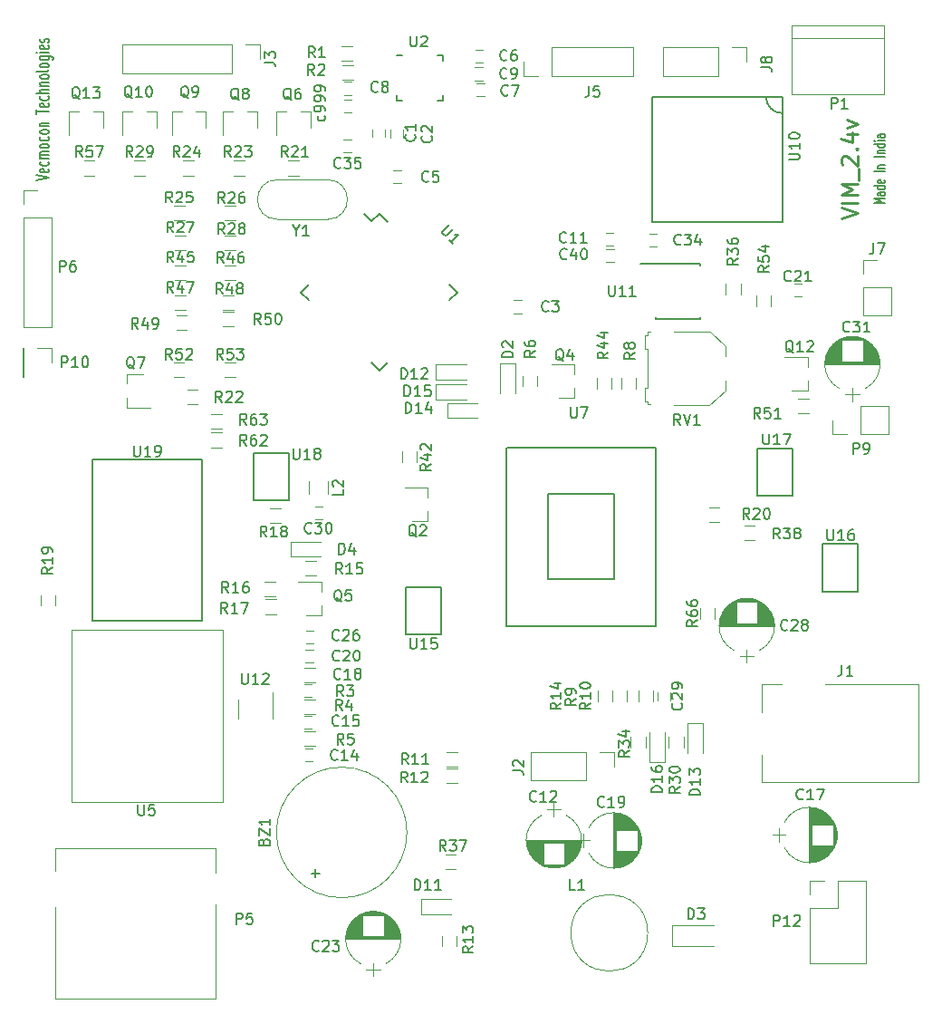
<source format=gbr>
G04 #@! TF.FileFunction,Legend,Top*
%FSLAX46Y46*%
G04 Gerber Fmt 4.6, Leading zero omitted, Abs format (unit mm)*
G04 Created by KiCad (PCBNEW 4.0.5) date 06/08/18 20:03:19*
%MOMM*%
%LPD*%
G01*
G04 APERTURE LIST*
%ADD10C,0.100000*%
%ADD11C,0.162500*%
%ADD12C,0.250000*%
%ADD13C,0.120000*%
%ADD14C,0.150000*%
G04 APERTURE END LIST*
D10*
D11*
X191968381Y-77895047D02*
X190968381Y-77895047D01*
X191682667Y-77678380D01*
X190968381Y-77461714D01*
X191968381Y-77461714D01*
X191968381Y-76873619D02*
X191444571Y-76873619D01*
X191349333Y-76904571D01*
X191301714Y-76966476D01*
X191301714Y-77090285D01*
X191349333Y-77152190D01*
X191920762Y-76873619D02*
X191968381Y-76935523D01*
X191968381Y-77090285D01*
X191920762Y-77152190D01*
X191825524Y-77183142D01*
X191730286Y-77183142D01*
X191635048Y-77152190D01*
X191587429Y-77090285D01*
X191587429Y-76935523D01*
X191539810Y-76873619D01*
X191968381Y-76285524D02*
X190968381Y-76285524D01*
X191920762Y-76285524D02*
X191968381Y-76347428D01*
X191968381Y-76471238D01*
X191920762Y-76533143D01*
X191873143Y-76564095D01*
X191777905Y-76595047D01*
X191492190Y-76595047D01*
X191396952Y-76564095D01*
X191349333Y-76533143D01*
X191301714Y-76471238D01*
X191301714Y-76347428D01*
X191349333Y-76285524D01*
X191920762Y-75728381D02*
X191968381Y-75790286D01*
X191968381Y-75914095D01*
X191920762Y-75976000D01*
X191825524Y-76006952D01*
X191444571Y-76006952D01*
X191349333Y-75976000D01*
X191301714Y-75914095D01*
X191301714Y-75790286D01*
X191349333Y-75728381D01*
X191444571Y-75697429D01*
X191539810Y-75697429D01*
X191635048Y-76006952D01*
X191968381Y-74923619D02*
X190968381Y-74923619D01*
X191301714Y-74614095D02*
X191968381Y-74614095D01*
X191396952Y-74614095D02*
X191349333Y-74583143D01*
X191301714Y-74521238D01*
X191301714Y-74428381D01*
X191349333Y-74366476D01*
X191444571Y-74335524D01*
X191968381Y-74335524D01*
X191968381Y-73530762D02*
X190968381Y-73530762D01*
X191301714Y-73221238D02*
X191968381Y-73221238D01*
X191396952Y-73221238D02*
X191349333Y-73190286D01*
X191301714Y-73128381D01*
X191301714Y-73035524D01*
X191349333Y-72973619D01*
X191444571Y-72942667D01*
X191968381Y-72942667D01*
X191968381Y-72354572D02*
X190968381Y-72354572D01*
X191920762Y-72354572D02*
X191968381Y-72416476D01*
X191968381Y-72540286D01*
X191920762Y-72602191D01*
X191873143Y-72633143D01*
X191777905Y-72664095D01*
X191492190Y-72664095D01*
X191396952Y-72633143D01*
X191349333Y-72602191D01*
X191301714Y-72540286D01*
X191301714Y-72416476D01*
X191349333Y-72354572D01*
X191968381Y-72045048D02*
X191301714Y-72045048D01*
X190968381Y-72045048D02*
X191016000Y-72076000D01*
X191063619Y-72045048D01*
X191016000Y-72014096D01*
X190968381Y-72045048D01*
X191063619Y-72045048D01*
X191968381Y-71456953D02*
X191444571Y-71456953D01*
X191349333Y-71487905D01*
X191301714Y-71549810D01*
X191301714Y-71673619D01*
X191349333Y-71735524D01*
X191920762Y-71456953D02*
X191968381Y-71518857D01*
X191968381Y-71673619D01*
X191920762Y-71735524D01*
X191825524Y-71766476D01*
X191730286Y-71766476D01*
X191635048Y-71735524D01*
X191587429Y-71673619D01*
X191587429Y-71518857D01*
X191539810Y-71456953D01*
D12*
X187900571Y-79318857D02*
X189400571Y-78818857D01*
X187900571Y-78318857D01*
X189400571Y-77818857D02*
X187900571Y-77818857D01*
X189400571Y-77104571D02*
X187900571Y-77104571D01*
X188972000Y-76604571D01*
X187900571Y-76104571D01*
X189400571Y-76104571D01*
X189543429Y-75747428D02*
X189543429Y-74604571D01*
X188043429Y-74318857D02*
X187972000Y-74247428D01*
X187900571Y-74104571D01*
X187900571Y-73747428D01*
X187972000Y-73604571D01*
X188043429Y-73533142D01*
X188186286Y-73461714D01*
X188329143Y-73461714D01*
X188543429Y-73533142D01*
X189400571Y-74390285D01*
X189400571Y-73461714D01*
X189257714Y-72818857D02*
X189329143Y-72747429D01*
X189400571Y-72818857D01*
X189329143Y-72890286D01*
X189257714Y-72818857D01*
X189400571Y-72818857D01*
X188400571Y-71461714D02*
X189400571Y-71461714D01*
X187829143Y-71818857D02*
X188900571Y-72176000D01*
X188900571Y-71247428D01*
X188400571Y-70818857D02*
X189400571Y-70461714D01*
X188400571Y-70104572D01*
D11*
X112626857Y-75730855D02*
X113826857Y-75480855D01*
X112626857Y-75230855D01*
X113769714Y-74695141D02*
X113826857Y-74766570D01*
X113826857Y-74909427D01*
X113769714Y-74980856D01*
X113655429Y-75016570D01*
X113198286Y-75016570D01*
X113084000Y-74980856D01*
X113026857Y-74909427D01*
X113026857Y-74766570D01*
X113084000Y-74695141D01*
X113198286Y-74659427D01*
X113312571Y-74659427D01*
X113426857Y-75016570D01*
X113769714Y-74016570D02*
X113826857Y-74087999D01*
X113826857Y-74230856D01*
X113769714Y-74302284D01*
X113712571Y-74337999D01*
X113598286Y-74373713D01*
X113255429Y-74373713D01*
X113141143Y-74337999D01*
X113084000Y-74302284D01*
X113026857Y-74230856D01*
X113026857Y-74087999D01*
X113084000Y-74016570D01*
X113826857Y-73695142D02*
X113026857Y-73695142D01*
X113141143Y-73695142D02*
X113084000Y-73659427D01*
X113026857Y-73587999D01*
X113026857Y-73480856D01*
X113084000Y-73409427D01*
X113198286Y-73373713D01*
X113826857Y-73373713D01*
X113198286Y-73373713D02*
X113084000Y-73337999D01*
X113026857Y-73266570D01*
X113026857Y-73159427D01*
X113084000Y-73087999D01*
X113198286Y-73052284D01*
X113826857Y-73052284D01*
X113826857Y-72587999D02*
X113769714Y-72659427D01*
X113712571Y-72695142D01*
X113598286Y-72730856D01*
X113255429Y-72730856D01*
X113141143Y-72695142D01*
X113084000Y-72659427D01*
X113026857Y-72587999D01*
X113026857Y-72480856D01*
X113084000Y-72409427D01*
X113141143Y-72373713D01*
X113255429Y-72337999D01*
X113598286Y-72337999D01*
X113712571Y-72373713D01*
X113769714Y-72409427D01*
X113826857Y-72480856D01*
X113826857Y-72587999D01*
X113769714Y-71695142D02*
X113826857Y-71766571D01*
X113826857Y-71909428D01*
X113769714Y-71980856D01*
X113712571Y-72016571D01*
X113598286Y-72052285D01*
X113255429Y-72052285D01*
X113141143Y-72016571D01*
X113084000Y-71980856D01*
X113026857Y-71909428D01*
X113026857Y-71766571D01*
X113084000Y-71695142D01*
X113826857Y-71266571D02*
X113769714Y-71337999D01*
X113712571Y-71373714D01*
X113598286Y-71409428D01*
X113255429Y-71409428D01*
X113141143Y-71373714D01*
X113084000Y-71337999D01*
X113026857Y-71266571D01*
X113026857Y-71159428D01*
X113084000Y-71087999D01*
X113141143Y-71052285D01*
X113255429Y-71016571D01*
X113598286Y-71016571D01*
X113712571Y-71052285D01*
X113769714Y-71087999D01*
X113826857Y-71159428D01*
X113826857Y-71266571D01*
X113026857Y-70695143D02*
X113826857Y-70695143D01*
X113141143Y-70695143D02*
X113084000Y-70659428D01*
X113026857Y-70588000D01*
X113026857Y-70480857D01*
X113084000Y-70409428D01*
X113198286Y-70373714D01*
X113826857Y-70373714D01*
X112626857Y-69552285D02*
X112626857Y-69123714D01*
X113826857Y-69338000D02*
X112626857Y-69338000D01*
X113769714Y-68587999D02*
X113826857Y-68659428D01*
X113826857Y-68802285D01*
X113769714Y-68873714D01*
X113655429Y-68909428D01*
X113198286Y-68909428D01*
X113084000Y-68873714D01*
X113026857Y-68802285D01*
X113026857Y-68659428D01*
X113084000Y-68587999D01*
X113198286Y-68552285D01*
X113312571Y-68552285D01*
X113426857Y-68909428D01*
X113769714Y-67909428D02*
X113826857Y-67980857D01*
X113826857Y-68123714D01*
X113769714Y-68195142D01*
X113712571Y-68230857D01*
X113598286Y-68266571D01*
X113255429Y-68266571D01*
X113141143Y-68230857D01*
X113084000Y-68195142D01*
X113026857Y-68123714D01*
X113026857Y-67980857D01*
X113084000Y-67909428D01*
X113826857Y-67588000D02*
X112626857Y-67588000D01*
X113826857Y-67266571D02*
X113198286Y-67266571D01*
X113084000Y-67302285D01*
X113026857Y-67373714D01*
X113026857Y-67480857D01*
X113084000Y-67552285D01*
X113141143Y-67588000D01*
X113026857Y-66909429D02*
X113826857Y-66909429D01*
X113141143Y-66909429D02*
X113084000Y-66873714D01*
X113026857Y-66802286D01*
X113026857Y-66695143D01*
X113084000Y-66623714D01*
X113198286Y-66588000D01*
X113826857Y-66588000D01*
X113826857Y-66123715D02*
X113769714Y-66195143D01*
X113712571Y-66230858D01*
X113598286Y-66266572D01*
X113255429Y-66266572D01*
X113141143Y-66230858D01*
X113084000Y-66195143D01*
X113026857Y-66123715D01*
X113026857Y-66016572D01*
X113084000Y-65945143D01*
X113141143Y-65909429D01*
X113255429Y-65873715D01*
X113598286Y-65873715D01*
X113712571Y-65909429D01*
X113769714Y-65945143D01*
X113826857Y-66016572D01*
X113826857Y-66123715D01*
X113826857Y-65445144D02*
X113769714Y-65516572D01*
X113655429Y-65552287D01*
X112626857Y-65552287D01*
X113826857Y-65052287D02*
X113769714Y-65123715D01*
X113712571Y-65159430D01*
X113598286Y-65195144D01*
X113255429Y-65195144D01*
X113141143Y-65159430D01*
X113084000Y-65123715D01*
X113026857Y-65052287D01*
X113026857Y-64945144D01*
X113084000Y-64873715D01*
X113141143Y-64838001D01*
X113255429Y-64802287D01*
X113598286Y-64802287D01*
X113712571Y-64838001D01*
X113769714Y-64873715D01*
X113826857Y-64945144D01*
X113826857Y-65052287D01*
X113026857Y-64159430D02*
X113998286Y-64159430D01*
X114112571Y-64195144D01*
X114169714Y-64230859D01*
X114226857Y-64302287D01*
X114226857Y-64409430D01*
X114169714Y-64480859D01*
X113769714Y-64159430D02*
X113826857Y-64230859D01*
X113826857Y-64373716D01*
X113769714Y-64445144D01*
X113712571Y-64480859D01*
X113598286Y-64516573D01*
X113255429Y-64516573D01*
X113141143Y-64480859D01*
X113084000Y-64445144D01*
X113026857Y-64373716D01*
X113026857Y-64230859D01*
X113084000Y-64159430D01*
X113826857Y-63802288D02*
X113026857Y-63802288D01*
X112626857Y-63802288D02*
X112684000Y-63838002D01*
X112741143Y-63802288D01*
X112684000Y-63766573D01*
X112626857Y-63802288D01*
X112741143Y-63802288D01*
X113769714Y-63159430D02*
X113826857Y-63230859D01*
X113826857Y-63373716D01*
X113769714Y-63445145D01*
X113655429Y-63480859D01*
X113198286Y-63480859D01*
X113084000Y-63445145D01*
X113026857Y-63373716D01*
X113026857Y-63230859D01*
X113084000Y-63159430D01*
X113198286Y-63123716D01*
X113312571Y-63123716D01*
X113426857Y-63480859D01*
X113769714Y-62838002D02*
X113826857Y-62766573D01*
X113826857Y-62623716D01*
X113769714Y-62552288D01*
X113655429Y-62516573D01*
X113598286Y-62516573D01*
X113484000Y-62552288D01*
X113426857Y-62623716D01*
X113426857Y-62730859D01*
X113369714Y-62802288D01*
X113255429Y-62838002D01*
X113198286Y-62838002D01*
X113084000Y-62802288D01*
X113026857Y-62730859D01*
X113026857Y-62623716D01*
X113084000Y-62552288D01*
D13*
X131540000Y-124250000D02*
X131540000Y-126050000D01*
X134760000Y-126050000D02*
X134760000Y-123600000D01*
X162960000Y-96080000D02*
X162960000Y-95150000D01*
X162960000Y-92920000D02*
X162960000Y-93850000D01*
X162960000Y-92920000D02*
X160800000Y-92920000D01*
X162960000Y-96080000D02*
X161500000Y-96080000D01*
X138715000Y-106207000D02*
X139415000Y-106207000D01*
X139415000Y-107407000D02*
X138715000Y-107407000D01*
D14*
X144700000Y-78881445D02*
X143992893Y-79588552D01*
X152018555Y-86200000D02*
X151258415Y-86960140D01*
X144700000Y-93518555D02*
X145460140Y-92758415D01*
X137381445Y-86200000D02*
X138141585Y-85439860D01*
X144700000Y-78881445D02*
X145460140Y-79641585D01*
X137381445Y-86200000D02*
X138141585Y-86960140D01*
X144700000Y-93518555D02*
X143939860Y-92758415D01*
X152018555Y-86200000D02*
X151258415Y-85439860D01*
X143992893Y-79588552D02*
X143268109Y-78863767D01*
X160500000Y-105600000D02*
X160500000Y-105700000D01*
X160600000Y-105000000D02*
X160500000Y-105000000D01*
X160500000Y-105000000D02*
X160500000Y-105600000D01*
X160600000Y-113000000D02*
X160500000Y-113000000D01*
X160500000Y-113000000D02*
X160500000Y-105800000D01*
X160500000Y-105800000D02*
X160500000Y-105700000D01*
X166700000Y-105000000D02*
X166700000Y-113000000D01*
X166700000Y-113000000D02*
X166500000Y-113000000D01*
X166600000Y-105000000D02*
X166700000Y-105000000D01*
X170600000Y-117400000D02*
X156600000Y-117400000D01*
X156600000Y-117400000D02*
X156600000Y-100700000D01*
X170600000Y-100700000D02*
X170600000Y-117400000D01*
X156700000Y-100700000D02*
X170600000Y-100700000D01*
X160600000Y-113000000D02*
X166600000Y-113000000D01*
X166600000Y-105000000D02*
X160600000Y-105000000D01*
D10*
X115931500Y-117699500D02*
X118916000Y-117699500D01*
X118916000Y-117699500D02*
X121011500Y-117699500D01*
X121011500Y-117699500D02*
X121837000Y-117699500D01*
X121837000Y-117699500D02*
X122980000Y-117699500D01*
X122980000Y-117699500D02*
X124377000Y-117699500D01*
X124377000Y-117699500D02*
X125456500Y-117699500D01*
X125456500Y-117699500D02*
X127615500Y-117699500D01*
X127615500Y-117699500D02*
X129901500Y-117699500D01*
X129901500Y-117699500D02*
X130092000Y-117699500D01*
X115931500Y-118144000D02*
X115931500Y-133828500D01*
X115931500Y-133828500D02*
X130092000Y-133828500D01*
X130092000Y-133828500D02*
X130092000Y-125764000D01*
X130092000Y-125764000D02*
X130092000Y-117699500D01*
X115931500Y-117699500D02*
X115931500Y-118525000D01*
D13*
X148630000Y-142910000D02*
X148630000Y-144310000D01*
X148630000Y-144310000D02*
X151430000Y-144310000D01*
X148630000Y-142910000D02*
X151430000Y-142910000D01*
X174944000Y-126470000D02*
X173544000Y-126470000D01*
X173544000Y-126470000D02*
X173544000Y-129270000D01*
X174944000Y-126470000D02*
X174944000Y-129270000D01*
X157418000Y-92815000D02*
X156018000Y-92815000D01*
X156018000Y-92815000D02*
X156018000Y-95615000D01*
X157418000Y-92815000D02*
X157418000Y-95615000D01*
X186356000Y-122781000D02*
X195156000Y-122781000D01*
X195156000Y-122781000D02*
X195156000Y-131981000D01*
X180456000Y-125481000D02*
X180456000Y-122781000D01*
X180456000Y-122781000D02*
X182356000Y-122781000D01*
X195156000Y-131981000D02*
X180456000Y-131981000D01*
X180456000Y-131981000D02*
X180456000Y-129381000D01*
X150028500Y-92962500D02*
X150028500Y-94362500D01*
X150028500Y-94362500D02*
X152828500Y-94362500D01*
X150028500Y-92962500D02*
X152828500Y-92962500D01*
X151060000Y-96560000D02*
X151060000Y-97960000D01*
X151060000Y-97960000D02*
X153860000Y-97960000D01*
X151060000Y-96560000D02*
X153860000Y-96560000D01*
X150028500Y-94804000D02*
X150028500Y-96204000D01*
X150028500Y-96204000D02*
X152828500Y-96204000D01*
X150028500Y-94804000D02*
X152828500Y-94804000D01*
X169988000Y-130070000D02*
X171388000Y-130070000D01*
X171388000Y-130070000D02*
X171388000Y-127270000D01*
X169988000Y-130070000D02*
X169988000Y-127270000D01*
X149260000Y-107580000D02*
X149260000Y-106650000D01*
X149260000Y-104420000D02*
X149260000Y-105350000D01*
X149260000Y-104420000D02*
X147100000Y-104420000D01*
X149260000Y-107580000D02*
X147800000Y-107580000D01*
X142971277Y-144316278D02*
G75*
G03X142971000Y-148927580I1179723J-2305722D01*
G01*
X145330723Y-144316278D02*
G75*
G02X145331000Y-148927580I-1179723J-2305722D01*
G01*
X145330723Y-144316278D02*
G75*
G03X142971000Y-144316420I-1179723J-2305722D01*
G01*
X141601000Y-146622000D02*
X146701000Y-146622000D01*
X141601000Y-146582000D02*
X146701000Y-146582000D01*
X141602000Y-146542000D02*
X146700000Y-146542000D01*
X141603000Y-146502000D02*
X146699000Y-146502000D01*
X141605000Y-146462000D02*
X146697000Y-146462000D01*
X141608000Y-146422000D02*
X146694000Y-146422000D01*
X141612000Y-146382000D02*
X146690000Y-146382000D01*
X141616000Y-146342000D02*
X143171000Y-146342000D01*
X145131000Y-146342000D02*
X146686000Y-146342000D01*
X141620000Y-146302000D02*
X143171000Y-146302000D01*
X145131000Y-146302000D02*
X146682000Y-146302000D01*
X141626000Y-146262000D02*
X143171000Y-146262000D01*
X145131000Y-146262000D02*
X146676000Y-146262000D01*
X141632000Y-146222000D02*
X143171000Y-146222000D01*
X145131000Y-146222000D02*
X146670000Y-146222000D01*
X141638000Y-146182000D02*
X143171000Y-146182000D01*
X145131000Y-146182000D02*
X146664000Y-146182000D01*
X141645000Y-146142000D02*
X143171000Y-146142000D01*
X145131000Y-146142000D02*
X146657000Y-146142000D01*
X141653000Y-146102000D02*
X143171000Y-146102000D01*
X145131000Y-146102000D02*
X146649000Y-146102000D01*
X141662000Y-146062000D02*
X143171000Y-146062000D01*
X145131000Y-146062000D02*
X146640000Y-146062000D01*
X141671000Y-146022000D02*
X143171000Y-146022000D01*
X145131000Y-146022000D02*
X146631000Y-146022000D01*
X141681000Y-145982000D02*
X143171000Y-145982000D01*
X145131000Y-145982000D02*
X146621000Y-145982000D01*
X141691000Y-145942000D02*
X143171000Y-145942000D01*
X145131000Y-145942000D02*
X146611000Y-145942000D01*
X141703000Y-145901000D02*
X143171000Y-145901000D01*
X145131000Y-145901000D02*
X146599000Y-145901000D01*
X141715000Y-145861000D02*
X143171000Y-145861000D01*
X145131000Y-145861000D02*
X146587000Y-145861000D01*
X141727000Y-145821000D02*
X143171000Y-145821000D01*
X145131000Y-145821000D02*
X146575000Y-145821000D01*
X141741000Y-145781000D02*
X143171000Y-145781000D01*
X145131000Y-145781000D02*
X146561000Y-145781000D01*
X141755000Y-145741000D02*
X143171000Y-145741000D01*
X145131000Y-145741000D02*
X146547000Y-145741000D01*
X141769000Y-145701000D02*
X143171000Y-145701000D01*
X145131000Y-145701000D02*
X146533000Y-145701000D01*
X141785000Y-145661000D02*
X143171000Y-145661000D01*
X145131000Y-145661000D02*
X146517000Y-145661000D01*
X141801000Y-145621000D02*
X143171000Y-145621000D01*
X145131000Y-145621000D02*
X146501000Y-145621000D01*
X141818000Y-145581000D02*
X143171000Y-145581000D01*
X145131000Y-145581000D02*
X146484000Y-145581000D01*
X141836000Y-145541000D02*
X143171000Y-145541000D01*
X145131000Y-145541000D02*
X146466000Y-145541000D01*
X141855000Y-145501000D02*
X143171000Y-145501000D01*
X145131000Y-145501000D02*
X146447000Y-145501000D01*
X141875000Y-145461000D02*
X143171000Y-145461000D01*
X145131000Y-145461000D02*
X146427000Y-145461000D01*
X141895000Y-145421000D02*
X143171000Y-145421000D01*
X145131000Y-145421000D02*
X146407000Y-145421000D01*
X141917000Y-145381000D02*
X143171000Y-145381000D01*
X145131000Y-145381000D02*
X146385000Y-145381000D01*
X141939000Y-145341000D02*
X143171000Y-145341000D01*
X145131000Y-145341000D02*
X146363000Y-145341000D01*
X141962000Y-145301000D02*
X143171000Y-145301000D01*
X145131000Y-145301000D02*
X146340000Y-145301000D01*
X141986000Y-145261000D02*
X143171000Y-145261000D01*
X145131000Y-145261000D02*
X146316000Y-145261000D01*
X142011000Y-145221000D02*
X143171000Y-145221000D01*
X145131000Y-145221000D02*
X146291000Y-145221000D01*
X142038000Y-145181000D02*
X143171000Y-145181000D01*
X145131000Y-145181000D02*
X146264000Y-145181000D01*
X142065000Y-145141000D02*
X143171000Y-145141000D01*
X145131000Y-145141000D02*
X146237000Y-145141000D01*
X142093000Y-145101000D02*
X143171000Y-145101000D01*
X145131000Y-145101000D02*
X146209000Y-145101000D01*
X142123000Y-145061000D02*
X143171000Y-145061000D01*
X145131000Y-145061000D02*
X146179000Y-145061000D01*
X142154000Y-145021000D02*
X143171000Y-145021000D01*
X145131000Y-145021000D02*
X146148000Y-145021000D01*
X142186000Y-144981000D02*
X143171000Y-144981000D01*
X145131000Y-144981000D02*
X146116000Y-144981000D01*
X142219000Y-144941000D02*
X143171000Y-144941000D01*
X145131000Y-144941000D02*
X146083000Y-144941000D01*
X142254000Y-144901000D02*
X143171000Y-144901000D01*
X145131000Y-144901000D02*
X146048000Y-144901000D01*
X142290000Y-144861000D02*
X143171000Y-144861000D01*
X145131000Y-144861000D02*
X146012000Y-144861000D01*
X142328000Y-144821000D02*
X143171000Y-144821000D01*
X145131000Y-144821000D02*
X145974000Y-144821000D01*
X142368000Y-144781000D02*
X143171000Y-144781000D01*
X145131000Y-144781000D02*
X145934000Y-144781000D01*
X142409000Y-144741000D02*
X143171000Y-144741000D01*
X145131000Y-144741000D02*
X145893000Y-144741000D01*
X142452000Y-144701000D02*
X143171000Y-144701000D01*
X145131000Y-144701000D02*
X145850000Y-144701000D01*
X142497000Y-144661000D02*
X143171000Y-144661000D01*
X145131000Y-144661000D02*
X145805000Y-144661000D01*
X142545000Y-144621000D02*
X143171000Y-144621000D01*
X145131000Y-144621000D02*
X145757000Y-144621000D01*
X142595000Y-144581000D02*
X143171000Y-144581000D01*
X145131000Y-144581000D02*
X145707000Y-144581000D01*
X142647000Y-144541000D02*
X143171000Y-144541000D01*
X145131000Y-144541000D02*
X145655000Y-144541000D01*
X142703000Y-144501000D02*
X143171000Y-144501000D01*
X145131000Y-144501000D02*
X145599000Y-144501000D01*
X142761000Y-144461000D02*
X143171000Y-144461000D01*
X145131000Y-144461000D02*
X145541000Y-144461000D01*
X142824000Y-144421000D02*
X143171000Y-144421000D01*
X145131000Y-144421000D02*
X145478000Y-144421000D01*
X142890000Y-144381000D02*
X145412000Y-144381000D01*
X142962000Y-144341000D02*
X145340000Y-144341000D01*
X143039000Y-144301000D02*
X145263000Y-144301000D01*
X143123000Y-144261000D02*
X145179000Y-144261000D01*
X143217000Y-144221000D02*
X145085000Y-144221000D01*
X143322000Y-144181000D02*
X144980000Y-144181000D01*
X143444000Y-144141000D02*
X144858000Y-144141000D01*
X143592000Y-144101000D02*
X144710000Y-144101000D01*
X143797000Y-144061000D02*
X144505000Y-144061000D01*
X144151000Y-150072000D02*
X144151000Y-148872000D01*
X143501000Y-149472000D02*
X144801000Y-149472000D01*
X162215723Y-139699722D02*
G75*
G03X162216000Y-135088420I-1179723J2305722D01*
G01*
X159856277Y-139699722D02*
G75*
G02X159856000Y-135088420I1179723J2305722D01*
G01*
X159856277Y-139699722D02*
G75*
G03X162216000Y-139699580I1179723J2305722D01*
G01*
X163586000Y-137394000D02*
X158486000Y-137394000D01*
X163586000Y-137434000D02*
X158486000Y-137434000D01*
X163585000Y-137474000D02*
X158487000Y-137474000D01*
X163584000Y-137514000D02*
X158488000Y-137514000D01*
X163582000Y-137554000D02*
X158490000Y-137554000D01*
X163579000Y-137594000D02*
X158493000Y-137594000D01*
X163575000Y-137634000D02*
X158497000Y-137634000D01*
X163571000Y-137674000D02*
X162016000Y-137674000D01*
X160056000Y-137674000D02*
X158501000Y-137674000D01*
X163567000Y-137714000D02*
X162016000Y-137714000D01*
X160056000Y-137714000D02*
X158505000Y-137714000D01*
X163561000Y-137754000D02*
X162016000Y-137754000D01*
X160056000Y-137754000D02*
X158511000Y-137754000D01*
X163555000Y-137794000D02*
X162016000Y-137794000D01*
X160056000Y-137794000D02*
X158517000Y-137794000D01*
X163549000Y-137834000D02*
X162016000Y-137834000D01*
X160056000Y-137834000D02*
X158523000Y-137834000D01*
X163542000Y-137874000D02*
X162016000Y-137874000D01*
X160056000Y-137874000D02*
X158530000Y-137874000D01*
X163534000Y-137914000D02*
X162016000Y-137914000D01*
X160056000Y-137914000D02*
X158538000Y-137914000D01*
X163525000Y-137954000D02*
X162016000Y-137954000D01*
X160056000Y-137954000D02*
X158547000Y-137954000D01*
X163516000Y-137994000D02*
X162016000Y-137994000D01*
X160056000Y-137994000D02*
X158556000Y-137994000D01*
X163506000Y-138034000D02*
X162016000Y-138034000D01*
X160056000Y-138034000D02*
X158566000Y-138034000D01*
X163496000Y-138074000D02*
X162016000Y-138074000D01*
X160056000Y-138074000D02*
X158576000Y-138074000D01*
X163484000Y-138115000D02*
X162016000Y-138115000D01*
X160056000Y-138115000D02*
X158588000Y-138115000D01*
X163472000Y-138155000D02*
X162016000Y-138155000D01*
X160056000Y-138155000D02*
X158600000Y-138155000D01*
X163460000Y-138195000D02*
X162016000Y-138195000D01*
X160056000Y-138195000D02*
X158612000Y-138195000D01*
X163446000Y-138235000D02*
X162016000Y-138235000D01*
X160056000Y-138235000D02*
X158626000Y-138235000D01*
X163432000Y-138275000D02*
X162016000Y-138275000D01*
X160056000Y-138275000D02*
X158640000Y-138275000D01*
X163418000Y-138315000D02*
X162016000Y-138315000D01*
X160056000Y-138315000D02*
X158654000Y-138315000D01*
X163402000Y-138355000D02*
X162016000Y-138355000D01*
X160056000Y-138355000D02*
X158670000Y-138355000D01*
X163386000Y-138395000D02*
X162016000Y-138395000D01*
X160056000Y-138395000D02*
X158686000Y-138395000D01*
X163369000Y-138435000D02*
X162016000Y-138435000D01*
X160056000Y-138435000D02*
X158703000Y-138435000D01*
X163351000Y-138475000D02*
X162016000Y-138475000D01*
X160056000Y-138475000D02*
X158721000Y-138475000D01*
X163332000Y-138515000D02*
X162016000Y-138515000D01*
X160056000Y-138515000D02*
X158740000Y-138515000D01*
X163312000Y-138555000D02*
X162016000Y-138555000D01*
X160056000Y-138555000D02*
X158760000Y-138555000D01*
X163292000Y-138595000D02*
X162016000Y-138595000D01*
X160056000Y-138595000D02*
X158780000Y-138595000D01*
X163270000Y-138635000D02*
X162016000Y-138635000D01*
X160056000Y-138635000D02*
X158802000Y-138635000D01*
X163248000Y-138675000D02*
X162016000Y-138675000D01*
X160056000Y-138675000D02*
X158824000Y-138675000D01*
X163225000Y-138715000D02*
X162016000Y-138715000D01*
X160056000Y-138715000D02*
X158847000Y-138715000D01*
X163201000Y-138755000D02*
X162016000Y-138755000D01*
X160056000Y-138755000D02*
X158871000Y-138755000D01*
X163176000Y-138795000D02*
X162016000Y-138795000D01*
X160056000Y-138795000D02*
X158896000Y-138795000D01*
X163149000Y-138835000D02*
X162016000Y-138835000D01*
X160056000Y-138835000D02*
X158923000Y-138835000D01*
X163122000Y-138875000D02*
X162016000Y-138875000D01*
X160056000Y-138875000D02*
X158950000Y-138875000D01*
X163094000Y-138915000D02*
X162016000Y-138915000D01*
X160056000Y-138915000D02*
X158978000Y-138915000D01*
X163064000Y-138955000D02*
X162016000Y-138955000D01*
X160056000Y-138955000D02*
X159008000Y-138955000D01*
X163033000Y-138995000D02*
X162016000Y-138995000D01*
X160056000Y-138995000D02*
X159039000Y-138995000D01*
X163001000Y-139035000D02*
X162016000Y-139035000D01*
X160056000Y-139035000D02*
X159071000Y-139035000D01*
X162968000Y-139075000D02*
X162016000Y-139075000D01*
X160056000Y-139075000D02*
X159104000Y-139075000D01*
X162933000Y-139115000D02*
X162016000Y-139115000D01*
X160056000Y-139115000D02*
X159139000Y-139115000D01*
X162897000Y-139155000D02*
X162016000Y-139155000D01*
X160056000Y-139155000D02*
X159175000Y-139155000D01*
X162859000Y-139195000D02*
X162016000Y-139195000D01*
X160056000Y-139195000D02*
X159213000Y-139195000D01*
X162819000Y-139235000D02*
X162016000Y-139235000D01*
X160056000Y-139235000D02*
X159253000Y-139235000D01*
X162778000Y-139275000D02*
X162016000Y-139275000D01*
X160056000Y-139275000D02*
X159294000Y-139275000D01*
X162735000Y-139315000D02*
X162016000Y-139315000D01*
X160056000Y-139315000D02*
X159337000Y-139315000D01*
X162690000Y-139355000D02*
X162016000Y-139355000D01*
X160056000Y-139355000D02*
X159382000Y-139355000D01*
X162642000Y-139395000D02*
X162016000Y-139395000D01*
X160056000Y-139395000D02*
X159430000Y-139395000D01*
X162592000Y-139435000D02*
X162016000Y-139435000D01*
X160056000Y-139435000D02*
X159480000Y-139435000D01*
X162540000Y-139475000D02*
X162016000Y-139475000D01*
X160056000Y-139475000D02*
X159532000Y-139475000D01*
X162484000Y-139515000D02*
X162016000Y-139515000D01*
X160056000Y-139515000D02*
X159588000Y-139515000D01*
X162426000Y-139555000D02*
X162016000Y-139555000D01*
X160056000Y-139555000D02*
X159646000Y-139555000D01*
X162363000Y-139595000D02*
X162016000Y-139595000D01*
X160056000Y-139595000D02*
X159709000Y-139595000D01*
X162297000Y-139635000D02*
X159775000Y-139635000D01*
X162225000Y-139675000D02*
X159847000Y-139675000D01*
X162148000Y-139715000D02*
X159924000Y-139715000D01*
X162064000Y-139755000D02*
X160008000Y-139755000D01*
X161970000Y-139795000D02*
X160102000Y-139795000D01*
X161865000Y-139835000D02*
X160207000Y-139835000D01*
X161743000Y-139875000D02*
X160329000Y-139875000D01*
X161595000Y-139915000D02*
X160477000Y-139915000D01*
X161390000Y-139955000D02*
X160682000Y-139955000D01*
X161036000Y-133944000D02*
X161036000Y-135144000D01*
X161686000Y-134544000D02*
X160386000Y-134544000D01*
D14*
X150670800Y-64028000D02*
X150670800Y-64553000D01*
X146370800Y-68328000D02*
X146370800Y-67803000D01*
X150670800Y-68328000D02*
X150670800Y-67803000D01*
X146370800Y-64028000D02*
X146895800Y-64028000D01*
X146370800Y-68328000D02*
X146895800Y-68328000D01*
X150670800Y-68328000D02*
X150145800Y-68328000D01*
X150670800Y-64028000D02*
X150145800Y-64028000D01*
D13*
X177890277Y-115062278D02*
G75*
G03X177890000Y-119673580I1179723J-2305722D01*
G01*
X180249723Y-115062278D02*
G75*
G02X180250000Y-119673580I-1179723J-2305722D01*
G01*
X180249723Y-115062278D02*
G75*
G03X177890000Y-115062420I-1179723J-2305722D01*
G01*
X176520000Y-117368000D02*
X181620000Y-117368000D01*
X176520000Y-117328000D02*
X181620000Y-117328000D01*
X176521000Y-117288000D02*
X181619000Y-117288000D01*
X176522000Y-117248000D02*
X181618000Y-117248000D01*
X176524000Y-117208000D02*
X181616000Y-117208000D01*
X176527000Y-117168000D02*
X181613000Y-117168000D01*
X176531000Y-117128000D02*
X181609000Y-117128000D01*
X176535000Y-117088000D02*
X178090000Y-117088000D01*
X180050000Y-117088000D02*
X181605000Y-117088000D01*
X176539000Y-117048000D02*
X178090000Y-117048000D01*
X180050000Y-117048000D02*
X181601000Y-117048000D01*
X176545000Y-117008000D02*
X178090000Y-117008000D01*
X180050000Y-117008000D02*
X181595000Y-117008000D01*
X176551000Y-116968000D02*
X178090000Y-116968000D01*
X180050000Y-116968000D02*
X181589000Y-116968000D01*
X176557000Y-116928000D02*
X178090000Y-116928000D01*
X180050000Y-116928000D02*
X181583000Y-116928000D01*
X176564000Y-116888000D02*
X178090000Y-116888000D01*
X180050000Y-116888000D02*
X181576000Y-116888000D01*
X176572000Y-116848000D02*
X178090000Y-116848000D01*
X180050000Y-116848000D02*
X181568000Y-116848000D01*
X176581000Y-116808000D02*
X178090000Y-116808000D01*
X180050000Y-116808000D02*
X181559000Y-116808000D01*
X176590000Y-116768000D02*
X178090000Y-116768000D01*
X180050000Y-116768000D02*
X181550000Y-116768000D01*
X176600000Y-116728000D02*
X178090000Y-116728000D01*
X180050000Y-116728000D02*
X181540000Y-116728000D01*
X176610000Y-116688000D02*
X178090000Y-116688000D01*
X180050000Y-116688000D02*
X181530000Y-116688000D01*
X176622000Y-116647000D02*
X178090000Y-116647000D01*
X180050000Y-116647000D02*
X181518000Y-116647000D01*
X176634000Y-116607000D02*
X178090000Y-116607000D01*
X180050000Y-116607000D02*
X181506000Y-116607000D01*
X176646000Y-116567000D02*
X178090000Y-116567000D01*
X180050000Y-116567000D02*
X181494000Y-116567000D01*
X176660000Y-116527000D02*
X178090000Y-116527000D01*
X180050000Y-116527000D02*
X181480000Y-116527000D01*
X176674000Y-116487000D02*
X178090000Y-116487000D01*
X180050000Y-116487000D02*
X181466000Y-116487000D01*
X176688000Y-116447000D02*
X178090000Y-116447000D01*
X180050000Y-116447000D02*
X181452000Y-116447000D01*
X176704000Y-116407000D02*
X178090000Y-116407000D01*
X180050000Y-116407000D02*
X181436000Y-116407000D01*
X176720000Y-116367000D02*
X178090000Y-116367000D01*
X180050000Y-116367000D02*
X181420000Y-116367000D01*
X176737000Y-116327000D02*
X178090000Y-116327000D01*
X180050000Y-116327000D02*
X181403000Y-116327000D01*
X176755000Y-116287000D02*
X178090000Y-116287000D01*
X180050000Y-116287000D02*
X181385000Y-116287000D01*
X176774000Y-116247000D02*
X178090000Y-116247000D01*
X180050000Y-116247000D02*
X181366000Y-116247000D01*
X176794000Y-116207000D02*
X178090000Y-116207000D01*
X180050000Y-116207000D02*
X181346000Y-116207000D01*
X176814000Y-116167000D02*
X178090000Y-116167000D01*
X180050000Y-116167000D02*
X181326000Y-116167000D01*
X176836000Y-116127000D02*
X178090000Y-116127000D01*
X180050000Y-116127000D02*
X181304000Y-116127000D01*
X176858000Y-116087000D02*
X178090000Y-116087000D01*
X180050000Y-116087000D02*
X181282000Y-116087000D01*
X176881000Y-116047000D02*
X178090000Y-116047000D01*
X180050000Y-116047000D02*
X181259000Y-116047000D01*
X176905000Y-116007000D02*
X178090000Y-116007000D01*
X180050000Y-116007000D02*
X181235000Y-116007000D01*
X176930000Y-115967000D02*
X178090000Y-115967000D01*
X180050000Y-115967000D02*
X181210000Y-115967000D01*
X176957000Y-115927000D02*
X178090000Y-115927000D01*
X180050000Y-115927000D02*
X181183000Y-115927000D01*
X176984000Y-115887000D02*
X178090000Y-115887000D01*
X180050000Y-115887000D02*
X181156000Y-115887000D01*
X177012000Y-115847000D02*
X178090000Y-115847000D01*
X180050000Y-115847000D02*
X181128000Y-115847000D01*
X177042000Y-115807000D02*
X178090000Y-115807000D01*
X180050000Y-115807000D02*
X181098000Y-115807000D01*
X177073000Y-115767000D02*
X178090000Y-115767000D01*
X180050000Y-115767000D02*
X181067000Y-115767000D01*
X177105000Y-115727000D02*
X178090000Y-115727000D01*
X180050000Y-115727000D02*
X181035000Y-115727000D01*
X177138000Y-115687000D02*
X178090000Y-115687000D01*
X180050000Y-115687000D02*
X181002000Y-115687000D01*
X177173000Y-115647000D02*
X178090000Y-115647000D01*
X180050000Y-115647000D02*
X180967000Y-115647000D01*
X177209000Y-115607000D02*
X178090000Y-115607000D01*
X180050000Y-115607000D02*
X180931000Y-115607000D01*
X177247000Y-115567000D02*
X178090000Y-115567000D01*
X180050000Y-115567000D02*
X180893000Y-115567000D01*
X177287000Y-115527000D02*
X178090000Y-115527000D01*
X180050000Y-115527000D02*
X180853000Y-115527000D01*
X177328000Y-115487000D02*
X178090000Y-115487000D01*
X180050000Y-115487000D02*
X180812000Y-115487000D01*
X177371000Y-115447000D02*
X178090000Y-115447000D01*
X180050000Y-115447000D02*
X180769000Y-115447000D01*
X177416000Y-115407000D02*
X178090000Y-115407000D01*
X180050000Y-115407000D02*
X180724000Y-115407000D01*
X177464000Y-115367000D02*
X178090000Y-115367000D01*
X180050000Y-115367000D02*
X180676000Y-115367000D01*
X177514000Y-115327000D02*
X178090000Y-115327000D01*
X180050000Y-115327000D02*
X180626000Y-115327000D01*
X177566000Y-115287000D02*
X178090000Y-115287000D01*
X180050000Y-115287000D02*
X180574000Y-115287000D01*
X177622000Y-115247000D02*
X178090000Y-115247000D01*
X180050000Y-115247000D02*
X180518000Y-115247000D01*
X177680000Y-115207000D02*
X178090000Y-115207000D01*
X180050000Y-115207000D02*
X180460000Y-115207000D01*
X177743000Y-115167000D02*
X178090000Y-115167000D01*
X180050000Y-115167000D02*
X180397000Y-115167000D01*
X177809000Y-115127000D02*
X180331000Y-115127000D01*
X177881000Y-115087000D02*
X180259000Y-115087000D01*
X177958000Y-115047000D02*
X180182000Y-115047000D01*
X178042000Y-115007000D02*
X180098000Y-115007000D01*
X178136000Y-114967000D02*
X180004000Y-114967000D01*
X178241000Y-114927000D02*
X179899000Y-114927000D01*
X178363000Y-114887000D02*
X179777000Y-114887000D01*
X178511000Y-114847000D02*
X179629000Y-114847000D01*
X178716000Y-114807000D02*
X179424000Y-114807000D01*
X179070000Y-120818000D02*
X179070000Y-119618000D01*
X178420000Y-120218000D02*
X179720000Y-120218000D01*
X168469000Y-65984000D02*
X168469000Y-63324000D01*
X160789000Y-65984000D02*
X168469000Y-65984000D01*
X160789000Y-63324000D02*
X168469000Y-63324000D01*
X160789000Y-65984000D02*
X160789000Y-63324000D01*
X159519000Y-65984000D02*
X158189000Y-65984000D01*
X158189000Y-65984000D02*
X158189000Y-64654000D01*
X189920000Y-88370000D02*
X192580000Y-88370000D01*
X189920000Y-85770000D02*
X189920000Y-88370000D01*
X192580000Y-85770000D02*
X192580000Y-88370000D01*
X189920000Y-85770000D02*
X192580000Y-85770000D01*
X189920000Y-84500000D02*
X189920000Y-83170000D01*
X189920000Y-83170000D02*
X191250000Y-83170000D01*
X171270000Y-63324000D02*
X171270000Y-65984000D01*
X176410000Y-63324000D02*
X171270000Y-63324000D01*
X176410000Y-65984000D02*
X171270000Y-65984000D01*
X176410000Y-63324000D02*
X176410000Y-65984000D01*
X177680000Y-63324000D02*
X179010000Y-63324000D01*
X179010000Y-63324000D02*
X179010000Y-64654000D01*
X145250000Y-71020000D02*
X145250000Y-71720000D01*
X144050000Y-71720000D02*
X144050000Y-71020000D01*
X146920000Y-71030000D02*
X146920000Y-71730000D01*
X145720000Y-71730000D02*
X145720000Y-71030000D01*
X157300000Y-86950000D02*
X158000000Y-86950000D01*
X158000000Y-88150000D02*
X157300000Y-88150000D01*
X146040000Y-74810000D02*
X146740000Y-74810000D01*
X146740000Y-76010000D02*
X146040000Y-76010000D01*
X153650000Y-65200000D02*
X154350000Y-65200000D01*
X154350000Y-66400000D02*
X153650000Y-66400000D01*
X154535000Y-67895600D02*
X153835000Y-67895600D01*
X153835000Y-66695600D02*
X154535000Y-66695600D01*
X142108000Y-67756000D02*
X141408000Y-67756000D01*
X141408000Y-66556000D02*
X142108000Y-66556000D01*
X154408000Y-64746000D02*
X153708000Y-64746000D01*
X153708000Y-63546000D02*
X154408000Y-63546000D01*
X165930400Y-82197600D02*
X166630400Y-82197600D01*
X166630400Y-83397600D02*
X165930400Y-83397600D01*
X137775000Y-128800000D02*
X138475000Y-128800000D01*
X138475000Y-130000000D02*
X137775000Y-130000000D01*
X137725000Y-125800000D02*
X138425000Y-125800000D01*
X138425000Y-127000000D02*
X137725000Y-127000000D01*
X187197722Y-135726277D02*
G75*
G03X182586420Y-135726000I-2305722J-1179723D01*
G01*
X187197722Y-138085723D02*
G75*
G02X182586420Y-138086000I-2305722J1179723D01*
G01*
X187197722Y-138085723D02*
G75*
G03X187197580Y-135726000I-2305722J1179723D01*
G01*
X184892000Y-134356000D02*
X184892000Y-139456000D01*
X184932000Y-134356000D02*
X184932000Y-139456000D01*
X184972000Y-134357000D02*
X184972000Y-139455000D01*
X185012000Y-134358000D02*
X185012000Y-139454000D01*
X185052000Y-134360000D02*
X185052000Y-139452000D01*
X185092000Y-134363000D02*
X185092000Y-139449000D01*
X185132000Y-134367000D02*
X185132000Y-139445000D01*
X185172000Y-134371000D02*
X185172000Y-135926000D01*
X185172000Y-137886000D02*
X185172000Y-139441000D01*
X185212000Y-134375000D02*
X185212000Y-135926000D01*
X185212000Y-137886000D02*
X185212000Y-139437000D01*
X185252000Y-134381000D02*
X185252000Y-135926000D01*
X185252000Y-137886000D02*
X185252000Y-139431000D01*
X185292000Y-134387000D02*
X185292000Y-135926000D01*
X185292000Y-137886000D02*
X185292000Y-139425000D01*
X185332000Y-134393000D02*
X185332000Y-135926000D01*
X185332000Y-137886000D02*
X185332000Y-139419000D01*
X185372000Y-134400000D02*
X185372000Y-135926000D01*
X185372000Y-137886000D02*
X185372000Y-139412000D01*
X185412000Y-134408000D02*
X185412000Y-135926000D01*
X185412000Y-137886000D02*
X185412000Y-139404000D01*
X185452000Y-134417000D02*
X185452000Y-135926000D01*
X185452000Y-137886000D02*
X185452000Y-139395000D01*
X185492000Y-134426000D02*
X185492000Y-135926000D01*
X185492000Y-137886000D02*
X185492000Y-139386000D01*
X185532000Y-134436000D02*
X185532000Y-135926000D01*
X185532000Y-137886000D02*
X185532000Y-139376000D01*
X185572000Y-134446000D02*
X185572000Y-135926000D01*
X185572000Y-137886000D02*
X185572000Y-139366000D01*
X185613000Y-134458000D02*
X185613000Y-135926000D01*
X185613000Y-137886000D02*
X185613000Y-139354000D01*
X185653000Y-134470000D02*
X185653000Y-135926000D01*
X185653000Y-137886000D02*
X185653000Y-139342000D01*
X185693000Y-134482000D02*
X185693000Y-135926000D01*
X185693000Y-137886000D02*
X185693000Y-139330000D01*
X185733000Y-134496000D02*
X185733000Y-135926000D01*
X185733000Y-137886000D02*
X185733000Y-139316000D01*
X185773000Y-134510000D02*
X185773000Y-135926000D01*
X185773000Y-137886000D02*
X185773000Y-139302000D01*
X185813000Y-134524000D02*
X185813000Y-135926000D01*
X185813000Y-137886000D02*
X185813000Y-139288000D01*
X185853000Y-134540000D02*
X185853000Y-135926000D01*
X185853000Y-137886000D02*
X185853000Y-139272000D01*
X185893000Y-134556000D02*
X185893000Y-135926000D01*
X185893000Y-137886000D02*
X185893000Y-139256000D01*
X185933000Y-134573000D02*
X185933000Y-135926000D01*
X185933000Y-137886000D02*
X185933000Y-139239000D01*
X185973000Y-134591000D02*
X185973000Y-135926000D01*
X185973000Y-137886000D02*
X185973000Y-139221000D01*
X186013000Y-134610000D02*
X186013000Y-135926000D01*
X186013000Y-137886000D02*
X186013000Y-139202000D01*
X186053000Y-134630000D02*
X186053000Y-135926000D01*
X186053000Y-137886000D02*
X186053000Y-139182000D01*
X186093000Y-134650000D02*
X186093000Y-135926000D01*
X186093000Y-137886000D02*
X186093000Y-139162000D01*
X186133000Y-134672000D02*
X186133000Y-135926000D01*
X186133000Y-137886000D02*
X186133000Y-139140000D01*
X186173000Y-134694000D02*
X186173000Y-135926000D01*
X186173000Y-137886000D02*
X186173000Y-139118000D01*
X186213000Y-134717000D02*
X186213000Y-135926000D01*
X186213000Y-137886000D02*
X186213000Y-139095000D01*
X186253000Y-134741000D02*
X186253000Y-135926000D01*
X186253000Y-137886000D02*
X186253000Y-139071000D01*
X186293000Y-134766000D02*
X186293000Y-135926000D01*
X186293000Y-137886000D02*
X186293000Y-139046000D01*
X186333000Y-134793000D02*
X186333000Y-135926000D01*
X186333000Y-137886000D02*
X186333000Y-139019000D01*
X186373000Y-134820000D02*
X186373000Y-135926000D01*
X186373000Y-137886000D02*
X186373000Y-138992000D01*
X186413000Y-134848000D02*
X186413000Y-135926000D01*
X186413000Y-137886000D02*
X186413000Y-138964000D01*
X186453000Y-134878000D02*
X186453000Y-135926000D01*
X186453000Y-137886000D02*
X186453000Y-138934000D01*
X186493000Y-134909000D02*
X186493000Y-135926000D01*
X186493000Y-137886000D02*
X186493000Y-138903000D01*
X186533000Y-134941000D02*
X186533000Y-135926000D01*
X186533000Y-137886000D02*
X186533000Y-138871000D01*
X186573000Y-134974000D02*
X186573000Y-135926000D01*
X186573000Y-137886000D02*
X186573000Y-138838000D01*
X186613000Y-135009000D02*
X186613000Y-135926000D01*
X186613000Y-137886000D02*
X186613000Y-138803000D01*
X186653000Y-135045000D02*
X186653000Y-135926000D01*
X186653000Y-137886000D02*
X186653000Y-138767000D01*
X186693000Y-135083000D02*
X186693000Y-135926000D01*
X186693000Y-137886000D02*
X186693000Y-138729000D01*
X186733000Y-135123000D02*
X186733000Y-135926000D01*
X186733000Y-137886000D02*
X186733000Y-138689000D01*
X186773000Y-135164000D02*
X186773000Y-135926000D01*
X186773000Y-137886000D02*
X186773000Y-138648000D01*
X186813000Y-135207000D02*
X186813000Y-135926000D01*
X186813000Y-137886000D02*
X186813000Y-138605000D01*
X186853000Y-135252000D02*
X186853000Y-135926000D01*
X186853000Y-137886000D02*
X186853000Y-138560000D01*
X186893000Y-135300000D02*
X186893000Y-135926000D01*
X186893000Y-137886000D02*
X186893000Y-138512000D01*
X186933000Y-135350000D02*
X186933000Y-135926000D01*
X186933000Y-137886000D02*
X186933000Y-138462000D01*
X186973000Y-135402000D02*
X186973000Y-135926000D01*
X186973000Y-137886000D02*
X186973000Y-138410000D01*
X187013000Y-135458000D02*
X187013000Y-135926000D01*
X187013000Y-137886000D02*
X187013000Y-138354000D01*
X187053000Y-135516000D02*
X187053000Y-135926000D01*
X187053000Y-137886000D02*
X187053000Y-138296000D01*
X187093000Y-135579000D02*
X187093000Y-135926000D01*
X187093000Y-137886000D02*
X187093000Y-138233000D01*
X187133000Y-135645000D02*
X187133000Y-138167000D01*
X187173000Y-135717000D02*
X187173000Y-138095000D01*
X187213000Y-135794000D02*
X187213000Y-138018000D01*
X187253000Y-135878000D02*
X187253000Y-137934000D01*
X187293000Y-135972000D02*
X187293000Y-137840000D01*
X187333000Y-136077000D02*
X187333000Y-137735000D01*
X187373000Y-136199000D02*
X187373000Y-137613000D01*
X187413000Y-136347000D02*
X187413000Y-137465000D01*
X187453000Y-136552000D02*
X187453000Y-137260000D01*
X181442000Y-136906000D02*
X182642000Y-136906000D01*
X182042000Y-136256000D02*
X182042000Y-137556000D01*
X137725000Y-122800000D02*
X138425000Y-122800000D01*
X138425000Y-124000000D02*
X137725000Y-124000000D01*
X168909722Y-136234277D02*
G75*
G03X164298420Y-136234000I-2305722J-1179723D01*
G01*
X168909722Y-138593723D02*
G75*
G02X164298420Y-138594000I-2305722J1179723D01*
G01*
X168909722Y-138593723D02*
G75*
G03X168909580Y-136234000I-2305722J1179723D01*
G01*
X166604000Y-134864000D02*
X166604000Y-139964000D01*
X166644000Y-134864000D02*
X166644000Y-139964000D01*
X166684000Y-134865000D02*
X166684000Y-139963000D01*
X166724000Y-134866000D02*
X166724000Y-139962000D01*
X166764000Y-134868000D02*
X166764000Y-139960000D01*
X166804000Y-134871000D02*
X166804000Y-139957000D01*
X166844000Y-134875000D02*
X166844000Y-139953000D01*
X166884000Y-134879000D02*
X166884000Y-136434000D01*
X166884000Y-138394000D02*
X166884000Y-139949000D01*
X166924000Y-134883000D02*
X166924000Y-136434000D01*
X166924000Y-138394000D02*
X166924000Y-139945000D01*
X166964000Y-134889000D02*
X166964000Y-136434000D01*
X166964000Y-138394000D02*
X166964000Y-139939000D01*
X167004000Y-134895000D02*
X167004000Y-136434000D01*
X167004000Y-138394000D02*
X167004000Y-139933000D01*
X167044000Y-134901000D02*
X167044000Y-136434000D01*
X167044000Y-138394000D02*
X167044000Y-139927000D01*
X167084000Y-134908000D02*
X167084000Y-136434000D01*
X167084000Y-138394000D02*
X167084000Y-139920000D01*
X167124000Y-134916000D02*
X167124000Y-136434000D01*
X167124000Y-138394000D02*
X167124000Y-139912000D01*
X167164000Y-134925000D02*
X167164000Y-136434000D01*
X167164000Y-138394000D02*
X167164000Y-139903000D01*
X167204000Y-134934000D02*
X167204000Y-136434000D01*
X167204000Y-138394000D02*
X167204000Y-139894000D01*
X167244000Y-134944000D02*
X167244000Y-136434000D01*
X167244000Y-138394000D02*
X167244000Y-139884000D01*
X167284000Y-134954000D02*
X167284000Y-136434000D01*
X167284000Y-138394000D02*
X167284000Y-139874000D01*
X167325000Y-134966000D02*
X167325000Y-136434000D01*
X167325000Y-138394000D02*
X167325000Y-139862000D01*
X167365000Y-134978000D02*
X167365000Y-136434000D01*
X167365000Y-138394000D02*
X167365000Y-139850000D01*
X167405000Y-134990000D02*
X167405000Y-136434000D01*
X167405000Y-138394000D02*
X167405000Y-139838000D01*
X167445000Y-135004000D02*
X167445000Y-136434000D01*
X167445000Y-138394000D02*
X167445000Y-139824000D01*
X167485000Y-135018000D02*
X167485000Y-136434000D01*
X167485000Y-138394000D02*
X167485000Y-139810000D01*
X167525000Y-135032000D02*
X167525000Y-136434000D01*
X167525000Y-138394000D02*
X167525000Y-139796000D01*
X167565000Y-135048000D02*
X167565000Y-136434000D01*
X167565000Y-138394000D02*
X167565000Y-139780000D01*
X167605000Y-135064000D02*
X167605000Y-136434000D01*
X167605000Y-138394000D02*
X167605000Y-139764000D01*
X167645000Y-135081000D02*
X167645000Y-136434000D01*
X167645000Y-138394000D02*
X167645000Y-139747000D01*
X167685000Y-135099000D02*
X167685000Y-136434000D01*
X167685000Y-138394000D02*
X167685000Y-139729000D01*
X167725000Y-135118000D02*
X167725000Y-136434000D01*
X167725000Y-138394000D02*
X167725000Y-139710000D01*
X167765000Y-135138000D02*
X167765000Y-136434000D01*
X167765000Y-138394000D02*
X167765000Y-139690000D01*
X167805000Y-135158000D02*
X167805000Y-136434000D01*
X167805000Y-138394000D02*
X167805000Y-139670000D01*
X167845000Y-135180000D02*
X167845000Y-136434000D01*
X167845000Y-138394000D02*
X167845000Y-139648000D01*
X167885000Y-135202000D02*
X167885000Y-136434000D01*
X167885000Y-138394000D02*
X167885000Y-139626000D01*
X167925000Y-135225000D02*
X167925000Y-136434000D01*
X167925000Y-138394000D02*
X167925000Y-139603000D01*
X167965000Y-135249000D02*
X167965000Y-136434000D01*
X167965000Y-138394000D02*
X167965000Y-139579000D01*
X168005000Y-135274000D02*
X168005000Y-136434000D01*
X168005000Y-138394000D02*
X168005000Y-139554000D01*
X168045000Y-135301000D02*
X168045000Y-136434000D01*
X168045000Y-138394000D02*
X168045000Y-139527000D01*
X168085000Y-135328000D02*
X168085000Y-136434000D01*
X168085000Y-138394000D02*
X168085000Y-139500000D01*
X168125000Y-135356000D02*
X168125000Y-136434000D01*
X168125000Y-138394000D02*
X168125000Y-139472000D01*
X168165000Y-135386000D02*
X168165000Y-136434000D01*
X168165000Y-138394000D02*
X168165000Y-139442000D01*
X168205000Y-135417000D02*
X168205000Y-136434000D01*
X168205000Y-138394000D02*
X168205000Y-139411000D01*
X168245000Y-135449000D02*
X168245000Y-136434000D01*
X168245000Y-138394000D02*
X168245000Y-139379000D01*
X168285000Y-135482000D02*
X168285000Y-136434000D01*
X168285000Y-138394000D02*
X168285000Y-139346000D01*
X168325000Y-135517000D02*
X168325000Y-136434000D01*
X168325000Y-138394000D02*
X168325000Y-139311000D01*
X168365000Y-135553000D02*
X168365000Y-136434000D01*
X168365000Y-138394000D02*
X168365000Y-139275000D01*
X168405000Y-135591000D02*
X168405000Y-136434000D01*
X168405000Y-138394000D02*
X168405000Y-139237000D01*
X168445000Y-135631000D02*
X168445000Y-136434000D01*
X168445000Y-138394000D02*
X168445000Y-139197000D01*
X168485000Y-135672000D02*
X168485000Y-136434000D01*
X168485000Y-138394000D02*
X168485000Y-139156000D01*
X168525000Y-135715000D02*
X168525000Y-136434000D01*
X168525000Y-138394000D02*
X168525000Y-139113000D01*
X168565000Y-135760000D02*
X168565000Y-136434000D01*
X168565000Y-138394000D02*
X168565000Y-139068000D01*
X168605000Y-135808000D02*
X168605000Y-136434000D01*
X168605000Y-138394000D02*
X168605000Y-139020000D01*
X168645000Y-135858000D02*
X168645000Y-136434000D01*
X168645000Y-138394000D02*
X168645000Y-138970000D01*
X168685000Y-135910000D02*
X168685000Y-136434000D01*
X168685000Y-138394000D02*
X168685000Y-138918000D01*
X168725000Y-135966000D02*
X168725000Y-136434000D01*
X168725000Y-138394000D02*
X168725000Y-138862000D01*
X168765000Y-136024000D02*
X168765000Y-136434000D01*
X168765000Y-138394000D02*
X168765000Y-138804000D01*
X168805000Y-136087000D02*
X168805000Y-136434000D01*
X168805000Y-138394000D02*
X168805000Y-138741000D01*
X168845000Y-136153000D02*
X168845000Y-138675000D01*
X168885000Y-136225000D02*
X168885000Y-138603000D01*
X168925000Y-136302000D02*
X168925000Y-138526000D01*
X168965000Y-136386000D02*
X168965000Y-138442000D01*
X169005000Y-136480000D02*
X169005000Y-138348000D01*
X169045000Y-136585000D02*
X169045000Y-138243000D01*
X169085000Y-136707000D02*
X169085000Y-138121000D01*
X169125000Y-136855000D02*
X169125000Y-137973000D01*
X169165000Y-137060000D02*
X169165000Y-137768000D01*
X163154000Y-137414000D02*
X164354000Y-137414000D01*
X163754000Y-136764000D02*
X163754000Y-138064000D01*
X137825000Y-119625000D02*
X138525000Y-119625000D01*
X138525000Y-120825000D02*
X137825000Y-120825000D01*
X183490000Y-85370000D02*
X184190000Y-85370000D01*
X184190000Y-86570000D02*
X183490000Y-86570000D01*
X138550000Y-119000000D02*
X137850000Y-119000000D01*
X137850000Y-117800000D02*
X138550000Y-117800000D01*
X171923000Y-123602000D02*
X171923000Y-124302000D01*
X170723000Y-124302000D02*
X170723000Y-123602000D01*
X170650000Y-81900000D02*
X169950000Y-81900000D01*
X169950000Y-80700000D02*
X170650000Y-80700000D01*
X142150000Y-69400000D02*
X141450000Y-69400000D01*
X141450000Y-68200000D02*
X142150000Y-68200000D01*
X172121000Y-145304000D02*
X172121000Y-147304000D01*
X172121000Y-147304000D02*
X176021000Y-147304000D01*
X172121000Y-145304000D02*
X176021000Y-145304000D01*
X158890000Y-129170000D02*
X158890000Y-131830000D01*
X164030000Y-129170000D02*
X158890000Y-129170000D01*
X164030000Y-131830000D02*
X158890000Y-131830000D01*
X164030000Y-129170000D02*
X164030000Y-131830000D01*
X165300000Y-129170000D02*
X166630000Y-129170000D01*
X166630000Y-129170000D02*
X166630000Y-130500000D01*
X169809000Y-146050000D02*
G75*
G03X169809000Y-146050000I-3590000J0D01*
G01*
X191929000Y-61248000D02*
X183229000Y-61248000D01*
X191929000Y-67658000D02*
X183229000Y-67658000D01*
X183229000Y-67658000D02*
X183229000Y-61248000D01*
X183229000Y-62478000D02*
X191929000Y-62478000D01*
X191929000Y-61248000D02*
X191929000Y-67658000D01*
X142200000Y-64580000D02*
X141200000Y-64580000D01*
X141200000Y-63220000D02*
X142200000Y-63220000D01*
X142258000Y-66312000D02*
X141258000Y-66312000D01*
X141258000Y-64952000D02*
X142258000Y-64952000D01*
X137725000Y-121270000D02*
X138725000Y-121270000D01*
X138725000Y-122630000D02*
X137725000Y-122630000D01*
X137725000Y-124220000D02*
X138725000Y-124220000D01*
X138725000Y-125580000D02*
X137725000Y-125580000D01*
X137725000Y-127220000D02*
X138725000Y-127220000D01*
X138725000Y-128580000D02*
X137725000Y-128580000D01*
X158130000Y-94990000D02*
X158130000Y-93990000D01*
X159490000Y-93990000D02*
X159490000Y-94990000D01*
X168701000Y-94242000D02*
X168701000Y-95242000D01*
X167341000Y-95242000D02*
X167341000Y-94242000D01*
X167880000Y-123400000D02*
X167880000Y-124400000D01*
X166520000Y-124400000D02*
X166520000Y-123400000D01*
X168920000Y-124400000D02*
X168920000Y-123400000D01*
X170280000Y-123400000D02*
X170280000Y-124400000D01*
X151020000Y-129160000D02*
X152020000Y-129160000D01*
X152020000Y-130520000D02*
X151020000Y-130520000D01*
X151030000Y-130710000D02*
X152030000Y-130710000D01*
X152030000Y-132070000D02*
X151030000Y-132070000D01*
X151920000Y-146320000D02*
X151920000Y-147320000D01*
X150560000Y-147320000D02*
X150560000Y-146320000D01*
X166530000Y-123400000D02*
X166530000Y-124400000D01*
X165170000Y-124400000D02*
X165170000Y-123400000D01*
X176522000Y-107677500D02*
X175522000Y-107677500D01*
X175522000Y-106317500D02*
X176522000Y-106317500D01*
X171786000Y-128770000D02*
X171786000Y-127770000D01*
X173146000Y-127770000D02*
X173146000Y-128770000D01*
X168230000Y-128770000D02*
X168230000Y-127770000D01*
X169590000Y-127770000D02*
X169590000Y-128770000D01*
X178480000Y-85400000D02*
X178480000Y-86400000D01*
X177120000Y-86400000D02*
X177120000Y-85400000D01*
X150884000Y-138766000D02*
X151884000Y-138766000D01*
X151884000Y-140126000D02*
X150884000Y-140126000D01*
X178824000Y-108032000D02*
X179824000Y-108032000D01*
X179824000Y-109392000D02*
X178824000Y-109392000D01*
X146820000Y-102100000D02*
X146820000Y-101100000D01*
X148180000Y-101100000D02*
X148180000Y-102100000D01*
X166415000Y-94242000D02*
X166415000Y-95242000D01*
X165055000Y-95242000D02*
X165055000Y-94242000D01*
D14*
X170525000Y-83525000D02*
X170525000Y-83575000D01*
X174675000Y-83525000D02*
X174675000Y-83670000D01*
X174675000Y-88675000D02*
X174675000Y-88530000D01*
X170525000Y-88675000D02*
X170525000Y-88530000D01*
X170525000Y-83525000D02*
X174675000Y-83525000D01*
X170525000Y-88675000D02*
X174675000Y-88675000D01*
X170525000Y-83575000D02*
X169125000Y-83575000D01*
D13*
X135186000Y-75683500D02*
X139886000Y-75683500D01*
X135186000Y-79383500D02*
X139886000Y-79383500D01*
X135186000Y-79383500D02*
G75*
G02X135186000Y-75683500I0J1850000D01*
G01*
X139886000Y-79383500D02*
G75*
G03X139886000Y-75683500I0J1850000D01*
G01*
X142082000Y-73117000D02*
X141382000Y-73117000D01*
X141382000Y-71917000D02*
X142082000Y-71917000D01*
X166579600Y-81873600D02*
X165879600Y-81873600D01*
X165879600Y-80673600D02*
X166579600Y-80673600D01*
X136460000Y-109500000D02*
X136460000Y-110900000D01*
X136460000Y-110900000D02*
X139260000Y-110900000D01*
X136460000Y-109500000D02*
X139260000Y-109500000D01*
X129400000Y-138140000D02*
X129400000Y-140470000D01*
X114410000Y-138140000D02*
X114410000Y-140260000D01*
X129400000Y-138140000D02*
X114410000Y-138140000D01*
X129400000Y-152230000D02*
X114410000Y-152230000D01*
X129400000Y-143430000D02*
X129400000Y-152230000D01*
X114410000Y-143630000D02*
X114410000Y-152230000D01*
X111446000Y-89468000D02*
X114106000Y-89468000D01*
X111446000Y-79248000D02*
X111446000Y-89468000D01*
X114106000Y-79248000D02*
X114106000Y-89468000D01*
X111446000Y-79248000D02*
X114106000Y-79248000D01*
X111446000Y-77978000D02*
X111446000Y-76648000D01*
X111446000Y-76648000D02*
X112776000Y-76648000D01*
X192300000Y-99480000D02*
X192300000Y-96820000D01*
X189700000Y-99480000D02*
X192300000Y-99480000D01*
X189700000Y-96820000D02*
X192300000Y-96820000D01*
X189700000Y-99480000D02*
X189700000Y-96820000D01*
X188430000Y-99480000D02*
X187100000Y-99480000D01*
X187100000Y-99480000D02*
X187100000Y-98150000D01*
X111420000Y-91420000D02*
X111420000Y-94080000D01*
X111480000Y-91420000D02*
X111420000Y-91420000D01*
X111480000Y-94080000D02*
X111420000Y-94080000D01*
X111480000Y-91420000D02*
X111480000Y-94080000D01*
X112750000Y-91420000D02*
X114080000Y-91420000D01*
X114080000Y-91420000D02*
X114080000Y-92750000D01*
X139300000Y-116390000D02*
X139300000Y-115460000D01*
X139300000Y-113230000D02*
X139300000Y-114160000D01*
X139300000Y-113230000D02*
X137140000Y-113230000D01*
X139300000Y-116390000D02*
X137840000Y-116390000D01*
X138280000Y-69340000D02*
X137350000Y-69340000D01*
X135120000Y-69340000D02*
X136050000Y-69340000D01*
X135120000Y-69340000D02*
X135120000Y-71500000D01*
X138280000Y-69340000D02*
X138280000Y-70800000D01*
X121140000Y-93820000D02*
X121140000Y-94750000D01*
X121140000Y-96980000D02*
X121140000Y-96050000D01*
X121140000Y-96980000D02*
X123300000Y-96980000D01*
X121140000Y-93820000D02*
X122600000Y-93820000D01*
X133280000Y-69340000D02*
X132350000Y-69340000D01*
X130120000Y-69340000D02*
X131050000Y-69340000D01*
X130120000Y-69340000D02*
X130120000Y-71500000D01*
X133280000Y-69340000D02*
X133280000Y-70800000D01*
X128480000Y-69340000D02*
X127550000Y-69340000D01*
X125320000Y-69340000D02*
X126250000Y-69340000D01*
X125320000Y-69340000D02*
X125320000Y-71500000D01*
X128480000Y-69340000D02*
X128480000Y-70800000D01*
X123880000Y-69340000D02*
X122950000Y-69340000D01*
X120720000Y-69340000D02*
X121650000Y-69340000D01*
X120720000Y-69340000D02*
X120720000Y-71500000D01*
X123880000Y-69340000D02*
X123880000Y-70800000D01*
X184760000Y-95380000D02*
X184760000Y-94450000D01*
X184760000Y-92220000D02*
X184760000Y-93150000D01*
X184760000Y-92220000D02*
X182600000Y-92220000D01*
X184760000Y-95380000D02*
X183300000Y-95380000D01*
X137780000Y-111280000D02*
X138780000Y-111280000D01*
X138780000Y-112640000D02*
X137780000Y-112640000D01*
X134020000Y-113210000D02*
X135020000Y-113210000D01*
X135020000Y-114570000D02*
X134020000Y-114570000D01*
X136200000Y-73920000D02*
X137200000Y-73920000D01*
X137200000Y-75280000D02*
X136200000Y-75280000D01*
X126754000Y-95332000D02*
X127754000Y-95332000D01*
X127754000Y-96692000D02*
X126754000Y-96692000D01*
X131100000Y-73920000D02*
X132100000Y-73920000D01*
X132100000Y-75280000D02*
X131100000Y-75280000D01*
X126400000Y-73920000D02*
X127400000Y-73920000D01*
X127400000Y-75280000D02*
X126400000Y-75280000D01*
X126500000Y-79480000D02*
X125500000Y-79480000D01*
X125500000Y-78120000D02*
X126500000Y-78120000D01*
X130300000Y-78120000D02*
X131300000Y-78120000D01*
X131300000Y-79480000D02*
X130300000Y-79480000D01*
X126600000Y-82280000D02*
X125600000Y-82280000D01*
X125600000Y-80920000D02*
X126600000Y-80920000D01*
X130300000Y-80920000D02*
X131300000Y-80920000D01*
X131300000Y-82280000D02*
X130300000Y-82280000D01*
X121800000Y-73920000D02*
X122800000Y-73920000D01*
X122800000Y-75280000D02*
X121800000Y-75280000D01*
X126600000Y-85080000D02*
X125600000Y-85080000D01*
X125600000Y-83720000D02*
X126600000Y-83720000D01*
X130300000Y-83720000D02*
X131300000Y-83720000D01*
X131300000Y-85080000D02*
X130300000Y-85080000D01*
X126600000Y-87880000D02*
X125600000Y-87880000D01*
X125600000Y-86520000D02*
X126600000Y-86520000D01*
X130100000Y-86520000D02*
X131100000Y-86520000D01*
X131100000Y-87880000D02*
X130100000Y-87880000D01*
X126738000Y-89707000D02*
X125738000Y-89707000D01*
X125738000Y-88347000D02*
X126738000Y-88347000D01*
X130110000Y-88050000D02*
X131110000Y-88050000D01*
X131110000Y-89410000D02*
X130110000Y-89410000D01*
X184840500Y-97517500D02*
X183840500Y-97517500D01*
X183840500Y-96157500D02*
X184840500Y-96157500D01*
X126484000Y-94152000D02*
X125484000Y-94152000D01*
X125484000Y-92792000D02*
X126484000Y-92792000D01*
X131259200Y-94152000D02*
X130259200Y-94152000D01*
X130259200Y-92792000D02*
X131259200Y-92792000D01*
X179920000Y-87500000D02*
X179920000Y-86500000D01*
X181280000Y-86500000D02*
X181280000Y-87500000D01*
X184970000Y-148910000D02*
X190170000Y-148910000D01*
X184970000Y-143770000D02*
X184970000Y-148910000D01*
X190170000Y-141170000D02*
X190170000Y-148910000D01*
X184970000Y-143770000D02*
X187570000Y-143770000D01*
X187570000Y-143770000D02*
X187570000Y-141170000D01*
X187570000Y-141170000D02*
X190170000Y-141170000D01*
X184970000Y-142500000D02*
X184970000Y-141170000D01*
X184970000Y-141170000D02*
X186300000Y-141170000D01*
X118880000Y-69340000D02*
X117950000Y-69340000D01*
X115720000Y-69340000D02*
X116650000Y-69340000D01*
X115720000Y-69340000D02*
X115720000Y-71500000D01*
X118880000Y-69340000D02*
X118880000Y-70800000D01*
X134050000Y-114900000D02*
X135050000Y-114900000D01*
X135050000Y-116260000D02*
X134050000Y-116260000D01*
X134501000Y-106381000D02*
X135501000Y-106381000D01*
X135501000Y-107741000D02*
X134501000Y-107741000D01*
X113090000Y-115490000D02*
X113090000Y-114490000D01*
X114450000Y-114490000D02*
X114450000Y-115490000D01*
X117100000Y-73920000D02*
X118100000Y-73920000D01*
X118100000Y-75280000D02*
X117100000Y-75280000D01*
X170046000Y-96655000D02*
X169796000Y-96655000D01*
X169796000Y-96655000D02*
X169796000Y-96405000D01*
X169796000Y-96405000D02*
X169546000Y-96405000D01*
X169546000Y-96405000D02*
X169546000Y-95155000D01*
X169546000Y-95155000D02*
X169796000Y-95155000D01*
X169796000Y-95155000D02*
X169796000Y-91505000D01*
X169796000Y-91505000D02*
X169546000Y-91505000D01*
X169546000Y-91505000D02*
X169546000Y-90205000D01*
X169546000Y-90205000D02*
X169796000Y-90205000D01*
X169796000Y-90205000D02*
X169796000Y-89905000D01*
X169796000Y-89905000D02*
X170046000Y-89905000D01*
X177096000Y-94455000D02*
X177096000Y-95355000D01*
X177096000Y-95355000D02*
X175596000Y-96705000D01*
X175596000Y-96705000D02*
X172296000Y-96705000D01*
X172296000Y-89905000D02*
X175646000Y-89905000D01*
X175646000Y-89905000D02*
X177096000Y-91255000D01*
X177096000Y-91255000D02*
X177096000Y-92155000D01*
X139881500Y-103857500D02*
X139881500Y-105057500D01*
X138121500Y-105057500D02*
X138121500Y-103857500D01*
D14*
X128128000Y-101856000D02*
X128128000Y-116856000D01*
X117878000Y-101856000D02*
X117878000Y-116856000D01*
X117878000Y-116856000D02*
X128128000Y-116856000D01*
X128128000Y-101856000D02*
X117878000Y-101856000D01*
X136271000Y-101346000D02*
X136271000Y-105664000D01*
X136271000Y-105664000D02*
X132969000Y-105664000D01*
X132969000Y-105664000D02*
X132969000Y-101219000D01*
X132969000Y-101219000D02*
X136271000Y-101219000D01*
X136271000Y-101219000D02*
X136271000Y-101473000D01*
X136271000Y-101473000D02*
X136271000Y-101600000D01*
X183388000Y-100901500D02*
X183388000Y-105219500D01*
X183388000Y-105219500D02*
X180086000Y-105219500D01*
X180086000Y-105219500D02*
X180086000Y-100774500D01*
X180086000Y-100774500D02*
X183388000Y-100774500D01*
X183388000Y-100774500D02*
X183388000Y-101028500D01*
X183388000Y-101028500D02*
X183388000Y-101155500D01*
X189484000Y-109855000D02*
X189484000Y-114173000D01*
X189484000Y-114173000D02*
X186182000Y-114173000D01*
X186182000Y-114173000D02*
X186182000Y-109728000D01*
X186182000Y-109728000D02*
X189484000Y-109728000D01*
X189484000Y-109728000D02*
X189484000Y-109982000D01*
X189484000Y-109982000D02*
X189484000Y-110109000D01*
X147193000Y-118046500D02*
X147193000Y-113728500D01*
X147193000Y-113728500D02*
X150495000Y-113728500D01*
X150495000Y-113728500D02*
X150495000Y-118173500D01*
X150495000Y-118173500D02*
X147193000Y-118173500D01*
X147193000Y-118173500D02*
X147193000Y-117919500D01*
X147193000Y-117919500D02*
X147193000Y-117792500D01*
D13*
X120717000Y-63059000D02*
X120717000Y-65719000D01*
X130937000Y-63059000D02*
X120717000Y-63059000D01*
X130937000Y-65719000D02*
X120717000Y-65719000D01*
X130937000Y-63059000D02*
X130937000Y-65719000D01*
X132207000Y-63059000D02*
X133537000Y-63059000D01*
X133537000Y-63059000D02*
X133537000Y-64389000D01*
D14*
X180860000Y-67942000D02*
G75*
G03X182384000Y-69466000I1524000J0D01*
G01*
X182384000Y-79626000D02*
X182384000Y-67942000D01*
X182384000Y-67942000D02*
X170192000Y-67942000D01*
X170192000Y-67942000D02*
X170192000Y-79626000D01*
X170192000Y-79626000D02*
X182384000Y-79626000D01*
D13*
X187760277Y-90604278D02*
G75*
G03X187760000Y-95215580I1179723J-2305722D01*
G01*
X190119723Y-90604278D02*
G75*
G02X190120000Y-95215580I-1179723J-2305722D01*
G01*
X190119723Y-90604278D02*
G75*
G03X187760000Y-90604420I-1179723J-2305722D01*
G01*
X186390000Y-92910000D02*
X191490000Y-92910000D01*
X186390000Y-92870000D02*
X191490000Y-92870000D01*
X186391000Y-92830000D02*
X191489000Y-92830000D01*
X186392000Y-92790000D02*
X191488000Y-92790000D01*
X186394000Y-92750000D02*
X191486000Y-92750000D01*
X186397000Y-92710000D02*
X191483000Y-92710000D01*
X186401000Y-92670000D02*
X191479000Y-92670000D01*
X186405000Y-92630000D02*
X187960000Y-92630000D01*
X189920000Y-92630000D02*
X191475000Y-92630000D01*
X186409000Y-92590000D02*
X187960000Y-92590000D01*
X189920000Y-92590000D02*
X191471000Y-92590000D01*
X186415000Y-92550000D02*
X187960000Y-92550000D01*
X189920000Y-92550000D02*
X191465000Y-92550000D01*
X186421000Y-92510000D02*
X187960000Y-92510000D01*
X189920000Y-92510000D02*
X191459000Y-92510000D01*
X186427000Y-92470000D02*
X187960000Y-92470000D01*
X189920000Y-92470000D02*
X191453000Y-92470000D01*
X186434000Y-92430000D02*
X187960000Y-92430000D01*
X189920000Y-92430000D02*
X191446000Y-92430000D01*
X186442000Y-92390000D02*
X187960000Y-92390000D01*
X189920000Y-92390000D02*
X191438000Y-92390000D01*
X186451000Y-92350000D02*
X187960000Y-92350000D01*
X189920000Y-92350000D02*
X191429000Y-92350000D01*
X186460000Y-92310000D02*
X187960000Y-92310000D01*
X189920000Y-92310000D02*
X191420000Y-92310000D01*
X186470000Y-92270000D02*
X187960000Y-92270000D01*
X189920000Y-92270000D02*
X191410000Y-92270000D01*
X186480000Y-92230000D02*
X187960000Y-92230000D01*
X189920000Y-92230000D02*
X191400000Y-92230000D01*
X186492000Y-92189000D02*
X187960000Y-92189000D01*
X189920000Y-92189000D02*
X191388000Y-92189000D01*
X186504000Y-92149000D02*
X187960000Y-92149000D01*
X189920000Y-92149000D02*
X191376000Y-92149000D01*
X186516000Y-92109000D02*
X187960000Y-92109000D01*
X189920000Y-92109000D02*
X191364000Y-92109000D01*
X186530000Y-92069000D02*
X187960000Y-92069000D01*
X189920000Y-92069000D02*
X191350000Y-92069000D01*
X186544000Y-92029000D02*
X187960000Y-92029000D01*
X189920000Y-92029000D02*
X191336000Y-92029000D01*
X186558000Y-91989000D02*
X187960000Y-91989000D01*
X189920000Y-91989000D02*
X191322000Y-91989000D01*
X186574000Y-91949000D02*
X187960000Y-91949000D01*
X189920000Y-91949000D02*
X191306000Y-91949000D01*
X186590000Y-91909000D02*
X187960000Y-91909000D01*
X189920000Y-91909000D02*
X191290000Y-91909000D01*
X186607000Y-91869000D02*
X187960000Y-91869000D01*
X189920000Y-91869000D02*
X191273000Y-91869000D01*
X186625000Y-91829000D02*
X187960000Y-91829000D01*
X189920000Y-91829000D02*
X191255000Y-91829000D01*
X186644000Y-91789000D02*
X187960000Y-91789000D01*
X189920000Y-91789000D02*
X191236000Y-91789000D01*
X186664000Y-91749000D02*
X187960000Y-91749000D01*
X189920000Y-91749000D02*
X191216000Y-91749000D01*
X186684000Y-91709000D02*
X187960000Y-91709000D01*
X189920000Y-91709000D02*
X191196000Y-91709000D01*
X186706000Y-91669000D02*
X187960000Y-91669000D01*
X189920000Y-91669000D02*
X191174000Y-91669000D01*
X186728000Y-91629000D02*
X187960000Y-91629000D01*
X189920000Y-91629000D02*
X191152000Y-91629000D01*
X186751000Y-91589000D02*
X187960000Y-91589000D01*
X189920000Y-91589000D02*
X191129000Y-91589000D01*
X186775000Y-91549000D02*
X187960000Y-91549000D01*
X189920000Y-91549000D02*
X191105000Y-91549000D01*
X186800000Y-91509000D02*
X187960000Y-91509000D01*
X189920000Y-91509000D02*
X191080000Y-91509000D01*
X186827000Y-91469000D02*
X187960000Y-91469000D01*
X189920000Y-91469000D02*
X191053000Y-91469000D01*
X186854000Y-91429000D02*
X187960000Y-91429000D01*
X189920000Y-91429000D02*
X191026000Y-91429000D01*
X186882000Y-91389000D02*
X187960000Y-91389000D01*
X189920000Y-91389000D02*
X190998000Y-91389000D01*
X186912000Y-91349000D02*
X187960000Y-91349000D01*
X189920000Y-91349000D02*
X190968000Y-91349000D01*
X186943000Y-91309000D02*
X187960000Y-91309000D01*
X189920000Y-91309000D02*
X190937000Y-91309000D01*
X186975000Y-91269000D02*
X187960000Y-91269000D01*
X189920000Y-91269000D02*
X190905000Y-91269000D01*
X187008000Y-91229000D02*
X187960000Y-91229000D01*
X189920000Y-91229000D02*
X190872000Y-91229000D01*
X187043000Y-91189000D02*
X187960000Y-91189000D01*
X189920000Y-91189000D02*
X190837000Y-91189000D01*
X187079000Y-91149000D02*
X187960000Y-91149000D01*
X189920000Y-91149000D02*
X190801000Y-91149000D01*
X187117000Y-91109000D02*
X187960000Y-91109000D01*
X189920000Y-91109000D02*
X190763000Y-91109000D01*
X187157000Y-91069000D02*
X187960000Y-91069000D01*
X189920000Y-91069000D02*
X190723000Y-91069000D01*
X187198000Y-91029000D02*
X187960000Y-91029000D01*
X189920000Y-91029000D02*
X190682000Y-91029000D01*
X187241000Y-90989000D02*
X187960000Y-90989000D01*
X189920000Y-90989000D02*
X190639000Y-90989000D01*
X187286000Y-90949000D02*
X187960000Y-90949000D01*
X189920000Y-90949000D02*
X190594000Y-90949000D01*
X187334000Y-90909000D02*
X187960000Y-90909000D01*
X189920000Y-90909000D02*
X190546000Y-90909000D01*
X187384000Y-90869000D02*
X187960000Y-90869000D01*
X189920000Y-90869000D02*
X190496000Y-90869000D01*
X187436000Y-90829000D02*
X187960000Y-90829000D01*
X189920000Y-90829000D02*
X190444000Y-90829000D01*
X187492000Y-90789000D02*
X187960000Y-90789000D01*
X189920000Y-90789000D02*
X190388000Y-90789000D01*
X187550000Y-90749000D02*
X187960000Y-90749000D01*
X189920000Y-90749000D02*
X190330000Y-90749000D01*
X187613000Y-90709000D02*
X187960000Y-90709000D01*
X189920000Y-90709000D02*
X190267000Y-90709000D01*
X187679000Y-90669000D02*
X190201000Y-90669000D01*
X187751000Y-90629000D02*
X190129000Y-90629000D01*
X187828000Y-90589000D02*
X190052000Y-90589000D01*
X187912000Y-90549000D02*
X189968000Y-90549000D01*
X188006000Y-90509000D02*
X189874000Y-90509000D01*
X188111000Y-90469000D02*
X189769000Y-90469000D01*
X188233000Y-90429000D02*
X189647000Y-90429000D01*
X188381000Y-90389000D02*
X189499000Y-90389000D01*
X188586000Y-90349000D02*
X189294000Y-90349000D01*
X188940000Y-96360000D02*
X188940000Y-95160000D01*
X188290000Y-95760000D02*
X189590000Y-95760000D01*
X129000000Y-99320000D02*
X130000000Y-99320000D01*
X130000000Y-100680000D02*
X129000000Y-100680000D01*
X129000000Y-97570000D02*
X130000000Y-97570000D01*
X130000000Y-98930000D02*
X129000000Y-98930000D01*
X147300000Y-136670000D02*
G75*
G03X147300000Y-136670000I-6100000J0D01*
G01*
X174707000Y-116705000D02*
X174707000Y-115705000D01*
X176067000Y-115705000D02*
X176067000Y-116705000D01*
D14*
X131861905Y-121802381D02*
X131861905Y-122611905D01*
X131909524Y-122707143D01*
X131957143Y-122754762D01*
X132052381Y-122802381D01*
X132242858Y-122802381D01*
X132338096Y-122754762D01*
X132385715Y-122707143D01*
X132433334Y-122611905D01*
X132433334Y-121802381D01*
X133433334Y-122802381D02*
X132861905Y-122802381D01*
X133147619Y-122802381D02*
X133147619Y-121802381D01*
X133052381Y-121945238D01*
X132957143Y-122040476D01*
X132861905Y-122088095D01*
X133814286Y-121897619D02*
X133861905Y-121850000D01*
X133957143Y-121802381D01*
X134195239Y-121802381D01*
X134290477Y-121850000D01*
X134338096Y-121897619D01*
X134385715Y-121992857D01*
X134385715Y-122088095D01*
X134338096Y-122230952D01*
X133766667Y-122802381D01*
X134385715Y-122802381D01*
X161956762Y-92622619D02*
X161861524Y-92575000D01*
X161766286Y-92479762D01*
X161623429Y-92336905D01*
X161528190Y-92289286D01*
X161432952Y-92289286D01*
X161480571Y-92527381D02*
X161385333Y-92479762D01*
X161290095Y-92384524D01*
X161242476Y-92194048D01*
X161242476Y-91860714D01*
X161290095Y-91670238D01*
X161385333Y-91575000D01*
X161480571Y-91527381D01*
X161671048Y-91527381D01*
X161766286Y-91575000D01*
X161861524Y-91670238D01*
X161909143Y-91860714D01*
X161909143Y-92194048D01*
X161861524Y-92384524D01*
X161766286Y-92479762D01*
X161671048Y-92527381D01*
X161480571Y-92527381D01*
X162766286Y-91860714D02*
X162766286Y-92527381D01*
X162528190Y-91479762D02*
X162290095Y-92194048D01*
X162909143Y-92194048D01*
X138372143Y-108634143D02*
X138324524Y-108681762D01*
X138181667Y-108729381D01*
X138086429Y-108729381D01*
X137943571Y-108681762D01*
X137848333Y-108586524D01*
X137800714Y-108491286D01*
X137753095Y-108300810D01*
X137753095Y-108157952D01*
X137800714Y-107967476D01*
X137848333Y-107872238D01*
X137943571Y-107777000D01*
X138086429Y-107729381D01*
X138181667Y-107729381D01*
X138324524Y-107777000D01*
X138372143Y-107824619D01*
X138705476Y-107729381D02*
X139324524Y-107729381D01*
X138991190Y-108110333D01*
X139134048Y-108110333D01*
X139229286Y-108157952D01*
X139276905Y-108205571D01*
X139324524Y-108300810D01*
X139324524Y-108538905D01*
X139276905Y-108634143D01*
X139229286Y-108681762D01*
X139134048Y-108729381D01*
X138848333Y-108729381D01*
X138753095Y-108681762D01*
X138705476Y-108634143D01*
X139943571Y-107729381D02*
X140038810Y-107729381D01*
X140134048Y-107777000D01*
X140181667Y-107824619D01*
X140229286Y-107919857D01*
X140276905Y-108110333D01*
X140276905Y-108348429D01*
X140229286Y-108538905D01*
X140181667Y-108634143D01*
X140134048Y-108681762D01*
X140038810Y-108729381D01*
X139943571Y-108729381D01*
X139848333Y-108681762D01*
X139800714Y-108634143D01*
X139753095Y-108538905D01*
X139705476Y-108348429D01*
X139705476Y-108110333D01*
X139753095Y-107919857D01*
X139800714Y-107824619D01*
X139848333Y-107777000D01*
X139943571Y-107729381D01*
X151228677Y-79889227D02*
X150656257Y-80461647D01*
X150622585Y-80562662D01*
X150622585Y-80630005D01*
X150656257Y-80731020D01*
X150790945Y-80865708D01*
X150891960Y-80899380D01*
X150959303Y-80899380D01*
X151060318Y-80865708D01*
X151632738Y-80293288D01*
X151632738Y-81707502D02*
X151228677Y-81303440D01*
X151430707Y-81505471D02*
X152137814Y-80798364D01*
X151969455Y-80832036D01*
X151834769Y-80832036D01*
X151733753Y-80798364D01*
X162608095Y-96942381D02*
X162608095Y-97751905D01*
X162655714Y-97847143D01*
X162703333Y-97894762D01*
X162798571Y-97942381D01*
X162989048Y-97942381D01*
X163084286Y-97894762D01*
X163131905Y-97847143D01*
X163179524Y-97751905D01*
X163179524Y-96942381D01*
X163560476Y-96942381D02*
X164227143Y-96942381D01*
X163798571Y-97942381D01*
X122174095Y-134072381D02*
X122174095Y-134881905D01*
X122221714Y-134977143D01*
X122269333Y-135024762D01*
X122364571Y-135072381D01*
X122555048Y-135072381D01*
X122650286Y-135024762D01*
X122697905Y-134977143D01*
X122745524Y-134881905D01*
X122745524Y-134072381D01*
X123697905Y-134072381D02*
X123221714Y-134072381D01*
X123174095Y-134548571D01*
X123221714Y-134500952D01*
X123316952Y-134453333D01*
X123555048Y-134453333D01*
X123650286Y-134500952D01*
X123697905Y-134548571D01*
X123745524Y-134643810D01*
X123745524Y-134881905D01*
X123697905Y-134977143D01*
X123650286Y-135024762D01*
X123555048Y-135072381D01*
X123316952Y-135072381D01*
X123221714Y-135024762D01*
X123174095Y-134977143D01*
X148010714Y-142057381D02*
X148010714Y-141057381D01*
X148248809Y-141057381D01*
X148391667Y-141105000D01*
X148486905Y-141200238D01*
X148534524Y-141295476D01*
X148582143Y-141485952D01*
X148582143Y-141628810D01*
X148534524Y-141819286D01*
X148486905Y-141914524D01*
X148391667Y-142009762D01*
X148248809Y-142057381D01*
X148010714Y-142057381D01*
X149534524Y-142057381D02*
X148963095Y-142057381D01*
X149248809Y-142057381D02*
X149248809Y-141057381D01*
X149153571Y-141200238D01*
X149058333Y-141295476D01*
X148963095Y-141343095D01*
X150486905Y-142057381D02*
X149915476Y-142057381D01*
X150201190Y-142057381D02*
X150201190Y-141057381D01*
X150105952Y-141200238D01*
X150010714Y-141295476D01*
X149915476Y-141343095D01*
X174696381Y-133184286D02*
X173696381Y-133184286D01*
X173696381Y-132946191D01*
X173744000Y-132803333D01*
X173839238Y-132708095D01*
X173934476Y-132660476D01*
X174124952Y-132612857D01*
X174267810Y-132612857D01*
X174458286Y-132660476D01*
X174553524Y-132708095D01*
X174648762Y-132803333D01*
X174696381Y-132946191D01*
X174696381Y-133184286D01*
X174696381Y-131660476D02*
X174696381Y-132231905D01*
X174696381Y-131946191D02*
X173696381Y-131946191D01*
X173839238Y-132041429D01*
X173934476Y-132136667D01*
X173982095Y-132231905D01*
X173696381Y-131327143D02*
X173696381Y-130708095D01*
X174077333Y-131041429D01*
X174077333Y-130898571D01*
X174124952Y-130803333D01*
X174172571Y-130755714D01*
X174267810Y-130708095D01*
X174505905Y-130708095D01*
X174601143Y-130755714D01*
X174648762Y-130803333D01*
X174696381Y-130898571D01*
X174696381Y-131184286D01*
X174648762Y-131279524D01*
X174601143Y-131327143D01*
X157202381Y-92288095D02*
X156202381Y-92288095D01*
X156202381Y-92050000D01*
X156250000Y-91907142D01*
X156345238Y-91811904D01*
X156440476Y-91764285D01*
X156630952Y-91716666D01*
X156773810Y-91716666D01*
X156964286Y-91764285D01*
X157059524Y-91811904D01*
X157154762Y-91907142D01*
X157202381Y-92050000D01*
X157202381Y-92288095D01*
X156297619Y-91335714D02*
X156250000Y-91288095D01*
X156202381Y-91192857D01*
X156202381Y-90954761D01*
X156250000Y-90859523D01*
X156297619Y-90811904D01*
X156392857Y-90764285D01*
X156488095Y-90764285D01*
X156630952Y-90811904D01*
X157202381Y-91383333D01*
X157202381Y-90764285D01*
X187956667Y-121032381D02*
X187956667Y-121746667D01*
X187909047Y-121889524D01*
X187813809Y-121984762D01*
X187670952Y-122032381D01*
X187575714Y-122032381D01*
X188956667Y-122032381D02*
X188385238Y-122032381D01*
X188670952Y-122032381D02*
X188670952Y-121032381D01*
X188575714Y-121175238D01*
X188480476Y-121270476D01*
X188385238Y-121318095D01*
X146753414Y-94292681D02*
X146753414Y-93292681D01*
X146991509Y-93292681D01*
X147134367Y-93340300D01*
X147229605Y-93435538D01*
X147277224Y-93530776D01*
X147324843Y-93721252D01*
X147324843Y-93864110D01*
X147277224Y-94054586D01*
X147229605Y-94149824D01*
X147134367Y-94245062D01*
X146991509Y-94292681D01*
X146753414Y-94292681D01*
X148277224Y-94292681D02*
X147705795Y-94292681D01*
X147991509Y-94292681D02*
X147991509Y-93292681D01*
X147896271Y-93435538D01*
X147801033Y-93530776D01*
X147705795Y-93578395D01*
X148658176Y-93387919D02*
X148705795Y-93340300D01*
X148801033Y-93292681D01*
X149039129Y-93292681D01*
X149134367Y-93340300D01*
X149181986Y-93387919D01*
X149229605Y-93483157D01*
X149229605Y-93578395D01*
X149181986Y-93721252D01*
X148610557Y-94292681D01*
X149229605Y-94292681D01*
X147155714Y-97482381D02*
X147155714Y-96482381D01*
X147393809Y-96482381D01*
X147536667Y-96530000D01*
X147631905Y-96625238D01*
X147679524Y-96720476D01*
X147727143Y-96910952D01*
X147727143Y-97053810D01*
X147679524Y-97244286D01*
X147631905Y-97339524D01*
X147536667Y-97434762D01*
X147393809Y-97482381D01*
X147155714Y-97482381D01*
X148679524Y-97482381D02*
X148108095Y-97482381D01*
X148393809Y-97482381D02*
X148393809Y-96482381D01*
X148298571Y-96625238D01*
X148203333Y-96720476D01*
X148108095Y-96768095D01*
X149536667Y-96815714D02*
X149536667Y-97482381D01*
X149298571Y-96434762D02*
X149060476Y-97149048D01*
X149679524Y-97149048D01*
X147058214Y-95905581D02*
X147058214Y-94905581D01*
X147296309Y-94905581D01*
X147439167Y-94953200D01*
X147534405Y-95048438D01*
X147582024Y-95143676D01*
X147629643Y-95334152D01*
X147629643Y-95477010D01*
X147582024Y-95667486D01*
X147534405Y-95762724D01*
X147439167Y-95857962D01*
X147296309Y-95905581D01*
X147058214Y-95905581D01*
X148582024Y-95905581D02*
X148010595Y-95905581D01*
X148296309Y-95905581D02*
X148296309Y-94905581D01*
X148201071Y-95048438D01*
X148105833Y-95143676D01*
X148010595Y-95191295D01*
X149486786Y-94905581D02*
X149010595Y-94905581D01*
X148962976Y-95381771D01*
X149010595Y-95334152D01*
X149105833Y-95286533D01*
X149343929Y-95286533D01*
X149439167Y-95334152D01*
X149486786Y-95381771D01*
X149534405Y-95477010D01*
X149534405Y-95715105D01*
X149486786Y-95810343D01*
X149439167Y-95857962D01*
X149343929Y-95905581D01*
X149105833Y-95905581D01*
X149010595Y-95857962D01*
X148962976Y-95810343D01*
X171140381Y-132913286D02*
X170140381Y-132913286D01*
X170140381Y-132675191D01*
X170188000Y-132532333D01*
X170283238Y-132437095D01*
X170378476Y-132389476D01*
X170568952Y-132341857D01*
X170711810Y-132341857D01*
X170902286Y-132389476D01*
X170997524Y-132437095D01*
X171092762Y-132532333D01*
X171140381Y-132675191D01*
X171140381Y-132913286D01*
X171140381Y-131389476D02*
X171140381Y-131960905D01*
X171140381Y-131675191D02*
X170140381Y-131675191D01*
X170283238Y-131770429D01*
X170378476Y-131865667D01*
X170426095Y-131960905D01*
X170140381Y-130532333D02*
X170140381Y-130722810D01*
X170188000Y-130818048D01*
X170235619Y-130865667D01*
X170378476Y-130960905D01*
X170568952Y-131008524D01*
X170949905Y-131008524D01*
X171045143Y-130960905D01*
X171092762Y-130913286D01*
X171140381Y-130818048D01*
X171140381Y-130627571D01*
X171092762Y-130532333D01*
X171045143Y-130484714D01*
X170949905Y-130437095D01*
X170711810Y-130437095D01*
X170616571Y-130484714D01*
X170568952Y-130532333D01*
X170521333Y-130627571D01*
X170521333Y-130818048D01*
X170568952Y-130913286D01*
X170616571Y-130960905D01*
X170711810Y-131008524D01*
X148204762Y-109047619D02*
X148109524Y-109000000D01*
X148014286Y-108904762D01*
X147871429Y-108761905D01*
X147776190Y-108714286D01*
X147680952Y-108714286D01*
X147728571Y-108952381D02*
X147633333Y-108904762D01*
X147538095Y-108809524D01*
X147490476Y-108619048D01*
X147490476Y-108285714D01*
X147538095Y-108095238D01*
X147633333Y-108000000D01*
X147728571Y-107952381D01*
X147919048Y-107952381D01*
X148014286Y-108000000D01*
X148109524Y-108095238D01*
X148157143Y-108285714D01*
X148157143Y-108619048D01*
X148109524Y-108809524D01*
X148014286Y-108904762D01*
X147919048Y-108952381D01*
X147728571Y-108952381D01*
X148538095Y-108047619D02*
X148585714Y-108000000D01*
X148680952Y-107952381D01*
X148919048Y-107952381D01*
X149014286Y-108000000D01*
X149061905Y-108047619D01*
X149109524Y-108142857D01*
X149109524Y-108238095D01*
X149061905Y-108380952D01*
X148490476Y-108952381D01*
X149109524Y-108952381D01*
X139057143Y-147677143D02*
X139009524Y-147724762D01*
X138866667Y-147772381D01*
X138771429Y-147772381D01*
X138628571Y-147724762D01*
X138533333Y-147629524D01*
X138485714Y-147534286D01*
X138438095Y-147343810D01*
X138438095Y-147200952D01*
X138485714Y-147010476D01*
X138533333Y-146915238D01*
X138628571Y-146820000D01*
X138771429Y-146772381D01*
X138866667Y-146772381D01*
X139009524Y-146820000D01*
X139057143Y-146867619D01*
X139438095Y-146867619D02*
X139485714Y-146820000D01*
X139580952Y-146772381D01*
X139819048Y-146772381D01*
X139914286Y-146820000D01*
X139961905Y-146867619D01*
X140009524Y-146962857D01*
X140009524Y-147058095D01*
X139961905Y-147200952D01*
X139390476Y-147772381D01*
X140009524Y-147772381D01*
X140342857Y-146772381D02*
X140961905Y-146772381D01*
X140628571Y-147153333D01*
X140771429Y-147153333D01*
X140866667Y-147200952D01*
X140914286Y-147248571D01*
X140961905Y-147343810D01*
X140961905Y-147581905D01*
X140914286Y-147677143D01*
X140866667Y-147724762D01*
X140771429Y-147772381D01*
X140485714Y-147772381D01*
X140390476Y-147724762D01*
X140342857Y-147677143D01*
X159377143Y-133707143D02*
X159329524Y-133754762D01*
X159186667Y-133802381D01*
X159091429Y-133802381D01*
X158948571Y-133754762D01*
X158853333Y-133659524D01*
X158805714Y-133564286D01*
X158758095Y-133373810D01*
X158758095Y-133230952D01*
X158805714Y-133040476D01*
X158853333Y-132945238D01*
X158948571Y-132850000D01*
X159091429Y-132802381D01*
X159186667Y-132802381D01*
X159329524Y-132850000D01*
X159377143Y-132897619D01*
X160329524Y-133802381D02*
X159758095Y-133802381D01*
X160043809Y-133802381D02*
X160043809Y-132802381D01*
X159948571Y-132945238D01*
X159853333Y-133040476D01*
X159758095Y-133088095D01*
X160710476Y-132897619D02*
X160758095Y-132850000D01*
X160853333Y-132802381D01*
X161091429Y-132802381D01*
X161186667Y-132850000D01*
X161234286Y-132897619D01*
X161281905Y-132992857D01*
X161281905Y-133088095D01*
X161234286Y-133230952D01*
X160662857Y-133802381D01*
X161281905Y-133802381D01*
X147638095Y-62252381D02*
X147638095Y-63061905D01*
X147685714Y-63157143D01*
X147733333Y-63204762D01*
X147828571Y-63252381D01*
X148019048Y-63252381D01*
X148114286Y-63204762D01*
X148161905Y-63157143D01*
X148209524Y-63061905D01*
X148209524Y-62252381D01*
X148638095Y-62347619D02*
X148685714Y-62300000D01*
X148780952Y-62252381D01*
X149019048Y-62252381D01*
X149114286Y-62300000D01*
X149161905Y-62347619D01*
X149209524Y-62442857D01*
X149209524Y-62538095D01*
X149161905Y-62680952D01*
X148590476Y-63252381D01*
X149209524Y-63252381D01*
X182872143Y-117705143D02*
X182824524Y-117752762D01*
X182681667Y-117800381D01*
X182586429Y-117800381D01*
X182443571Y-117752762D01*
X182348333Y-117657524D01*
X182300714Y-117562286D01*
X182253095Y-117371810D01*
X182253095Y-117228952D01*
X182300714Y-117038476D01*
X182348333Y-116943238D01*
X182443571Y-116848000D01*
X182586429Y-116800381D01*
X182681667Y-116800381D01*
X182824524Y-116848000D01*
X182872143Y-116895619D01*
X183253095Y-116895619D02*
X183300714Y-116848000D01*
X183395952Y-116800381D01*
X183634048Y-116800381D01*
X183729286Y-116848000D01*
X183776905Y-116895619D01*
X183824524Y-116990857D01*
X183824524Y-117086095D01*
X183776905Y-117228952D01*
X183205476Y-117800381D01*
X183824524Y-117800381D01*
X184395952Y-117228952D02*
X184300714Y-117181333D01*
X184253095Y-117133714D01*
X184205476Y-117038476D01*
X184205476Y-116990857D01*
X184253095Y-116895619D01*
X184300714Y-116848000D01*
X184395952Y-116800381D01*
X184586429Y-116800381D01*
X184681667Y-116848000D01*
X184729286Y-116895619D01*
X184776905Y-116990857D01*
X184776905Y-117038476D01*
X184729286Y-117133714D01*
X184681667Y-117181333D01*
X184586429Y-117228952D01*
X184395952Y-117228952D01*
X184300714Y-117276571D01*
X184253095Y-117324190D01*
X184205476Y-117419429D01*
X184205476Y-117609905D01*
X184253095Y-117705143D01*
X184300714Y-117752762D01*
X184395952Y-117800381D01*
X184586429Y-117800381D01*
X184681667Y-117752762D01*
X184729286Y-117705143D01*
X184776905Y-117609905D01*
X184776905Y-117419429D01*
X184729286Y-117324190D01*
X184681667Y-117276571D01*
X184586429Y-117228952D01*
X164316467Y-66925781D02*
X164316467Y-67640067D01*
X164268847Y-67782924D01*
X164173609Y-67878162D01*
X164030752Y-67925781D01*
X163935514Y-67925781D01*
X165268848Y-66925781D02*
X164792657Y-66925781D01*
X164745038Y-67401971D01*
X164792657Y-67354352D01*
X164887895Y-67306733D01*
X165125991Y-67306733D01*
X165221229Y-67354352D01*
X165268848Y-67401971D01*
X165316467Y-67497210D01*
X165316467Y-67735305D01*
X165268848Y-67830543D01*
X165221229Y-67878162D01*
X165125991Y-67925781D01*
X164887895Y-67925781D01*
X164792657Y-67878162D01*
X164745038Y-67830543D01*
X190916667Y-81622381D02*
X190916667Y-82336667D01*
X190869047Y-82479524D01*
X190773809Y-82574762D01*
X190630952Y-82622381D01*
X190535714Y-82622381D01*
X191297619Y-81622381D02*
X191964286Y-81622381D01*
X191535714Y-82622381D01*
X180408981Y-65190533D02*
X181123267Y-65190533D01*
X181266124Y-65238153D01*
X181361362Y-65333391D01*
X181408981Y-65476248D01*
X181408981Y-65571486D01*
X180837552Y-64571486D02*
X180789933Y-64666724D01*
X180742314Y-64714343D01*
X180647076Y-64761962D01*
X180599457Y-64761962D01*
X180504219Y-64714343D01*
X180456600Y-64666724D01*
X180408981Y-64571486D01*
X180408981Y-64381009D01*
X180456600Y-64285771D01*
X180504219Y-64238152D01*
X180599457Y-64190533D01*
X180647076Y-64190533D01*
X180742314Y-64238152D01*
X180789933Y-64285771D01*
X180837552Y-64381009D01*
X180837552Y-64571486D01*
X180885171Y-64666724D01*
X180932790Y-64714343D01*
X181028029Y-64761962D01*
X181218505Y-64761962D01*
X181313743Y-64714343D01*
X181361362Y-64666724D01*
X181408981Y-64571486D01*
X181408981Y-64381009D01*
X181361362Y-64285771D01*
X181313743Y-64238152D01*
X181218505Y-64190533D01*
X181028029Y-64190533D01*
X180932790Y-64238152D01*
X180885171Y-64285771D01*
X180837552Y-64381009D01*
X148017143Y-71456666D02*
X148064762Y-71504285D01*
X148112381Y-71647142D01*
X148112381Y-71742380D01*
X148064762Y-71885238D01*
X147969524Y-71980476D01*
X147874286Y-72028095D01*
X147683810Y-72075714D01*
X147540952Y-72075714D01*
X147350476Y-72028095D01*
X147255238Y-71980476D01*
X147160000Y-71885238D01*
X147112381Y-71742380D01*
X147112381Y-71647142D01*
X147160000Y-71504285D01*
X147207619Y-71456666D01*
X148112381Y-70504285D02*
X148112381Y-71075714D01*
X148112381Y-70790000D02*
X147112381Y-70790000D01*
X147255238Y-70885238D01*
X147350476Y-70980476D01*
X147398095Y-71075714D01*
X149567143Y-71576666D02*
X149614762Y-71624285D01*
X149662381Y-71767142D01*
X149662381Y-71862380D01*
X149614762Y-72005238D01*
X149519524Y-72100476D01*
X149424286Y-72148095D01*
X149233810Y-72195714D01*
X149090952Y-72195714D01*
X148900476Y-72148095D01*
X148805238Y-72100476D01*
X148710000Y-72005238D01*
X148662381Y-71862380D01*
X148662381Y-71767142D01*
X148710000Y-71624285D01*
X148757619Y-71576666D01*
X148757619Y-71195714D02*
X148710000Y-71148095D01*
X148662381Y-71052857D01*
X148662381Y-70814761D01*
X148710000Y-70719523D01*
X148757619Y-70671904D01*
X148852857Y-70624285D01*
X148948095Y-70624285D01*
X149090952Y-70671904D01*
X149662381Y-71243333D01*
X149662381Y-70624285D01*
X160531334Y-87907143D02*
X160483715Y-87954762D01*
X160340858Y-88002381D01*
X160245620Y-88002381D01*
X160102762Y-87954762D01*
X160007524Y-87859524D01*
X159959905Y-87764286D01*
X159912286Y-87573810D01*
X159912286Y-87430952D01*
X159959905Y-87240476D01*
X160007524Y-87145238D01*
X160102762Y-87050000D01*
X160245620Y-87002381D01*
X160340858Y-87002381D01*
X160483715Y-87050000D01*
X160531334Y-87097619D01*
X160864667Y-87002381D02*
X161483715Y-87002381D01*
X161150381Y-87383333D01*
X161293239Y-87383333D01*
X161388477Y-87430952D01*
X161436096Y-87478571D01*
X161483715Y-87573810D01*
X161483715Y-87811905D01*
X161436096Y-87907143D01*
X161388477Y-87954762D01*
X161293239Y-88002381D01*
X161007524Y-88002381D01*
X160912286Y-87954762D01*
X160864667Y-87907143D01*
X149312334Y-75795143D02*
X149264715Y-75842762D01*
X149121858Y-75890381D01*
X149026620Y-75890381D01*
X148883762Y-75842762D01*
X148788524Y-75747524D01*
X148740905Y-75652286D01*
X148693286Y-75461810D01*
X148693286Y-75318952D01*
X148740905Y-75128476D01*
X148788524Y-75033238D01*
X148883762Y-74938000D01*
X149026620Y-74890381D01*
X149121858Y-74890381D01*
X149264715Y-74938000D01*
X149312334Y-74985619D01*
X150217096Y-74890381D02*
X149740905Y-74890381D01*
X149693286Y-75366571D01*
X149740905Y-75318952D01*
X149836143Y-75271333D01*
X150074239Y-75271333D01*
X150169477Y-75318952D01*
X150217096Y-75366571D01*
X150264715Y-75461810D01*
X150264715Y-75699905D01*
X150217096Y-75795143D01*
X150169477Y-75842762D01*
X150074239Y-75890381D01*
X149836143Y-75890381D01*
X149740905Y-75842762D01*
X149693286Y-75795143D01*
X156633334Y-64457143D02*
X156585715Y-64504762D01*
X156442858Y-64552381D01*
X156347620Y-64552381D01*
X156204762Y-64504762D01*
X156109524Y-64409524D01*
X156061905Y-64314286D01*
X156014286Y-64123810D01*
X156014286Y-63980952D01*
X156061905Y-63790476D01*
X156109524Y-63695238D01*
X156204762Y-63600000D01*
X156347620Y-63552381D01*
X156442858Y-63552381D01*
X156585715Y-63600000D01*
X156633334Y-63647619D01*
X157490477Y-63552381D02*
X157300000Y-63552381D01*
X157204762Y-63600000D01*
X157157143Y-63647619D01*
X157061905Y-63790476D01*
X157014286Y-63980952D01*
X157014286Y-64361905D01*
X157061905Y-64457143D01*
X157109524Y-64504762D01*
X157204762Y-64552381D01*
X157395239Y-64552381D01*
X157490477Y-64504762D01*
X157538096Y-64457143D01*
X157585715Y-64361905D01*
X157585715Y-64123810D01*
X157538096Y-64028571D01*
X157490477Y-63980952D01*
X157395239Y-63933333D01*
X157204762Y-63933333D01*
X157109524Y-63980952D01*
X157061905Y-64028571D01*
X157014286Y-64123810D01*
X156743334Y-67737143D02*
X156695715Y-67784762D01*
X156552858Y-67832381D01*
X156457620Y-67832381D01*
X156314762Y-67784762D01*
X156219524Y-67689524D01*
X156171905Y-67594286D01*
X156124286Y-67403810D01*
X156124286Y-67260952D01*
X156171905Y-67070476D01*
X156219524Y-66975238D01*
X156314762Y-66880000D01*
X156457620Y-66832381D01*
X156552858Y-66832381D01*
X156695715Y-66880000D01*
X156743334Y-66927619D01*
X157076667Y-66832381D02*
X157743334Y-66832381D01*
X157314762Y-67832381D01*
X144588534Y-67411543D02*
X144540915Y-67459162D01*
X144398058Y-67506781D01*
X144302820Y-67506781D01*
X144159962Y-67459162D01*
X144064724Y-67363924D01*
X144017105Y-67268686D01*
X143969486Y-67078210D01*
X143969486Y-66935352D01*
X144017105Y-66744876D01*
X144064724Y-66649638D01*
X144159962Y-66554400D01*
X144302820Y-66506781D01*
X144398058Y-66506781D01*
X144540915Y-66554400D01*
X144588534Y-66602019D01*
X145159962Y-66935352D02*
X145064724Y-66887733D01*
X145017105Y-66840114D01*
X144969486Y-66744876D01*
X144969486Y-66697257D01*
X145017105Y-66602019D01*
X145064724Y-66554400D01*
X145159962Y-66506781D01*
X145350439Y-66506781D01*
X145445677Y-66554400D01*
X145493296Y-66602019D01*
X145540915Y-66697257D01*
X145540915Y-66744876D01*
X145493296Y-66840114D01*
X145445677Y-66887733D01*
X145350439Y-66935352D01*
X145159962Y-66935352D01*
X145064724Y-66982971D01*
X145017105Y-67030590D01*
X144969486Y-67125829D01*
X144969486Y-67316305D01*
X145017105Y-67411543D01*
X145064724Y-67459162D01*
X145159962Y-67506781D01*
X145350439Y-67506781D01*
X145445677Y-67459162D01*
X145493296Y-67411543D01*
X145540915Y-67316305D01*
X145540915Y-67125829D01*
X145493296Y-67030590D01*
X145445677Y-66982971D01*
X145350439Y-66935352D01*
X156633334Y-66157143D02*
X156585715Y-66204762D01*
X156442858Y-66252381D01*
X156347620Y-66252381D01*
X156204762Y-66204762D01*
X156109524Y-66109524D01*
X156061905Y-66014286D01*
X156014286Y-65823810D01*
X156014286Y-65680952D01*
X156061905Y-65490476D01*
X156109524Y-65395238D01*
X156204762Y-65300000D01*
X156347620Y-65252381D01*
X156442858Y-65252381D01*
X156585715Y-65300000D01*
X156633334Y-65347619D01*
X157109524Y-66252381D02*
X157300000Y-66252381D01*
X157395239Y-66204762D01*
X157442858Y-66157143D01*
X157538096Y-66014286D01*
X157585715Y-65823810D01*
X157585715Y-65442857D01*
X157538096Y-65347619D01*
X157490477Y-65300000D01*
X157395239Y-65252381D01*
X157204762Y-65252381D01*
X157109524Y-65300000D01*
X157061905Y-65347619D01*
X157014286Y-65442857D01*
X157014286Y-65680952D01*
X157061905Y-65776190D01*
X157109524Y-65823810D01*
X157204762Y-65871429D01*
X157395239Y-65871429D01*
X157490477Y-65823810D01*
X157538096Y-65776190D01*
X157585715Y-65680952D01*
X162183143Y-81478343D02*
X162135524Y-81525962D01*
X161992667Y-81573581D01*
X161897429Y-81573581D01*
X161754571Y-81525962D01*
X161659333Y-81430724D01*
X161611714Y-81335486D01*
X161564095Y-81145010D01*
X161564095Y-81002152D01*
X161611714Y-80811676D01*
X161659333Y-80716438D01*
X161754571Y-80621200D01*
X161897429Y-80573581D01*
X161992667Y-80573581D01*
X162135524Y-80621200D01*
X162183143Y-80668819D01*
X163135524Y-81573581D02*
X162564095Y-81573581D01*
X162849809Y-81573581D02*
X162849809Y-80573581D01*
X162754571Y-80716438D01*
X162659333Y-80811676D01*
X162564095Y-80859295D01*
X164087905Y-81573581D02*
X163516476Y-81573581D01*
X163802190Y-81573581D02*
X163802190Y-80573581D01*
X163706952Y-80716438D01*
X163611714Y-80811676D01*
X163516476Y-80859295D01*
X140802143Y-129827143D02*
X140754524Y-129874762D01*
X140611667Y-129922381D01*
X140516429Y-129922381D01*
X140373571Y-129874762D01*
X140278333Y-129779524D01*
X140230714Y-129684286D01*
X140183095Y-129493810D01*
X140183095Y-129350952D01*
X140230714Y-129160476D01*
X140278333Y-129065238D01*
X140373571Y-128970000D01*
X140516429Y-128922381D01*
X140611667Y-128922381D01*
X140754524Y-128970000D01*
X140802143Y-129017619D01*
X141754524Y-129922381D02*
X141183095Y-129922381D01*
X141468809Y-129922381D02*
X141468809Y-128922381D01*
X141373571Y-129065238D01*
X141278333Y-129160476D01*
X141183095Y-129208095D01*
X142611667Y-129255714D02*
X142611667Y-129922381D01*
X142373571Y-128874762D02*
X142135476Y-129589048D01*
X142754524Y-129589048D01*
X140922143Y-126627143D02*
X140874524Y-126674762D01*
X140731667Y-126722381D01*
X140636429Y-126722381D01*
X140493571Y-126674762D01*
X140398333Y-126579524D01*
X140350714Y-126484286D01*
X140303095Y-126293810D01*
X140303095Y-126150952D01*
X140350714Y-125960476D01*
X140398333Y-125865238D01*
X140493571Y-125770000D01*
X140636429Y-125722381D01*
X140731667Y-125722381D01*
X140874524Y-125770000D01*
X140922143Y-125817619D01*
X141874524Y-126722381D02*
X141303095Y-126722381D01*
X141588809Y-126722381D02*
X141588809Y-125722381D01*
X141493571Y-125865238D01*
X141398333Y-125960476D01*
X141303095Y-126008095D01*
X142779286Y-125722381D02*
X142303095Y-125722381D01*
X142255476Y-126198571D01*
X142303095Y-126150952D01*
X142398333Y-126103333D01*
X142636429Y-126103333D01*
X142731667Y-126150952D01*
X142779286Y-126198571D01*
X142826905Y-126293810D01*
X142826905Y-126531905D01*
X142779286Y-126627143D01*
X142731667Y-126674762D01*
X142636429Y-126722381D01*
X142398333Y-126722381D01*
X142303095Y-126674762D01*
X142255476Y-126627143D01*
X184337143Y-133517143D02*
X184289524Y-133564762D01*
X184146667Y-133612381D01*
X184051429Y-133612381D01*
X183908571Y-133564762D01*
X183813333Y-133469524D01*
X183765714Y-133374286D01*
X183718095Y-133183810D01*
X183718095Y-133040952D01*
X183765714Y-132850476D01*
X183813333Y-132755238D01*
X183908571Y-132660000D01*
X184051429Y-132612381D01*
X184146667Y-132612381D01*
X184289524Y-132660000D01*
X184337143Y-132707619D01*
X185289524Y-133612381D02*
X184718095Y-133612381D01*
X185003809Y-133612381D02*
X185003809Y-132612381D01*
X184908571Y-132755238D01*
X184813333Y-132850476D01*
X184718095Y-132898095D01*
X185622857Y-132612381D02*
X186289524Y-132612381D01*
X185860952Y-133612381D01*
X141082143Y-122267143D02*
X141034524Y-122314762D01*
X140891667Y-122362381D01*
X140796429Y-122362381D01*
X140653571Y-122314762D01*
X140558333Y-122219524D01*
X140510714Y-122124286D01*
X140463095Y-121933810D01*
X140463095Y-121790952D01*
X140510714Y-121600476D01*
X140558333Y-121505238D01*
X140653571Y-121410000D01*
X140796429Y-121362381D01*
X140891667Y-121362381D01*
X141034524Y-121410000D01*
X141082143Y-121457619D01*
X142034524Y-122362381D02*
X141463095Y-122362381D01*
X141748809Y-122362381D02*
X141748809Y-121362381D01*
X141653571Y-121505238D01*
X141558333Y-121600476D01*
X141463095Y-121648095D01*
X142605952Y-121790952D02*
X142510714Y-121743333D01*
X142463095Y-121695714D01*
X142415476Y-121600476D01*
X142415476Y-121552857D01*
X142463095Y-121457619D01*
X142510714Y-121410000D01*
X142605952Y-121362381D01*
X142796429Y-121362381D01*
X142891667Y-121410000D01*
X142939286Y-121457619D01*
X142986905Y-121552857D01*
X142986905Y-121600476D01*
X142939286Y-121695714D01*
X142891667Y-121743333D01*
X142796429Y-121790952D01*
X142605952Y-121790952D01*
X142510714Y-121838571D01*
X142463095Y-121886190D01*
X142415476Y-121981429D01*
X142415476Y-122171905D01*
X142463095Y-122267143D01*
X142510714Y-122314762D01*
X142605952Y-122362381D01*
X142796429Y-122362381D01*
X142891667Y-122314762D01*
X142939286Y-122267143D01*
X142986905Y-122171905D01*
X142986905Y-121981429D01*
X142939286Y-121886190D01*
X142891667Y-121838571D01*
X142796429Y-121790952D01*
X165727143Y-134215143D02*
X165679524Y-134262762D01*
X165536667Y-134310381D01*
X165441429Y-134310381D01*
X165298571Y-134262762D01*
X165203333Y-134167524D01*
X165155714Y-134072286D01*
X165108095Y-133881810D01*
X165108095Y-133738952D01*
X165155714Y-133548476D01*
X165203333Y-133453238D01*
X165298571Y-133358000D01*
X165441429Y-133310381D01*
X165536667Y-133310381D01*
X165679524Y-133358000D01*
X165727143Y-133405619D01*
X166679524Y-134310381D02*
X166108095Y-134310381D01*
X166393809Y-134310381D02*
X166393809Y-133310381D01*
X166298571Y-133453238D01*
X166203333Y-133548476D01*
X166108095Y-133596095D01*
X167155714Y-134310381D02*
X167346190Y-134310381D01*
X167441429Y-134262762D01*
X167489048Y-134215143D01*
X167584286Y-134072286D01*
X167631905Y-133881810D01*
X167631905Y-133500857D01*
X167584286Y-133405619D01*
X167536667Y-133358000D01*
X167441429Y-133310381D01*
X167250952Y-133310381D01*
X167155714Y-133358000D01*
X167108095Y-133405619D01*
X167060476Y-133500857D01*
X167060476Y-133738952D01*
X167108095Y-133834190D01*
X167155714Y-133881810D01*
X167250952Y-133929429D01*
X167441429Y-133929429D01*
X167536667Y-133881810D01*
X167584286Y-133834190D01*
X167631905Y-133738952D01*
X140982143Y-120562143D02*
X140934524Y-120609762D01*
X140791667Y-120657381D01*
X140696429Y-120657381D01*
X140553571Y-120609762D01*
X140458333Y-120514524D01*
X140410714Y-120419286D01*
X140363095Y-120228810D01*
X140363095Y-120085952D01*
X140410714Y-119895476D01*
X140458333Y-119800238D01*
X140553571Y-119705000D01*
X140696429Y-119657381D01*
X140791667Y-119657381D01*
X140934524Y-119705000D01*
X140982143Y-119752619D01*
X141363095Y-119752619D02*
X141410714Y-119705000D01*
X141505952Y-119657381D01*
X141744048Y-119657381D01*
X141839286Y-119705000D01*
X141886905Y-119752619D01*
X141934524Y-119847857D01*
X141934524Y-119943095D01*
X141886905Y-120085952D01*
X141315476Y-120657381D01*
X141934524Y-120657381D01*
X142553571Y-119657381D02*
X142648810Y-119657381D01*
X142744048Y-119705000D01*
X142791667Y-119752619D01*
X142839286Y-119847857D01*
X142886905Y-120038333D01*
X142886905Y-120276429D01*
X142839286Y-120466905D01*
X142791667Y-120562143D01*
X142744048Y-120609762D01*
X142648810Y-120657381D01*
X142553571Y-120657381D01*
X142458333Y-120609762D01*
X142410714Y-120562143D01*
X142363095Y-120466905D01*
X142315476Y-120276429D01*
X142315476Y-120038333D01*
X142363095Y-119847857D01*
X142410714Y-119752619D01*
X142458333Y-119705000D01*
X142553571Y-119657381D01*
X183197143Y-85077143D02*
X183149524Y-85124762D01*
X183006667Y-85172381D01*
X182911429Y-85172381D01*
X182768571Y-85124762D01*
X182673333Y-85029524D01*
X182625714Y-84934286D01*
X182578095Y-84743810D01*
X182578095Y-84600952D01*
X182625714Y-84410476D01*
X182673333Y-84315238D01*
X182768571Y-84220000D01*
X182911429Y-84172381D01*
X183006667Y-84172381D01*
X183149524Y-84220000D01*
X183197143Y-84267619D01*
X183578095Y-84267619D02*
X183625714Y-84220000D01*
X183720952Y-84172381D01*
X183959048Y-84172381D01*
X184054286Y-84220000D01*
X184101905Y-84267619D01*
X184149524Y-84362857D01*
X184149524Y-84458095D01*
X184101905Y-84600952D01*
X183530476Y-85172381D01*
X184149524Y-85172381D01*
X185101905Y-85172381D02*
X184530476Y-85172381D01*
X184816190Y-85172381D02*
X184816190Y-84172381D01*
X184720952Y-84315238D01*
X184625714Y-84410476D01*
X184530476Y-84458095D01*
X140937143Y-118637143D02*
X140889524Y-118684762D01*
X140746667Y-118732381D01*
X140651429Y-118732381D01*
X140508571Y-118684762D01*
X140413333Y-118589524D01*
X140365714Y-118494286D01*
X140318095Y-118303810D01*
X140318095Y-118160952D01*
X140365714Y-117970476D01*
X140413333Y-117875238D01*
X140508571Y-117780000D01*
X140651429Y-117732381D01*
X140746667Y-117732381D01*
X140889524Y-117780000D01*
X140937143Y-117827619D01*
X141318095Y-117827619D02*
X141365714Y-117780000D01*
X141460952Y-117732381D01*
X141699048Y-117732381D01*
X141794286Y-117780000D01*
X141841905Y-117827619D01*
X141889524Y-117922857D01*
X141889524Y-118018095D01*
X141841905Y-118160952D01*
X141270476Y-118732381D01*
X141889524Y-118732381D01*
X142746667Y-117732381D02*
X142556190Y-117732381D01*
X142460952Y-117780000D01*
X142413333Y-117827619D01*
X142318095Y-117970476D01*
X142270476Y-118160952D01*
X142270476Y-118541905D01*
X142318095Y-118637143D01*
X142365714Y-118684762D01*
X142460952Y-118732381D01*
X142651429Y-118732381D01*
X142746667Y-118684762D01*
X142794286Y-118637143D01*
X142841905Y-118541905D01*
X142841905Y-118303810D01*
X142794286Y-118208571D01*
X142746667Y-118160952D01*
X142651429Y-118113333D01*
X142460952Y-118113333D01*
X142365714Y-118160952D01*
X142318095Y-118208571D01*
X142270476Y-118303810D01*
X172950143Y-124594857D02*
X172997762Y-124642476D01*
X173045381Y-124785333D01*
X173045381Y-124880571D01*
X172997762Y-125023429D01*
X172902524Y-125118667D01*
X172807286Y-125166286D01*
X172616810Y-125213905D01*
X172473952Y-125213905D01*
X172283476Y-125166286D01*
X172188238Y-125118667D01*
X172093000Y-125023429D01*
X172045381Y-124880571D01*
X172045381Y-124785333D01*
X172093000Y-124642476D01*
X172140619Y-124594857D01*
X172140619Y-124213905D02*
X172093000Y-124166286D01*
X172045381Y-124071048D01*
X172045381Y-123832952D01*
X172093000Y-123737714D01*
X172140619Y-123690095D01*
X172235857Y-123642476D01*
X172331095Y-123642476D01*
X172473952Y-123690095D01*
X173045381Y-124261524D01*
X173045381Y-123642476D01*
X173045381Y-123166286D02*
X173045381Y-122975810D01*
X172997762Y-122880571D01*
X172950143Y-122832952D01*
X172807286Y-122737714D01*
X172616810Y-122690095D01*
X172235857Y-122690095D01*
X172140619Y-122737714D01*
X172093000Y-122785333D01*
X172045381Y-122880571D01*
X172045381Y-123071048D01*
X172093000Y-123166286D01*
X172140619Y-123213905D01*
X172235857Y-123261524D01*
X172473952Y-123261524D01*
X172569190Y-123213905D01*
X172616810Y-123166286D01*
X172664429Y-123071048D01*
X172664429Y-122880571D01*
X172616810Y-122785333D01*
X172569190Y-122737714D01*
X172473952Y-122690095D01*
X172907143Y-81697143D02*
X172859524Y-81744762D01*
X172716667Y-81792381D01*
X172621429Y-81792381D01*
X172478571Y-81744762D01*
X172383333Y-81649524D01*
X172335714Y-81554286D01*
X172288095Y-81363810D01*
X172288095Y-81220952D01*
X172335714Y-81030476D01*
X172383333Y-80935238D01*
X172478571Y-80840000D01*
X172621429Y-80792381D01*
X172716667Y-80792381D01*
X172859524Y-80840000D01*
X172907143Y-80887619D01*
X173240476Y-80792381D02*
X173859524Y-80792381D01*
X173526190Y-81173333D01*
X173669048Y-81173333D01*
X173764286Y-81220952D01*
X173811905Y-81268571D01*
X173859524Y-81363810D01*
X173859524Y-81601905D01*
X173811905Y-81697143D01*
X173764286Y-81744762D01*
X173669048Y-81792381D01*
X173383333Y-81792381D01*
X173288095Y-81744762D01*
X173240476Y-81697143D01*
X174716667Y-81125714D02*
X174716667Y-81792381D01*
X174478571Y-80744762D02*
X174240476Y-81459048D01*
X174859524Y-81459048D01*
X139588562Y-69711076D02*
X139636181Y-69806314D01*
X139636181Y-69996791D01*
X139588562Y-70092029D01*
X139540943Y-70139648D01*
X139445705Y-70187267D01*
X139159990Y-70187267D01*
X139064752Y-70139648D01*
X139017133Y-70092029D01*
X138969514Y-69996791D01*
X138969514Y-69806314D01*
X139017133Y-69711076D01*
X139636181Y-69234886D02*
X139636181Y-69044410D01*
X139588562Y-68949171D01*
X139540943Y-68901552D01*
X139398086Y-68806314D01*
X139207610Y-68758695D01*
X138826657Y-68758695D01*
X138731419Y-68806314D01*
X138683800Y-68853933D01*
X138636181Y-68949171D01*
X138636181Y-69139648D01*
X138683800Y-69234886D01*
X138731419Y-69282505D01*
X138826657Y-69330124D01*
X139064752Y-69330124D01*
X139159990Y-69282505D01*
X139207610Y-69234886D01*
X139255229Y-69139648D01*
X139255229Y-68949171D01*
X139207610Y-68853933D01*
X139159990Y-68806314D01*
X139064752Y-68758695D01*
X139636181Y-68282505D02*
X139636181Y-68092029D01*
X139588562Y-67996790D01*
X139540943Y-67949171D01*
X139398086Y-67853933D01*
X139207610Y-67806314D01*
X138826657Y-67806314D01*
X138731419Y-67853933D01*
X138683800Y-67901552D01*
X138636181Y-67996790D01*
X138636181Y-68187267D01*
X138683800Y-68282505D01*
X138731419Y-68330124D01*
X138826657Y-68377743D01*
X139064752Y-68377743D01*
X139159990Y-68330124D01*
X139207610Y-68282505D01*
X139255229Y-68187267D01*
X139255229Y-67996790D01*
X139207610Y-67901552D01*
X139159990Y-67853933D01*
X139064752Y-67806314D01*
X139636181Y-67330124D02*
X139636181Y-67139648D01*
X139588562Y-67044409D01*
X139540943Y-66996790D01*
X139398086Y-66901552D01*
X139207610Y-66853933D01*
X138826657Y-66853933D01*
X138731419Y-66901552D01*
X138683800Y-66949171D01*
X138636181Y-67044409D01*
X138636181Y-67234886D01*
X138683800Y-67330124D01*
X138731419Y-67377743D01*
X138826657Y-67425362D01*
X139064752Y-67425362D01*
X139159990Y-67377743D01*
X139207610Y-67330124D01*
X139255229Y-67234886D01*
X139255229Y-67044409D01*
X139207610Y-66949171D01*
X139159990Y-66901552D01*
X139064752Y-66853933D01*
X173581905Y-144752381D02*
X173581905Y-143752381D01*
X173820000Y-143752381D01*
X173962858Y-143800000D01*
X174058096Y-143895238D01*
X174105715Y-143990476D01*
X174153334Y-144180952D01*
X174153334Y-144323810D01*
X174105715Y-144514286D01*
X174058096Y-144609524D01*
X173962858Y-144704762D01*
X173820000Y-144752381D01*
X173581905Y-144752381D01*
X174486667Y-143752381D02*
X175105715Y-143752381D01*
X174772381Y-144133333D01*
X174915239Y-144133333D01*
X175010477Y-144180952D01*
X175058096Y-144228571D01*
X175105715Y-144323810D01*
X175105715Y-144561905D01*
X175058096Y-144657143D01*
X175010477Y-144704762D01*
X174915239Y-144752381D01*
X174629524Y-144752381D01*
X174534286Y-144704762D01*
X174486667Y-144657143D01*
X157186381Y-130889333D02*
X157900667Y-130889333D01*
X158043524Y-130936953D01*
X158138762Y-131032191D01*
X158186381Y-131175048D01*
X158186381Y-131270286D01*
X157281619Y-130460762D02*
X157234000Y-130413143D01*
X157186381Y-130317905D01*
X157186381Y-130079809D01*
X157234000Y-129984571D01*
X157281619Y-129936952D01*
X157376857Y-129889333D01*
X157472095Y-129889333D01*
X157614952Y-129936952D01*
X158186381Y-130508381D01*
X158186381Y-129889333D01*
X163028334Y-142057381D02*
X162552143Y-142057381D01*
X162552143Y-141057381D01*
X163885477Y-142057381D02*
X163314048Y-142057381D01*
X163599762Y-142057381D02*
X163599762Y-141057381D01*
X163504524Y-141200238D01*
X163409286Y-141295476D01*
X163314048Y-141343095D01*
X186967905Y-69032381D02*
X186967905Y-68032381D01*
X187348858Y-68032381D01*
X187444096Y-68080000D01*
X187491715Y-68127619D01*
X187539334Y-68222857D01*
X187539334Y-68365714D01*
X187491715Y-68460952D01*
X187444096Y-68508571D01*
X187348858Y-68556190D01*
X186967905Y-68556190D01*
X188491715Y-69032381D02*
X187920286Y-69032381D01*
X188206000Y-69032381D02*
X188206000Y-68032381D01*
X188110762Y-68175238D01*
X188015524Y-68270476D01*
X187920286Y-68318095D01*
X138688534Y-64250781D02*
X138355200Y-63774590D01*
X138117105Y-64250781D02*
X138117105Y-63250781D01*
X138498058Y-63250781D01*
X138593296Y-63298400D01*
X138640915Y-63346019D01*
X138688534Y-63441257D01*
X138688534Y-63584114D01*
X138640915Y-63679352D01*
X138593296Y-63726971D01*
X138498058Y-63774590D01*
X138117105Y-63774590D01*
X139640915Y-64250781D02*
X139069486Y-64250781D01*
X139355200Y-64250781D02*
X139355200Y-63250781D01*
X139259962Y-63393638D01*
X139164724Y-63488876D01*
X139069486Y-63536495D01*
X138644934Y-65881181D02*
X138311600Y-65404990D01*
X138073505Y-65881181D02*
X138073505Y-64881181D01*
X138454458Y-64881181D01*
X138549696Y-64928800D01*
X138597315Y-64976419D01*
X138644934Y-65071657D01*
X138644934Y-65214514D01*
X138597315Y-65309752D01*
X138549696Y-65357371D01*
X138454458Y-65404990D01*
X138073505Y-65404990D01*
X139025886Y-64976419D02*
X139073505Y-64928800D01*
X139168743Y-64881181D01*
X139406839Y-64881181D01*
X139502077Y-64928800D01*
X139549696Y-64976419D01*
X139597315Y-65071657D01*
X139597315Y-65166895D01*
X139549696Y-65309752D01*
X138978267Y-65881181D01*
X139597315Y-65881181D01*
X141358334Y-123932381D02*
X141025000Y-123456190D01*
X140786905Y-123932381D02*
X140786905Y-122932381D01*
X141167858Y-122932381D01*
X141263096Y-122980000D01*
X141310715Y-123027619D01*
X141358334Y-123122857D01*
X141358334Y-123265714D01*
X141310715Y-123360952D01*
X141263096Y-123408571D01*
X141167858Y-123456190D01*
X140786905Y-123456190D01*
X141691667Y-122932381D02*
X142310715Y-122932381D01*
X141977381Y-123313333D01*
X142120239Y-123313333D01*
X142215477Y-123360952D01*
X142263096Y-123408571D01*
X142310715Y-123503810D01*
X142310715Y-123741905D01*
X142263096Y-123837143D01*
X142215477Y-123884762D01*
X142120239Y-123932381D01*
X141834524Y-123932381D01*
X141739286Y-123884762D01*
X141691667Y-123837143D01*
X141238334Y-125272381D02*
X140905000Y-124796190D01*
X140666905Y-125272381D02*
X140666905Y-124272381D01*
X141047858Y-124272381D01*
X141143096Y-124320000D01*
X141190715Y-124367619D01*
X141238334Y-124462857D01*
X141238334Y-124605714D01*
X141190715Y-124700952D01*
X141143096Y-124748571D01*
X141047858Y-124796190D01*
X140666905Y-124796190D01*
X142095477Y-124605714D02*
X142095477Y-125272381D01*
X141857381Y-124224762D02*
X141619286Y-124939048D01*
X142238334Y-124939048D01*
X141378334Y-128452381D02*
X141045000Y-127976190D01*
X140806905Y-128452381D02*
X140806905Y-127452381D01*
X141187858Y-127452381D01*
X141283096Y-127500000D01*
X141330715Y-127547619D01*
X141378334Y-127642857D01*
X141378334Y-127785714D01*
X141330715Y-127880952D01*
X141283096Y-127928571D01*
X141187858Y-127976190D01*
X140806905Y-127976190D01*
X142283096Y-127452381D02*
X141806905Y-127452381D01*
X141759286Y-127928571D01*
X141806905Y-127880952D01*
X141902143Y-127833333D01*
X142140239Y-127833333D01*
X142235477Y-127880952D01*
X142283096Y-127928571D01*
X142330715Y-128023810D01*
X142330715Y-128261905D01*
X142283096Y-128357143D01*
X142235477Y-128404762D01*
X142140239Y-128452381D01*
X141902143Y-128452381D01*
X141806905Y-128404762D01*
X141759286Y-128357143D01*
X159292381Y-91646666D02*
X158816190Y-91980000D01*
X159292381Y-92218095D02*
X158292381Y-92218095D01*
X158292381Y-91837142D01*
X158340000Y-91741904D01*
X158387619Y-91694285D01*
X158482857Y-91646666D01*
X158625714Y-91646666D01*
X158720952Y-91694285D01*
X158768571Y-91741904D01*
X158816190Y-91837142D01*
X158816190Y-92218095D01*
X158292381Y-90789523D02*
X158292381Y-90980000D01*
X158340000Y-91075238D01*
X158387619Y-91122857D01*
X158530476Y-91218095D01*
X158720952Y-91265714D01*
X159101905Y-91265714D01*
X159197143Y-91218095D01*
X159244762Y-91170476D01*
X159292381Y-91075238D01*
X159292381Y-90884761D01*
X159244762Y-90789523D01*
X159197143Y-90741904D01*
X159101905Y-90694285D01*
X158863810Y-90694285D01*
X158768571Y-90741904D01*
X158720952Y-90789523D01*
X158673333Y-90884761D01*
X158673333Y-91075238D01*
X158720952Y-91170476D01*
X158768571Y-91218095D01*
X158863810Y-91265714D01*
X168600381Y-91860666D02*
X168124190Y-92194000D01*
X168600381Y-92432095D02*
X167600381Y-92432095D01*
X167600381Y-92051142D01*
X167648000Y-91955904D01*
X167695619Y-91908285D01*
X167790857Y-91860666D01*
X167933714Y-91860666D01*
X168028952Y-91908285D01*
X168076571Y-91955904D01*
X168124190Y-92051142D01*
X168124190Y-92432095D01*
X168028952Y-91289238D02*
X167981333Y-91384476D01*
X167933714Y-91432095D01*
X167838476Y-91479714D01*
X167790857Y-91479714D01*
X167695619Y-91432095D01*
X167648000Y-91384476D01*
X167600381Y-91289238D01*
X167600381Y-91098761D01*
X167648000Y-91003523D01*
X167695619Y-90955904D01*
X167790857Y-90908285D01*
X167838476Y-90908285D01*
X167933714Y-90955904D01*
X167981333Y-91003523D01*
X168028952Y-91098761D01*
X168028952Y-91289238D01*
X168076571Y-91384476D01*
X168124190Y-91432095D01*
X168219429Y-91479714D01*
X168409905Y-91479714D01*
X168505143Y-91432095D01*
X168552762Y-91384476D01*
X168600381Y-91289238D01*
X168600381Y-91098761D01*
X168552762Y-91003523D01*
X168505143Y-90955904D01*
X168409905Y-90908285D01*
X168219429Y-90908285D01*
X168124190Y-90955904D01*
X168076571Y-91003523D01*
X168028952Y-91098761D01*
X163102381Y-124176666D02*
X162626190Y-124510000D01*
X163102381Y-124748095D02*
X162102381Y-124748095D01*
X162102381Y-124367142D01*
X162150000Y-124271904D01*
X162197619Y-124224285D01*
X162292857Y-124176666D01*
X162435714Y-124176666D01*
X162530952Y-124224285D01*
X162578571Y-124271904D01*
X162626190Y-124367142D01*
X162626190Y-124748095D01*
X163102381Y-123700476D02*
X163102381Y-123510000D01*
X163054762Y-123414761D01*
X163007143Y-123367142D01*
X162864286Y-123271904D01*
X162673810Y-123224285D01*
X162292857Y-123224285D01*
X162197619Y-123271904D01*
X162150000Y-123319523D01*
X162102381Y-123414761D01*
X162102381Y-123605238D01*
X162150000Y-123700476D01*
X162197619Y-123748095D01*
X162292857Y-123795714D01*
X162530952Y-123795714D01*
X162626190Y-123748095D01*
X162673810Y-123700476D01*
X162721429Y-123605238D01*
X162721429Y-123414761D01*
X162673810Y-123319523D01*
X162626190Y-123271904D01*
X162530952Y-123224285D01*
X164452381Y-124572857D02*
X163976190Y-124906191D01*
X164452381Y-125144286D02*
X163452381Y-125144286D01*
X163452381Y-124763333D01*
X163500000Y-124668095D01*
X163547619Y-124620476D01*
X163642857Y-124572857D01*
X163785714Y-124572857D01*
X163880952Y-124620476D01*
X163928571Y-124668095D01*
X163976190Y-124763333D01*
X163976190Y-125144286D01*
X164452381Y-123620476D02*
X164452381Y-124191905D01*
X164452381Y-123906191D02*
X163452381Y-123906191D01*
X163595238Y-124001429D01*
X163690476Y-124096667D01*
X163738095Y-124191905D01*
X163452381Y-123001429D02*
X163452381Y-122906190D01*
X163500000Y-122810952D01*
X163547619Y-122763333D01*
X163642857Y-122715714D01*
X163833333Y-122668095D01*
X164071429Y-122668095D01*
X164261905Y-122715714D01*
X164357143Y-122763333D01*
X164404762Y-122810952D01*
X164452381Y-122906190D01*
X164452381Y-123001429D01*
X164404762Y-123096667D01*
X164357143Y-123144286D01*
X164261905Y-123191905D01*
X164071429Y-123239524D01*
X163833333Y-123239524D01*
X163642857Y-123191905D01*
X163547619Y-123144286D01*
X163500000Y-123096667D01*
X163452381Y-123001429D01*
X147407143Y-130292381D02*
X147073809Y-129816190D01*
X146835714Y-130292381D02*
X146835714Y-129292381D01*
X147216667Y-129292381D01*
X147311905Y-129340000D01*
X147359524Y-129387619D01*
X147407143Y-129482857D01*
X147407143Y-129625714D01*
X147359524Y-129720952D01*
X147311905Y-129768571D01*
X147216667Y-129816190D01*
X146835714Y-129816190D01*
X148359524Y-130292381D02*
X147788095Y-130292381D01*
X148073809Y-130292381D02*
X148073809Y-129292381D01*
X147978571Y-129435238D01*
X147883333Y-129530476D01*
X147788095Y-129578095D01*
X149311905Y-130292381D02*
X148740476Y-130292381D01*
X149026190Y-130292381D02*
X149026190Y-129292381D01*
X148930952Y-129435238D01*
X148835714Y-129530476D01*
X148740476Y-129578095D01*
X147327143Y-132002381D02*
X146993809Y-131526190D01*
X146755714Y-132002381D02*
X146755714Y-131002381D01*
X147136667Y-131002381D01*
X147231905Y-131050000D01*
X147279524Y-131097619D01*
X147327143Y-131192857D01*
X147327143Y-131335714D01*
X147279524Y-131430952D01*
X147231905Y-131478571D01*
X147136667Y-131526190D01*
X146755714Y-131526190D01*
X148279524Y-132002381D02*
X147708095Y-132002381D01*
X147993809Y-132002381D02*
X147993809Y-131002381D01*
X147898571Y-131145238D01*
X147803333Y-131240476D01*
X147708095Y-131288095D01*
X148660476Y-131097619D02*
X148708095Y-131050000D01*
X148803333Y-131002381D01*
X149041429Y-131002381D01*
X149136667Y-131050000D01*
X149184286Y-131097619D01*
X149231905Y-131192857D01*
X149231905Y-131288095D01*
X149184286Y-131430952D01*
X148612857Y-132002381D01*
X149231905Y-132002381D01*
X153487381Y-147327857D02*
X153011190Y-147661191D01*
X153487381Y-147899286D02*
X152487381Y-147899286D01*
X152487381Y-147518333D01*
X152535000Y-147423095D01*
X152582619Y-147375476D01*
X152677857Y-147327857D01*
X152820714Y-147327857D01*
X152915952Y-147375476D01*
X152963571Y-147423095D01*
X153011190Y-147518333D01*
X153011190Y-147899286D01*
X153487381Y-146375476D02*
X153487381Y-146946905D01*
X153487381Y-146661191D02*
X152487381Y-146661191D01*
X152630238Y-146756429D01*
X152725476Y-146851667D01*
X152773095Y-146946905D01*
X152487381Y-146042143D02*
X152487381Y-145423095D01*
X152868333Y-145756429D01*
X152868333Y-145613571D01*
X152915952Y-145518333D01*
X152963571Y-145470714D01*
X153058810Y-145423095D01*
X153296905Y-145423095D01*
X153392143Y-145470714D01*
X153439762Y-145518333D01*
X153487381Y-145613571D01*
X153487381Y-145899286D01*
X153439762Y-145994524D01*
X153392143Y-146042143D01*
X161712381Y-124562857D02*
X161236190Y-124896191D01*
X161712381Y-125134286D02*
X160712381Y-125134286D01*
X160712381Y-124753333D01*
X160760000Y-124658095D01*
X160807619Y-124610476D01*
X160902857Y-124562857D01*
X161045714Y-124562857D01*
X161140952Y-124610476D01*
X161188571Y-124658095D01*
X161236190Y-124753333D01*
X161236190Y-125134286D01*
X161712381Y-123610476D02*
X161712381Y-124181905D01*
X161712381Y-123896191D02*
X160712381Y-123896191D01*
X160855238Y-123991429D01*
X160950476Y-124086667D01*
X160998095Y-124181905D01*
X161045714Y-122753333D02*
X161712381Y-122753333D01*
X160664762Y-122991429D02*
X161379048Y-123229524D01*
X161379048Y-122610476D01*
X179316143Y-107386381D02*
X178982809Y-106910190D01*
X178744714Y-107386381D02*
X178744714Y-106386381D01*
X179125667Y-106386381D01*
X179220905Y-106434000D01*
X179268524Y-106481619D01*
X179316143Y-106576857D01*
X179316143Y-106719714D01*
X179268524Y-106814952D01*
X179220905Y-106862571D01*
X179125667Y-106910190D01*
X178744714Y-106910190D01*
X179697095Y-106481619D02*
X179744714Y-106434000D01*
X179839952Y-106386381D01*
X180078048Y-106386381D01*
X180173286Y-106434000D01*
X180220905Y-106481619D01*
X180268524Y-106576857D01*
X180268524Y-106672095D01*
X180220905Y-106814952D01*
X179649476Y-107386381D01*
X180268524Y-107386381D01*
X180887571Y-106386381D02*
X180982810Y-106386381D01*
X181078048Y-106434000D01*
X181125667Y-106481619D01*
X181173286Y-106576857D01*
X181220905Y-106767333D01*
X181220905Y-107005429D01*
X181173286Y-107195905D01*
X181125667Y-107291143D01*
X181078048Y-107338762D01*
X180982810Y-107386381D01*
X180887571Y-107386381D01*
X180792333Y-107338762D01*
X180744714Y-107291143D01*
X180697095Y-107195905D01*
X180649476Y-107005429D01*
X180649476Y-106767333D01*
X180697095Y-106576857D01*
X180744714Y-106481619D01*
X180792333Y-106434000D01*
X180887571Y-106386381D01*
X172818381Y-132412857D02*
X172342190Y-132746191D01*
X172818381Y-132984286D02*
X171818381Y-132984286D01*
X171818381Y-132603333D01*
X171866000Y-132508095D01*
X171913619Y-132460476D01*
X172008857Y-132412857D01*
X172151714Y-132412857D01*
X172246952Y-132460476D01*
X172294571Y-132508095D01*
X172342190Y-132603333D01*
X172342190Y-132984286D01*
X171818381Y-132079524D02*
X171818381Y-131460476D01*
X172199333Y-131793810D01*
X172199333Y-131650952D01*
X172246952Y-131555714D01*
X172294571Y-131508095D01*
X172389810Y-131460476D01*
X172627905Y-131460476D01*
X172723143Y-131508095D01*
X172770762Y-131555714D01*
X172818381Y-131650952D01*
X172818381Y-131936667D01*
X172770762Y-132031905D01*
X172723143Y-132079524D01*
X171818381Y-130841429D02*
X171818381Y-130746190D01*
X171866000Y-130650952D01*
X171913619Y-130603333D01*
X172008857Y-130555714D01*
X172199333Y-130508095D01*
X172437429Y-130508095D01*
X172627905Y-130555714D01*
X172723143Y-130603333D01*
X172770762Y-130650952D01*
X172818381Y-130746190D01*
X172818381Y-130841429D01*
X172770762Y-130936667D01*
X172723143Y-130984286D01*
X172627905Y-131031905D01*
X172437429Y-131079524D01*
X172199333Y-131079524D01*
X172008857Y-131031905D01*
X171913619Y-130984286D01*
X171866000Y-130936667D01*
X171818381Y-130841429D01*
X168092381Y-129039857D02*
X167616190Y-129373191D01*
X168092381Y-129611286D02*
X167092381Y-129611286D01*
X167092381Y-129230333D01*
X167140000Y-129135095D01*
X167187619Y-129087476D01*
X167282857Y-129039857D01*
X167425714Y-129039857D01*
X167520952Y-129087476D01*
X167568571Y-129135095D01*
X167616190Y-129230333D01*
X167616190Y-129611286D01*
X167092381Y-128706524D02*
X167092381Y-128087476D01*
X167473333Y-128420810D01*
X167473333Y-128277952D01*
X167520952Y-128182714D01*
X167568571Y-128135095D01*
X167663810Y-128087476D01*
X167901905Y-128087476D01*
X167997143Y-128135095D01*
X168044762Y-128182714D01*
X168092381Y-128277952D01*
X168092381Y-128563667D01*
X168044762Y-128658905D01*
X167997143Y-128706524D01*
X167425714Y-127230333D02*
X168092381Y-127230333D01*
X167044762Y-127468429D02*
X167759048Y-127706524D01*
X167759048Y-127087476D01*
X178252381Y-83042857D02*
X177776190Y-83376191D01*
X178252381Y-83614286D02*
X177252381Y-83614286D01*
X177252381Y-83233333D01*
X177300000Y-83138095D01*
X177347619Y-83090476D01*
X177442857Y-83042857D01*
X177585714Y-83042857D01*
X177680952Y-83090476D01*
X177728571Y-83138095D01*
X177776190Y-83233333D01*
X177776190Y-83614286D01*
X177252381Y-82709524D02*
X177252381Y-82090476D01*
X177633333Y-82423810D01*
X177633333Y-82280952D01*
X177680952Y-82185714D01*
X177728571Y-82138095D01*
X177823810Y-82090476D01*
X178061905Y-82090476D01*
X178157143Y-82138095D01*
X178204762Y-82185714D01*
X178252381Y-82280952D01*
X178252381Y-82566667D01*
X178204762Y-82661905D01*
X178157143Y-82709524D01*
X177252381Y-81233333D02*
X177252381Y-81423810D01*
X177300000Y-81519048D01*
X177347619Y-81566667D01*
X177490476Y-81661905D01*
X177680952Y-81709524D01*
X178061905Y-81709524D01*
X178157143Y-81661905D01*
X178204762Y-81614286D01*
X178252381Y-81519048D01*
X178252381Y-81328571D01*
X178204762Y-81233333D01*
X178157143Y-81185714D01*
X178061905Y-81138095D01*
X177823810Y-81138095D01*
X177728571Y-81185714D01*
X177680952Y-81233333D01*
X177633333Y-81328571D01*
X177633333Y-81519048D01*
X177680952Y-81614286D01*
X177728571Y-81661905D01*
X177823810Y-81709524D01*
X150941143Y-138398381D02*
X150607809Y-137922190D01*
X150369714Y-138398381D02*
X150369714Y-137398381D01*
X150750667Y-137398381D01*
X150845905Y-137446000D01*
X150893524Y-137493619D01*
X150941143Y-137588857D01*
X150941143Y-137731714D01*
X150893524Y-137826952D01*
X150845905Y-137874571D01*
X150750667Y-137922190D01*
X150369714Y-137922190D01*
X151274476Y-137398381D02*
X151893524Y-137398381D01*
X151560190Y-137779333D01*
X151703048Y-137779333D01*
X151798286Y-137826952D01*
X151845905Y-137874571D01*
X151893524Y-137969810D01*
X151893524Y-138207905D01*
X151845905Y-138303143D01*
X151798286Y-138350762D01*
X151703048Y-138398381D01*
X151417333Y-138398381D01*
X151322095Y-138350762D01*
X151274476Y-138303143D01*
X152226857Y-137398381D02*
X152893524Y-137398381D01*
X152464952Y-138398381D01*
X182165143Y-109224381D02*
X181831809Y-108748190D01*
X181593714Y-109224381D02*
X181593714Y-108224381D01*
X181974667Y-108224381D01*
X182069905Y-108272000D01*
X182117524Y-108319619D01*
X182165143Y-108414857D01*
X182165143Y-108557714D01*
X182117524Y-108652952D01*
X182069905Y-108700571D01*
X181974667Y-108748190D01*
X181593714Y-108748190D01*
X182498476Y-108224381D02*
X183117524Y-108224381D01*
X182784190Y-108605333D01*
X182927048Y-108605333D01*
X183022286Y-108652952D01*
X183069905Y-108700571D01*
X183117524Y-108795810D01*
X183117524Y-109033905D01*
X183069905Y-109129143D01*
X183022286Y-109176762D01*
X182927048Y-109224381D01*
X182641333Y-109224381D01*
X182546095Y-109176762D01*
X182498476Y-109129143D01*
X183688952Y-108652952D02*
X183593714Y-108605333D01*
X183546095Y-108557714D01*
X183498476Y-108462476D01*
X183498476Y-108414857D01*
X183546095Y-108319619D01*
X183593714Y-108272000D01*
X183688952Y-108224381D01*
X183879429Y-108224381D01*
X183974667Y-108272000D01*
X184022286Y-108319619D01*
X184069905Y-108414857D01*
X184069905Y-108462476D01*
X184022286Y-108557714D01*
X183974667Y-108605333D01*
X183879429Y-108652952D01*
X183688952Y-108652952D01*
X183593714Y-108700571D01*
X183546095Y-108748190D01*
X183498476Y-108843429D01*
X183498476Y-109033905D01*
X183546095Y-109129143D01*
X183593714Y-109176762D01*
X183688952Y-109224381D01*
X183879429Y-109224381D01*
X183974667Y-109176762D01*
X184022286Y-109129143D01*
X184069905Y-109033905D01*
X184069905Y-108843429D01*
X184022286Y-108748190D01*
X183974667Y-108700571D01*
X183879429Y-108652952D01*
X149572381Y-102252857D02*
X149096190Y-102586191D01*
X149572381Y-102824286D02*
X148572381Y-102824286D01*
X148572381Y-102443333D01*
X148620000Y-102348095D01*
X148667619Y-102300476D01*
X148762857Y-102252857D01*
X148905714Y-102252857D01*
X149000952Y-102300476D01*
X149048571Y-102348095D01*
X149096190Y-102443333D01*
X149096190Y-102824286D01*
X148905714Y-101395714D02*
X149572381Y-101395714D01*
X148524762Y-101633810D02*
X149239048Y-101871905D01*
X149239048Y-101252857D01*
X148667619Y-100919524D02*
X148620000Y-100871905D01*
X148572381Y-100776667D01*
X148572381Y-100538571D01*
X148620000Y-100443333D01*
X148667619Y-100395714D01*
X148762857Y-100348095D01*
X148858095Y-100348095D01*
X149000952Y-100395714D01*
X149572381Y-100967143D01*
X149572381Y-100348095D01*
X166102381Y-91802857D02*
X165626190Y-92136191D01*
X166102381Y-92374286D02*
X165102381Y-92374286D01*
X165102381Y-91993333D01*
X165150000Y-91898095D01*
X165197619Y-91850476D01*
X165292857Y-91802857D01*
X165435714Y-91802857D01*
X165530952Y-91850476D01*
X165578571Y-91898095D01*
X165626190Y-91993333D01*
X165626190Y-92374286D01*
X165435714Y-90945714D02*
X166102381Y-90945714D01*
X165054762Y-91183810D02*
X165769048Y-91421905D01*
X165769048Y-90802857D01*
X165435714Y-89993333D02*
X166102381Y-89993333D01*
X165054762Y-90231429D02*
X165769048Y-90469524D01*
X165769048Y-89850476D01*
X166161905Y-85552381D02*
X166161905Y-86361905D01*
X166209524Y-86457143D01*
X166257143Y-86504762D01*
X166352381Y-86552381D01*
X166542858Y-86552381D01*
X166638096Y-86504762D01*
X166685715Y-86457143D01*
X166733334Y-86361905D01*
X166733334Y-85552381D01*
X167733334Y-86552381D02*
X167161905Y-86552381D01*
X167447619Y-86552381D02*
X167447619Y-85552381D01*
X167352381Y-85695238D01*
X167257143Y-85790476D01*
X167161905Y-85838095D01*
X168685715Y-86552381D02*
X168114286Y-86552381D01*
X168400000Y-86552381D02*
X168400000Y-85552381D01*
X168304762Y-85695238D01*
X168209524Y-85790476D01*
X168114286Y-85838095D01*
X136937809Y-80430690D02*
X136937809Y-80906881D01*
X136604476Y-79906881D02*
X136937809Y-80430690D01*
X137271143Y-79906881D01*
X138128286Y-80906881D02*
X137556857Y-80906881D01*
X137842571Y-80906881D02*
X137842571Y-79906881D01*
X137747333Y-80049738D01*
X137652095Y-80144976D01*
X137556857Y-80192595D01*
X141089143Y-74525143D02*
X141041524Y-74572762D01*
X140898667Y-74620381D01*
X140803429Y-74620381D01*
X140660571Y-74572762D01*
X140565333Y-74477524D01*
X140517714Y-74382286D01*
X140470095Y-74191810D01*
X140470095Y-74048952D01*
X140517714Y-73858476D01*
X140565333Y-73763238D01*
X140660571Y-73668000D01*
X140803429Y-73620381D01*
X140898667Y-73620381D01*
X141041524Y-73668000D01*
X141089143Y-73715619D01*
X141422476Y-73620381D02*
X142041524Y-73620381D01*
X141708190Y-74001333D01*
X141851048Y-74001333D01*
X141946286Y-74048952D01*
X141993905Y-74096571D01*
X142041524Y-74191810D01*
X142041524Y-74429905D01*
X141993905Y-74525143D01*
X141946286Y-74572762D01*
X141851048Y-74620381D01*
X141565333Y-74620381D01*
X141470095Y-74572762D01*
X141422476Y-74525143D01*
X142946286Y-73620381D02*
X142470095Y-73620381D01*
X142422476Y-74096571D01*
X142470095Y-74048952D01*
X142565333Y-74001333D01*
X142803429Y-74001333D01*
X142898667Y-74048952D01*
X142946286Y-74096571D01*
X142993905Y-74191810D01*
X142993905Y-74429905D01*
X142946286Y-74525143D01*
X142898667Y-74572762D01*
X142803429Y-74620381D01*
X142565333Y-74620381D01*
X142470095Y-74572762D01*
X142422476Y-74525143D01*
X162233943Y-83027743D02*
X162186324Y-83075362D01*
X162043467Y-83122981D01*
X161948229Y-83122981D01*
X161805371Y-83075362D01*
X161710133Y-82980124D01*
X161662514Y-82884886D01*
X161614895Y-82694410D01*
X161614895Y-82551552D01*
X161662514Y-82361076D01*
X161710133Y-82265838D01*
X161805371Y-82170600D01*
X161948229Y-82122981D01*
X162043467Y-82122981D01*
X162186324Y-82170600D01*
X162233943Y-82218219D01*
X163091086Y-82456314D02*
X163091086Y-83122981D01*
X162852990Y-82075362D02*
X162614895Y-82789648D01*
X163233943Y-82789648D01*
X163805371Y-82122981D02*
X163900610Y-82122981D01*
X163995848Y-82170600D01*
X164043467Y-82218219D01*
X164091086Y-82313457D01*
X164138705Y-82503933D01*
X164138705Y-82742029D01*
X164091086Y-82932505D01*
X164043467Y-83027743D01*
X163995848Y-83075362D01*
X163900610Y-83122981D01*
X163805371Y-83122981D01*
X163710133Y-83075362D01*
X163662514Y-83027743D01*
X163614895Y-82932505D01*
X163567276Y-82742029D01*
X163567276Y-82503933D01*
X163614895Y-82313457D01*
X163662514Y-82218219D01*
X163710133Y-82170600D01*
X163805371Y-82122981D01*
X140931905Y-110672381D02*
X140931905Y-109672381D01*
X141170000Y-109672381D01*
X141312858Y-109720000D01*
X141408096Y-109815238D01*
X141455715Y-109910476D01*
X141503334Y-110100952D01*
X141503334Y-110243810D01*
X141455715Y-110434286D01*
X141408096Y-110529524D01*
X141312858Y-110624762D01*
X141170000Y-110672381D01*
X140931905Y-110672381D01*
X142360477Y-110005714D02*
X142360477Y-110672381D01*
X142122381Y-109624762D02*
X141884286Y-110339048D01*
X142503334Y-110339048D01*
X131341905Y-145232381D02*
X131341905Y-144232381D01*
X131722858Y-144232381D01*
X131818096Y-144280000D01*
X131865715Y-144327619D01*
X131913334Y-144422857D01*
X131913334Y-144565714D01*
X131865715Y-144660952D01*
X131818096Y-144708571D01*
X131722858Y-144756190D01*
X131341905Y-144756190D01*
X132818096Y-144232381D02*
X132341905Y-144232381D01*
X132294286Y-144708571D01*
X132341905Y-144660952D01*
X132437143Y-144613333D01*
X132675239Y-144613333D01*
X132770477Y-144660952D01*
X132818096Y-144708571D01*
X132865715Y-144803810D01*
X132865715Y-145041905D01*
X132818096Y-145137143D01*
X132770477Y-145184762D01*
X132675239Y-145232381D01*
X132437143Y-145232381D01*
X132341905Y-145184762D01*
X132294286Y-145137143D01*
X114831905Y-84272381D02*
X114831905Y-83272381D01*
X115212858Y-83272381D01*
X115308096Y-83320000D01*
X115355715Y-83367619D01*
X115403334Y-83462857D01*
X115403334Y-83605714D01*
X115355715Y-83700952D01*
X115308096Y-83748571D01*
X115212858Y-83796190D01*
X114831905Y-83796190D01*
X116260477Y-83272381D02*
X116070000Y-83272381D01*
X115974762Y-83320000D01*
X115927143Y-83367619D01*
X115831905Y-83510476D01*
X115784286Y-83700952D01*
X115784286Y-84081905D01*
X115831905Y-84177143D01*
X115879524Y-84224762D01*
X115974762Y-84272381D01*
X116165239Y-84272381D01*
X116260477Y-84224762D01*
X116308096Y-84177143D01*
X116355715Y-84081905D01*
X116355715Y-83843810D01*
X116308096Y-83748571D01*
X116260477Y-83700952D01*
X116165239Y-83653333D01*
X115974762Y-83653333D01*
X115879524Y-83700952D01*
X115831905Y-83748571D01*
X115784286Y-83843810D01*
X188999905Y-101290381D02*
X188999905Y-100290381D01*
X189380858Y-100290381D01*
X189476096Y-100338000D01*
X189523715Y-100385619D01*
X189571334Y-100480857D01*
X189571334Y-100623714D01*
X189523715Y-100718952D01*
X189476096Y-100766571D01*
X189380858Y-100814190D01*
X188999905Y-100814190D01*
X190047524Y-101290381D02*
X190238000Y-101290381D01*
X190333239Y-101242762D01*
X190380858Y-101195143D01*
X190476096Y-101052286D01*
X190523715Y-100861810D01*
X190523715Y-100480857D01*
X190476096Y-100385619D01*
X190428477Y-100338000D01*
X190333239Y-100290381D01*
X190142762Y-100290381D01*
X190047524Y-100338000D01*
X189999905Y-100385619D01*
X189952286Y-100480857D01*
X189952286Y-100718952D01*
X189999905Y-100814190D01*
X190047524Y-100861810D01*
X190142762Y-100909429D01*
X190333239Y-100909429D01*
X190428477Y-100861810D01*
X190476096Y-100814190D01*
X190523715Y-100718952D01*
X115035714Y-93202381D02*
X115035714Y-92202381D01*
X115416667Y-92202381D01*
X115511905Y-92250000D01*
X115559524Y-92297619D01*
X115607143Y-92392857D01*
X115607143Y-92535714D01*
X115559524Y-92630952D01*
X115511905Y-92678571D01*
X115416667Y-92726190D01*
X115035714Y-92726190D01*
X116559524Y-93202381D02*
X115988095Y-93202381D01*
X116273809Y-93202381D02*
X116273809Y-92202381D01*
X116178571Y-92345238D01*
X116083333Y-92440476D01*
X115988095Y-92488095D01*
X117178571Y-92202381D02*
X117273810Y-92202381D01*
X117369048Y-92250000D01*
X117416667Y-92297619D01*
X117464286Y-92392857D01*
X117511905Y-92583333D01*
X117511905Y-92821429D01*
X117464286Y-93011905D01*
X117416667Y-93107143D01*
X117369048Y-93154762D01*
X117273810Y-93202381D01*
X117178571Y-93202381D01*
X117083333Y-93154762D01*
X117035714Y-93107143D01*
X116988095Y-93011905D01*
X116940476Y-92821429D01*
X116940476Y-92583333D01*
X116988095Y-92392857D01*
X117035714Y-92297619D01*
X117083333Y-92250000D01*
X117178571Y-92202381D01*
X141214762Y-115107619D02*
X141119524Y-115060000D01*
X141024286Y-114964762D01*
X140881429Y-114821905D01*
X140786190Y-114774286D01*
X140690952Y-114774286D01*
X140738571Y-115012381D02*
X140643333Y-114964762D01*
X140548095Y-114869524D01*
X140500476Y-114679048D01*
X140500476Y-114345714D01*
X140548095Y-114155238D01*
X140643333Y-114060000D01*
X140738571Y-114012381D01*
X140929048Y-114012381D01*
X141024286Y-114060000D01*
X141119524Y-114155238D01*
X141167143Y-114345714D01*
X141167143Y-114679048D01*
X141119524Y-114869524D01*
X141024286Y-114964762D01*
X140929048Y-115012381D01*
X140738571Y-115012381D01*
X142071905Y-114012381D02*
X141595714Y-114012381D01*
X141548095Y-114488571D01*
X141595714Y-114440952D01*
X141690952Y-114393333D01*
X141929048Y-114393333D01*
X142024286Y-114440952D01*
X142071905Y-114488571D01*
X142119524Y-114583810D01*
X142119524Y-114821905D01*
X142071905Y-114917143D01*
X142024286Y-114964762D01*
X141929048Y-115012381D01*
X141690952Y-115012381D01*
X141595714Y-114964762D01*
X141548095Y-114917143D01*
X136504762Y-68247619D02*
X136409524Y-68200000D01*
X136314286Y-68104762D01*
X136171429Y-67961905D01*
X136076190Y-67914286D01*
X135980952Y-67914286D01*
X136028571Y-68152381D02*
X135933333Y-68104762D01*
X135838095Y-68009524D01*
X135790476Y-67819048D01*
X135790476Y-67485714D01*
X135838095Y-67295238D01*
X135933333Y-67200000D01*
X136028571Y-67152381D01*
X136219048Y-67152381D01*
X136314286Y-67200000D01*
X136409524Y-67295238D01*
X136457143Y-67485714D01*
X136457143Y-67819048D01*
X136409524Y-68009524D01*
X136314286Y-68104762D01*
X136219048Y-68152381D01*
X136028571Y-68152381D01*
X137314286Y-67152381D02*
X137123809Y-67152381D01*
X137028571Y-67200000D01*
X136980952Y-67247619D01*
X136885714Y-67390476D01*
X136838095Y-67580952D01*
X136838095Y-67961905D01*
X136885714Y-68057143D01*
X136933333Y-68104762D01*
X137028571Y-68152381D01*
X137219048Y-68152381D01*
X137314286Y-68104762D01*
X137361905Y-68057143D01*
X137409524Y-67961905D01*
X137409524Y-67723810D01*
X137361905Y-67628571D01*
X137314286Y-67580952D01*
X137219048Y-67533333D01*
X137028571Y-67533333D01*
X136933333Y-67580952D01*
X136885714Y-67628571D01*
X136838095Y-67723810D01*
X121834762Y-93337619D02*
X121739524Y-93290000D01*
X121644286Y-93194762D01*
X121501429Y-93051905D01*
X121406190Y-93004286D01*
X121310952Y-93004286D01*
X121358571Y-93242381D02*
X121263333Y-93194762D01*
X121168095Y-93099524D01*
X121120476Y-92909048D01*
X121120476Y-92575714D01*
X121168095Y-92385238D01*
X121263333Y-92290000D01*
X121358571Y-92242381D01*
X121549048Y-92242381D01*
X121644286Y-92290000D01*
X121739524Y-92385238D01*
X121787143Y-92575714D01*
X121787143Y-92909048D01*
X121739524Y-93099524D01*
X121644286Y-93194762D01*
X121549048Y-93242381D01*
X121358571Y-93242381D01*
X122120476Y-92242381D02*
X122787143Y-92242381D01*
X122358571Y-93242381D01*
X131604762Y-68247619D02*
X131509524Y-68200000D01*
X131414286Y-68104762D01*
X131271429Y-67961905D01*
X131176190Y-67914286D01*
X131080952Y-67914286D01*
X131128571Y-68152381D02*
X131033333Y-68104762D01*
X130938095Y-68009524D01*
X130890476Y-67819048D01*
X130890476Y-67485714D01*
X130938095Y-67295238D01*
X131033333Y-67200000D01*
X131128571Y-67152381D01*
X131319048Y-67152381D01*
X131414286Y-67200000D01*
X131509524Y-67295238D01*
X131557143Y-67485714D01*
X131557143Y-67819048D01*
X131509524Y-68009524D01*
X131414286Y-68104762D01*
X131319048Y-68152381D01*
X131128571Y-68152381D01*
X132128571Y-67580952D02*
X132033333Y-67533333D01*
X131985714Y-67485714D01*
X131938095Y-67390476D01*
X131938095Y-67342857D01*
X131985714Y-67247619D01*
X132033333Y-67200000D01*
X132128571Y-67152381D01*
X132319048Y-67152381D01*
X132414286Y-67200000D01*
X132461905Y-67247619D01*
X132509524Y-67342857D01*
X132509524Y-67390476D01*
X132461905Y-67485714D01*
X132414286Y-67533333D01*
X132319048Y-67580952D01*
X132128571Y-67580952D01*
X132033333Y-67628571D01*
X131985714Y-67676190D01*
X131938095Y-67771429D01*
X131938095Y-67961905D01*
X131985714Y-68057143D01*
X132033333Y-68104762D01*
X132128571Y-68152381D01*
X132319048Y-68152381D01*
X132414286Y-68104762D01*
X132461905Y-68057143D01*
X132509524Y-67961905D01*
X132509524Y-67771429D01*
X132461905Y-67676190D01*
X132414286Y-67628571D01*
X132319048Y-67580952D01*
X126904762Y-68047619D02*
X126809524Y-68000000D01*
X126714286Y-67904762D01*
X126571429Y-67761905D01*
X126476190Y-67714286D01*
X126380952Y-67714286D01*
X126428571Y-67952381D02*
X126333333Y-67904762D01*
X126238095Y-67809524D01*
X126190476Y-67619048D01*
X126190476Y-67285714D01*
X126238095Y-67095238D01*
X126333333Y-67000000D01*
X126428571Y-66952381D01*
X126619048Y-66952381D01*
X126714286Y-67000000D01*
X126809524Y-67095238D01*
X126857143Y-67285714D01*
X126857143Y-67619048D01*
X126809524Y-67809524D01*
X126714286Y-67904762D01*
X126619048Y-67952381D01*
X126428571Y-67952381D01*
X127333333Y-67952381D02*
X127523809Y-67952381D01*
X127619048Y-67904762D01*
X127666667Y-67857143D01*
X127761905Y-67714286D01*
X127809524Y-67523810D01*
X127809524Y-67142857D01*
X127761905Y-67047619D01*
X127714286Y-67000000D01*
X127619048Y-66952381D01*
X127428571Y-66952381D01*
X127333333Y-67000000D01*
X127285714Y-67047619D01*
X127238095Y-67142857D01*
X127238095Y-67380952D01*
X127285714Y-67476190D01*
X127333333Y-67523810D01*
X127428571Y-67571429D01*
X127619048Y-67571429D01*
X127714286Y-67523810D01*
X127761905Y-67476190D01*
X127809524Y-67380952D01*
X121628572Y-68047619D02*
X121533334Y-68000000D01*
X121438096Y-67904762D01*
X121295239Y-67761905D01*
X121200000Y-67714286D01*
X121104762Y-67714286D01*
X121152381Y-67952381D02*
X121057143Y-67904762D01*
X120961905Y-67809524D01*
X120914286Y-67619048D01*
X120914286Y-67285714D01*
X120961905Y-67095238D01*
X121057143Y-67000000D01*
X121152381Y-66952381D01*
X121342858Y-66952381D01*
X121438096Y-67000000D01*
X121533334Y-67095238D01*
X121580953Y-67285714D01*
X121580953Y-67619048D01*
X121533334Y-67809524D01*
X121438096Y-67904762D01*
X121342858Y-67952381D01*
X121152381Y-67952381D01*
X122533334Y-67952381D02*
X121961905Y-67952381D01*
X122247619Y-67952381D02*
X122247619Y-66952381D01*
X122152381Y-67095238D01*
X122057143Y-67190476D01*
X121961905Y-67238095D01*
X123152381Y-66952381D02*
X123247620Y-66952381D01*
X123342858Y-67000000D01*
X123390477Y-67047619D01*
X123438096Y-67142857D01*
X123485715Y-67333333D01*
X123485715Y-67571429D01*
X123438096Y-67761905D01*
X123390477Y-67857143D01*
X123342858Y-67904762D01*
X123247620Y-67952381D01*
X123152381Y-67952381D01*
X123057143Y-67904762D01*
X123009524Y-67857143D01*
X122961905Y-67761905D01*
X122914286Y-67571429D01*
X122914286Y-67333333D01*
X122961905Y-67142857D01*
X123009524Y-67047619D01*
X123057143Y-67000000D01*
X123152381Y-66952381D01*
X183428572Y-91847619D02*
X183333334Y-91800000D01*
X183238096Y-91704762D01*
X183095239Y-91561905D01*
X183000000Y-91514286D01*
X182904762Y-91514286D01*
X182952381Y-91752381D02*
X182857143Y-91704762D01*
X182761905Y-91609524D01*
X182714286Y-91419048D01*
X182714286Y-91085714D01*
X182761905Y-90895238D01*
X182857143Y-90800000D01*
X182952381Y-90752381D01*
X183142858Y-90752381D01*
X183238096Y-90800000D01*
X183333334Y-90895238D01*
X183380953Y-91085714D01*
X183380953Y-91419048D01*
X183333334Y-91609524D01*
X183238096Y-91704762D01*
X183142858Y-91752381D01*
X182952381Y-91752381D01*
X184333334Y-91752381D02*
X183761905Y-91752381D01*
X184047619Y-91752381D02*
X184047619Y-90752381D01*
X183952381Y-90895238D01*
X183857143Y-90990476D01*
X183761905Y-91038095D01*
X184714286Y-90847619D02*
X184761905Y-90800000D01*
X184857143Y-90752381D01*
X185095239Y-90752381D01*
X185190477Y-90800000D01*
X185238096Y-90847619D01*
X185285715Y-90942857D01*
X185285715Y-91038095D01*
X185238096Y-91180952D01*
X184666667Y-91752381D01*
X185285715Y-91752381D01*
X141247143Y-112512381D02*
X140913809Y-112036190D01*
X140675714Y-112512381D02*
X140675714Y-111512381D01*
X141056667Y-111512381D01*
X141151905Y-111560000D01*
X141199524Y-111607619D01*
X141247143Y-111702857D01*
X141247143Y-111845714D01*
X141199524Y-111940952D01*
X141151905Y-111988571D01*
X141056667Y-112036190D01*
X140675714Y-112036190D01*
X142199524Y-112512381D02*
X141628095Y-112512381D01*
X141913809Y-112512381D02*
X141913809Y-111512381D01*
X141818571Y-111655238D01*
X141723333Y-111750476D01*
X141628095Y-111798095D01*
X143104286Y-111512381D02*
X142628095Y-111512381D01*
X142580476Y-111988571D01*
X142628095Y-111940952D01*
X142723333Y-111893333D01*
X142961429Y-111893333D01*
X143056667Y-111940952D01*
X143104286Y-111988571D01*
X143151905Y-112083810D01*
X143151905Y-112321905D01*
X143104286Y-112417143D01*
X143056667Y-112464762D01*
X142961429Y-112512381D01*
X142723333Y-112512381D01*
X142628095Y-112464762D01*
X142580476Y-112417143D01*
X130617143Y-114252381D02*
X130283809Y-113776190D01*
X130045714Y-114252381D02*
X130045714Y-113252381D01*
X130426667Y-113252381D01*
X130521905Y-113300000D01*
X130569524Y-113347619D01*
X130617143Y-113442857D01*
X130617143Y-113585714D01*
X130569524Y-113680952D01*
X130521905Y-113728571D01*
X130426667Y-113776190D01*
X130045714Y-113776190D01*
X131569524Y-114252381D02*
X130998095Y-114252381D01*
X131283809Y-114252381D02*
X131283809Y-113252381D01*
X131188571Y-113395238D01*
X131093333Y-113490476D01*
X130998095Y-113538095D01*
X132426667Y-113252381D02*
X132236190Y-113252381D01*
X132140952Y-113300000D01*
X132093333Y-113347619D01*
X131998095Y-113490476D01*
X131950476Y-113680952D01*
X131950476Y-114061905D01*
X131998095Y-114157143D01*
X132045714Y-114204762D01*
X132140952Y-114252381D01*
X132331429Y-114252381D01*
X132426667Y-114204762D01*
X132474286Y-114157143D01*
X132521905Y-114061905D01*
X132521905Y-113823810D01*
X132474286Y-113728571D01*
X132426667Y-113680952D01*
X132331429Y-113633333D01*
X132140952Y-113633333D01*
X132045714Y-113680952D01*
X131998095Y-113728571D01*
X131950476Y-113823810D01*
X136157143Y-73552381D02*
X135823809Y-73076190D01*
X135585714Y-73552381D02*
X135585714Y-72552381D01*
X135966667Y-72552381D01*
X136061905Y-72600000D01*
X136109524Y-72647619D01*
X136157143Y-72742857D01*
X136157143Y-72885714D01*
X136109524Y-72980952D01*
X136061905Y-73028571D01*
X135966667Y-73076190D01*
X135585714Y-73076190D01*
X136538095Y-72647619D02*
X136585714Y-72600000D01*
X136680952Y-72552381D01*
X136919048Y-72552381D01*
X137014286Y-72600000D01*
X137061905Y-72647619D01*
X137109524Y-72742857D01*
X137109524Y-72838095D01*
X137061905Y-72980952D01*
X136490476Y-73552381D01*
X137109524Y-73552381D01*
X138061905Y-73552381D02*
X137490476Y-73552381D01*
X137776190Y-73552381D02*
X137776190Y-72552381D01*
X137680952Y-72695238D01*
X137585714Y-72790476D01*
X137490476Y-72838095D01*
X130011143Y-96464381D02*
X129677809Y-95988190D01*
X129439714Y-96464381D02*
X129439714Y-95464381D01*
X129820667Y-95464381D01*
X129915905Y-95512000D01*
X129963524Y-95559619D01*
X130011143Y-95654857D01*
X130011143Y-95797714D01*
X129963524Y-95892952D01*
X129915905Y-95940571D01*
X129820667Y-95988190D01*
X129439714Y-95988190D01*
X130392095Y-95559619D02*
X130439714Y-95512000D01*
X130534952Y-95464381D01*
X130773048Y-95464381D01*
X130868286Y-95512000D01*
X130915905Y-95559619D01*
X130963524Y-95654857D01*
X130963524Y-95750095D01*
X130915905Y-95892952D01*
X130344476Y-96464381D01*
X130963524Y-96464381D01*
X131344476Y-95559619D02*
X131392095Y-95512000D01*
X131487333Y-95464381D01*
X131725429Y-95464381D01*
X131820667Y-95512000D01*
X131868286Y-95559619D01*
X131915905Y-95654857D01*
X131915905Y-95750095D01*
X131868286Y-95892952D01*
X131296857Y-96464381D01*
X131915905Y-96464381D01*
X130857143Y-73552381D02*
X130523809Y-73076190D01*
X130285714Y-73552381D02*
X130285714Y-72552381D01*
X130666667Y-72552381D01*
X130761905Y-72600000D01*
X130809524Y-72647619D01*
X130857143Y-72742857D01*
X130857143Y-72885714D01*
X130809524Y-72980952D01*
X130761905Y-73028571D01*
X130666667Y-73076190D01*
X130285714Y-73076190D01*
X131238095Y-72647619D02*
X131285714Y-72600000D01*
X131380952Y-72552381D01*
X131619048Y-72552381D01*
X131714286Y-72600000D01*
X131761905Y-72647619D01*
X131809524Y-72742857D01*
X131809524Y-72838095D01*
X131761905Y-72980952D01*
X131190476Y-73552381D01*
X131809524Y-73552381D01*
X132142857Y-72552381D02*
X132761905Y-72552381D01*
X132428571Y-72933333D01*
X132571429Y-72933333D01*
X132666667Y-72980952D01*
X132714286Y-73028571D01*
X132761905Y-73123810D01*
X132761905Y-73361905D01*
X132714286Y-73457143D01*
X132666667Y-73504762D01*
X132571429Y-73552381D01*
X132285714Y-73552381D01*
X132190476Y-73504762D01*
X132142857Y-73457143D01*
X126057143Y-73552381D02*
X125723809Y-73076190D01*
X125485714Y-73552381D02*
X125485714Y-72552381D01*
X125866667Y-72552381D01*
X125961905Y-72600000D01*
X126009524Y-72647619D01*
X126057143Y-72742857D01*
X126057143Y-72885714D01*
X126009524Y-72980952D01*
X125961905Y-73028571D01*
X125866667Y-73076190D01*
X125485714Y-73076190D01*
X126438095Y-72647619D02*
X126485714Y-72600000D01*
X126580952Y-72552381D01*
X126819048Y-72552381D01*
X126914286Y-72600000D01*
X126961905Y-72647619D01*
X127009524Y-72742857D01*
X127009524Y-72838095D01*
X126961905Y-72980952D01*
X126390476Y-73552381D01*
X127009524Y-73552381D01*
X127866667Y-72885714D02*
X127866667Y-73552381D01*
X127628571Y-72504762D02*
X127390476Y-73219048D01*
X128009524Y-73219048D01*
X125357143Y-77802381D02*
X125023809Y-77326190D01*
X124785714Y-77802381D02*
X124785714Y-76802381D01*
X125166667Y-76802381D01*
X125261905Y-76850000D01*
X125309524Y-76897619D01*
X125357143Y-76992857D01*
X125357143Y-77135714D01*
X125309524Y-77230952D01*
X125261905Y-77278571D01*
X125166667Y-77326190D01*
X124785714Y-77326190D01*
X125738095Y-76897619D02*
X125785714Y-76850000D01*
X125880952Y-76802381D01*
X126119048Y-76802381D01*
X126214286Y-76850000D01*
X126261905Y-76897619D01*
X126309524Y-76992857D01*
X126309524Y-77088095D01*
X126261905Y-77230952D01*
X125690476Y-77802381D01*
X126309524Y-77802381D01*
X127214286Y-76802381D02*
X126738095Y-76802381D01*
X126690476Y-77278571D01*
X126738095Y-77230952D01*
X126833333Y-77183333D01*
X127071429Y-77183333D01*
X127166667Y-77230952D01*
X127214286Y-77278571D01*
X127261905Y-77373810D01*
X127261905Y-77611905D01*
X127214286Y-77707143D01*
X127166667Y-77754762D01*
X127071429Y-77802381D01*
X126833333Y-77802381D01*
X126738095Y-77754762D01*
X126690476Y-77707143D01*
X130257143Y-77852381D02*
X129923809Y-77376190D01*
X129685714Y-77852381D02*
X129685714Y-76852381D01*
X130066667Y-76852381D01*
X130161905Y-76900000D01*
X130209524Y-76947619D01*
X130257143Y-77042857D01*
X130257143Y-77185714D01*
X130209524Y-77280952D01*
X130161905Y-77328571D01*
X130066667Y-77376190D01*
X129685714Y-77376190D01*
X130638095Y-76947619D02*
X130685714Y-76900000D01*
X130780952Y-76852381D01*
X131019048Y-76852381D01*
X131114286Y-76900000D01*
X131161905Y-76947619D01*
X131209524Y-77042857D01*
X131209524Y-77138095D01*
X131161905Y-77280952D01*
X130590476Y-77852381D01*
X131209524Y-77852381D01*
X132066667Y-76852381D02*
X131876190Y-76852381D01*
X131780952Y-76900000D01*
X131733333Y-76947619D01*
X131638095Y-77090476D01*
X131590476Y-77280952D01*
X131590476Y-77661905D01*
X131638095Y-77757143D01*
X131685714Y-77804762D01*
X131780952Y-77852381D01*
X131971429Y-77852381D01*
X132066667Y-77804762D01*
X132114286Y-77757143D01*
X132161905Y-77661905D01*
X132161905Y-77423810D01*
X132114286Y-77328571D01*
X132066667Y-77280952D01*
X131971429Y-77233333D01*
X131780952Y-77233333D01*
X131685714Y-77280952D01*
X131638095Y-77328571D01*
X131590476Y-77423810D01*
X125457143Y-80602381D02*
X125123809Y-80126190D01*
X124885714Y-80602381D02*
X124885714Y-79602381D01*
X125266667Y-79602381D01*
X125361905Y-79650000D01*
X125409524Y-79697619D01*
X125457143Y-79792857D01*
X125457143Y-79935714D01*
X125409524Y-80030952D01*
X125361905Y-80078571D01*
X125266667Y-80126190D01*
X124885714Y-80126190D01*
X125838095Y-79697619D02*
X125885714Y-79650000D01*
X125980952Y-79602381D01*
X126219048Y-79602381D01*
X126314286Y-79650000D01*
X126361905Y-79697619D01*
X126409524Y-79792857D01*
X126409524Y-79888095D01*
X126361905Y-80030952D01*
X125790476Y-80602381D01*
X126409524Y-80602381D01*
X126742857Y-79602381D02*
X127409524Y-79602381D01*
X126980952Y-80602381D01*
X130257143Y-80752381D02*
X129923809Y-80276190D01*
X129685714Y-80752381D02*
X129685714Y-79752381D01*
X130066667Y-79752381D01*
X130161905Y-79800000D01*
X130209524Y-79847619D01*
X130257143Y-79942857D01*
X130257143Y-80085714D01*
X130209524Y-80180952D01*
X130161905Y-80228571D01*
X130066667Y-80276190D01*
X129685714Y-80276190D01*
X130638095Y-79847619D02*
X130685714Y-79800000D01*
X130780952Y-79752381D01*
X131019048Y-79752381D01*
X131114286Y-79800000D01*
X131161905Y-79847619D01*
X131209524Y-79942857D01*
X131209524Y-80038095D01*
X131161905Y-80180952D01*
X130590476Y-80752381D01*
X131209524Y-80752381D01*
X131780952Y-80180952D02*
X131685714Y-80133333D01*
X131638095Y-80085714D01*
X131590476Y-79990476D01*
X131590476Y-79942857D01*
X131638095Y-79847619D01*
X131685714Y-79800000D01*
X131780952Y-79752381D01*
X131971429Y-79752381D01*
X132066667Y-79800000D01*
X132114286Y-79847619D01*
X132161905Y-79942857D01*
X132161905Y-79990476D01*
X132114286Y-80085714D01*
X132066667Y-80133333D01*
X131971429Y-80180952D01*
X131780952Y-80180952D01*
X131685714Y-80228571D01*
X131638095Y-80276190D01*
X131590476Y-80371429D01*
X131590476Y-80561905D01*
X131638095Y-80657143D01*
X131685714Y-80704762D01*
X131780952Y-80752381D01*
X131971429Y-80752381D01*
X132066667Y-80704762D01*
X132114286Y-80657143D01*
X132161905Y-80561905D01*
X132161905Y-80371429D01*
X132114286Y-80276190D01*
X132066667Y-80228571D01*
X131971429Y-80180952D01*
X121657143Y-73552381D02*
X121323809Y-73076190D01*
X121085714Y-73552381D02*
X121085714Y-72552381D01*
X121466667Y-72552381D01*
X121561905Y-72600000D01*
X121609524Y-72647619D01*
X121657143Y-72742857D01*
X121657143Y-72885714D01*
X121609524Y-72980952D01*
X121561905Y-73028571D01*
X121466667Y-73076190D01*
X121085714Y-73076190D01*
X122038095Y-72647619D02*
X122085714Y-72600000D01*
X122180952Y-72552381D01*
X122419048Y-72552381D01*
X122514286Y-72600000D01*
X122561905Y-72647619D01*
X122609524Y-72742857D01*
X122609524Y-72838095D01*
X122561905Y-72980952D01*
X121990476Y-73552381D01*
X122609524Y-73552381D01*
X123085714Y-73552381D02*
X123276190Y-73552381D01*
X123371429Y-73504762D01*
X123419048Y-73457143D01*
X123514286Y-73314286D01*
X123561905Y-73123810D01*
X123561905Y-72742857D01*
X123514286Y-72647619D01*
X123466667Y-72600000D01*
X123371429Y-72552381D01*
X123180952Y-72552381D01*
X123085714Y-72600000D01*
X123038095Y-72647619D01*
X122990476Y-72742857D01*
X122990476Y-72980952D01*
X123038095Y-73076190D01*
X123085714Y-73123810D01*
X123180952Y-73171429D01*
X123371429Y-73171429D01*
X123466667Y-73123810D01*
X123514286Y-73076190D01*
X123561905Y-72980952D01*
X125457143Y-83402381D02*
X125123809Y-82926190D01*
X124885714Y-83402381D02*
X124885714Y-82402381D01*
X125266667Y-82402381D01*
X125361905Y-82450000D01*
X125409524Y-82497619D01*
X125457143Y-82592857D01*
X125457143Y-82735714D01*
X125409524Y-82830952D01*
X125361905Y-82878571D01*
X125266667Y-82926190D01*
X124885714Y-82926190D01*
X126314286Y-82735714D02*
X126314286Y-83402381D01*
X126076190Y-82354762D02*
X125838095Y-83069048D01*
X126457143Y-83069048D01*
X127314286Y-82402381D02*
X126838095Y-82402381D01*
X126790476Y-82878571D01*
X126838095Y-82830952D01*
X126933333Y-82783333D01*
X127171429Y-82783333D01*
X127266667Y-82830952D01*
X127314286Y-82878571D01*
X127361905Y-82973810D01*
X127361905Y-83211905D01*
X127314286Y-83307143D01*
X127266667Y-83354762D01*
X127171429Y-83402381D01*
X126933333Y-83402381D01*
X126838095Y-83354762D01*
X126790476Y-83307143D01*
X130157143Y-83452381D02*
X129823809Y-82976190D01*
X129585714Y-83452381D02*
X129585714Y-82452381D01*
X129966667Y-82452381D01*
X130061905Y-82500000D01*
X130109524Y-82547619D01*
X130157143Y-82642857D01*
X130157143Y-82785714D01*
X130109524Y-82880952D01*
X130061905Y-82928571D01*
X129966667Y-82976190D01*
X129585714Y-82976190D01*
X131014286Y-82785714D02*
X131014286Y-83452381D01*
X130776190Y-82404762D02*
X130538095Y-83119048D01*
X131157143Y-83119048D01*
X131966667Y-82452381D02*
X131776190Y-82452381D01*
X131680952Y-82500000D01*
X131633333Y-82547619D01*
X131538095Y-82690476D01*
X131490476Y-82880952D01*
X131490476Y-83261905D01*
X131538095Y-83357143D01*
X131585714Y-83404762D01*
X131680952Y-83452381D01*
X131871429Y-83452381D01*
X131966667Y-83404762D01*
X132014286Y-83357143D01*
X132061905Y-83261905D01*
X132061905Y-83023810D01*
X132014286Y-82928571D01*
X131966667Y-82880952D01*
X131871429Y-82833333D01*
X131680952Y-82833333D01*
X131585714Y-82880952D01*
X131538095Y-82928571D01*
X131490476Y-83023810D01*
X125457143Y-86202381D02*
X125123809Y-85726190D01*
X124885714Y-86202381D02*
X124885714Y-85202381D01*
X125266667Y-85202381D01*
X125361905Y-85250000D01*
X125409524Y-85297619D01*
X125457143Y-85392857D01*
X125457143Y-85535714D01*
X125409524Y-85630952D01*
X125361905Y-85678571D01*
X125266667Y-85726190D01*
X124885714Y-85726190D01*
X126314286Y-85535714D02*
X126314286Y-86202381D01*
X126076190Y-85154762D02*
X125838095Y-85869048D01*
X126457143Y-85869048D01*
X126742857Y-85202381D02*
X127409524Y-85202381D01*
X126980952Y-86202381D01*
X130057143Y-86352381D02*
X129723809Y-85876190D01*
X129485714Y-86352381D02*
X129485714Y-85352381D01*
X129866667Y-85352381D01*
X129961905Y-85400000D01*
X130009524Y-85447619D01*
X130057143Y-85542857D01*
X130057143Y-85685714D01*
X130009524Y-85780952D01*
X129961905Y-85828571D01*
X129866667Y-85876190D01*
X129485714Y-85876190D01*
X130914286Y-85685714D02*
X130914286Y-86352381D01*
X130676190Y-85304762D02*
X130438095Y-86019048D01*
X131057143Y-86019048D01*
X131580952Y-85780952D02*
X131485714Y-85733333D01*
X131438095Y-85685714D01*
X131390476Y-85590476D01*
X131390476Y-85542857D01*
X131438095Y-85447619D01*
X131485714Y-85400000D01*
X131580952Y-85352381D01*
X131771429Y-85352381D01*
X131866667Y-85400000D01*
X131914286Y-85447619D01*
X131961905Y-85542857D01*
X131961905Y-85590476D01*
X131914286Y-85685714D01*
X131866667Y-85733333D01*
X131771429Y-85780952D01*
X131580952Y-85780952D01*
X131485714Y-85828571D01*
X131438095Y-85876190D01*
X131390476Y-85971429D01*
X131390476Y-86161905D01*
X131438095Y-86257143D01*
X131485714Y-86304762D01*
X131580952Y-86352381D01*
X131771429Y-86352381D01*
X131866667Y-86304762D01*
X131914286Y-86257143D01*
X131961905Y-86161905D01*
X131961905Y-85971429D01*
X131914286Y-85876190D01*
X131866667Y-85828571D01*
X131771429Y-85780952D01*
X122166143Y-89606381D02*
X121832809Y-89130190D01*
X121594714Y-89606381D02*
X121594714Y-88606381D01*
X121975667Y-88606381D01*
X122070905Y-88654000D01*
X122118524Y-88701619D01*
X122166143Y-88796857D01*
X122166143Y-88939714D01*
X122118524Y-89034952D01*
X122070905Y-89082571D01*
X121975667Y-89130190D01*
X121594714Y-89130190D01*
X123023286Y-88939714D02*
X123023286Y-89606381D01*
X122785190Y-88558762D02*
X122547095Y-89273048D01*
X123166143Y-89273048D01*
X123594714Y-89606381D02*
X123785190Y-89606381D01*
X123880429Y-89558762D01*
X123928048Y-89511143D01*
X124023286Y-89368286D01*
X124070905Y-89177810D01*
X124070905Y-88796857D01*
X124023286Y-88701619D01*
X123975667Y-88654000D01*
X123880429Y-88606381D01*
X123689952Y-88606381D01*
X123594714Y-88654000D01*
X123547095Y-88701619D01*
X123499476Y-88796857D01*
X123499476Y-89034952D01*
X123547095Y-89130190D01*
X123594714Y-89177810D01*
X123689952Y-89225429D01*
X123880429Y-89225429D01*
X123975667Y-89177810D01*
X124023286Y-89130190D01*
X124070905Y-89034952D01*
X133650143Y-89182381D02*
X133316809Y-88706190D01*
X133078714Y-89182381D02*
X133078714Y-88182381D01*
X133459667Y-88182381D01*
X133554905Y-88230000D01*
X133602524Y-88277619D01*
X133650143Y-88372857D01*
X133650143Y-88515714D01*
X133602524Y-88610952D01*
X133554905Y-88658571D01*
X133459667Y-88706190D01*
X133078714Y-88706190D01*
X134554905Y-88182381D02*
X134078714Y-88182381D01*
X134031095Y-88658571D01*
X134078714Y-88610952D01*
X134173952Y-88563333D01*
X134412048Y-88563333D01*
X134507286Y-88610952D01*
X134554905Y-88658571D01*
X134602524Y-88753810D01*
X134602524Y-88991905D01*
X134554905Y-89087143D01*
X134507286Y-89134762D01*
X134412048Y-89182381D01*
X134173952Y-89182381D01*
X134078714Y-89134762D01*
X134031095Y-89087143D01*
X135221571Y-88182381D02*
X135316810Y-88182381D01*
X135412048Y-88230000D01*
X135459667Y-88277619D01*
X135507286Y-88372857D01*
X135554905Y-88563333D01*
X135554905Y-88801429D01*
X135507286Y-88991905D01*
X135459667Y-89087143D01*
X135412048Y-89134762D01*
X135316810Y-89182381D01*
X135221571Y-89182381D01*
X135126333Y-89134762D01*
X135078714Y-89087143D01*
X135031095Y-88991905D01*
X134983476Y-88801429D01*
X134983476Y-88563333D01*
X135031095Y-88372857D01*
X135078714Y-88277619D01*
X135126333Y-88230000D01*
X135221571Y-88182381D01*
X180332143Y-97988381D02*
X179998809Y-97512190D01*
X179760714Y-97988381D02*
X179760714Y-96988381D01*
X180141667Y-96988381D01*
X180236905Y-97036000D01*
X180284524Y-97083619D01*
X180332143Y-97178857D01*
X180332143Y-97321714D01*
X180284524Y-97416952D01*
X180236905Y-97464571D01*
X180141667Y-97512190D01*
X179760714Y-97512190D01*
X181236905Y-96988381D02*
X180760714Y-96988381D01*
X180713095Y-97464571D01*
X180760714Y-97416952D01*
X180855952Y-97369333D01*
X181094048Y-97369333D01*
X181189286Y-97416952D01*
X181236905Y-97464571D01*
X181284524Y-97559810D01*
X181284524Y-97797905D01*
X181236905Y-97893143D01*
X181189286Y-97940762D01*
X181094048Y-97988381D01*
X180855952Y-97988381D01*
X180760714Y-97940762D01*
X180713095Y-97893143D01*
X182236905Y-97988381D02*
X181665476Y-97988381D01*
X181951190Y-97988381D02*
X181951190Y-96988381D01*
X181855952Y-97131238D01*
X181760714Y-97226476D01*
X181665476Y-97274095D01*
X125341143Y-92474381D02*
X125007809Y-91998190D01*
X124769714Y-92474381D02*
X124769714Y-91474381D01*
X125150667Y-91474381D01*
X125245905Y-91522000D01*
X125293524Y-91569619D01*
X125341143Y-91664857D01*
X125341143Y-91807714D01*
X125293524Y-91902952D01*
X125245905Y-91950571D01*
X125150667Y-91998190D01*
X124769714Y-91998190D01*
X126245905Y-91474381D02*
X125769714Y-91474381D01*
X125722095Y-91950571D01*
X125769714Y-91902952D01*
X125864952Y-91855333D01*
X126103048Y-91855333D01*
X126198286Y-91902952D01*
X126245905Y-91950571D01*
X126293524Y-92045810D01*
X126293524Y-92283905D01*
X126245905Y-92379143D01*
X126198286Y-92426762D01*
X126103048Y-92474381D01*
X125864952Y-92474381D01*
X125769714Y-92426762D01*
X125722095Y-92379143D01*
X126674476Y-91569619D02*
X126722095Y-91522000D01*
X126817333Y-91474381D01*
X127055429Y-91474381D01*
X127150667Y-91522000D01*
X127198286Y-91569619D01*
X127245905Y-91664857D01*
X127245905Y-91760095D01*
X127198286Y-91902952D01*
X126626857Y-92474381D01*
X127245905Y-92474381D01*
X130116343Y-92474381D02*
X129783009Y-91998190D01*
X129544914Y-92474381D02*
X129544914Y-91474381D01*
X129925867Y-91474381D01*
X130021105Y-91522000D01*
X130068724Y-91569619D01*
X130116343Y-91664857D01*
X130116343Y-91807714D01*
X130068724Y-91902952D01*
X130021105Y-91950571D01*
X129925867Y-91998190D01*
X129544914Y-91998190D01*
X131021105Y-91474381D02*
X130544914Y-91474381D01*
X130497295Y-91950571D01*
X130544914Y-91902952D01*
X130640152Y-91855333D01*
X130878248Y-91855333D01*
X130973486Y-91902952D01*
X131021105Y-91950571D01*
X131068724Y-92045810D01*
X131068724Y-92283905D01*
X131021105Y-92379143D01*
X130973486Y-92426762D01*
X130878248Y-92474381D01*
X130640152Y-92474381D01*
X130544914Y-92426762D01*
X130497295Y-92379143D01*
X131402057Y-91474381D02*
X132021105Y-91474381D01*
X131687771Y-91855333D01*
X131830629Y-91855333D01*
X131925867Y-91902952D01*
X131973486Y-91950571D01*
X132021105Y-92045810D01*
X132021105Y-92283905D01*
X131973486Y-92379143D01*
X131925867Y-92426762D01*
X131830629Y-92474381D01*
X131544914Y-92474381D01*
X131449676Y-92426762D01*
X131402057Y-92379143D01*
X181152381Y-83742857D02*
X180676190Y-84076191D01*
X181152381Y-84314286D02*
X180152381Y-84314286D01*
X180152381Y-83933333D01*
X180200000Y-83838095D01*
X180247619Y-83790476D01*
X180342857Y-83742857D01*
X180485714Y-83742857D01*
X180580952Y-83790476D01*
X180628571Y-83838095D01*
X180676190Y-83933333D01*
X180676190Y-84314286D01*
X180152381Y-82838095D02*
X180152381Y-83314286D01*
X180628571Y-83361905D01*
X180580952Y-83314286D01*
X180533333Y-83219048D01*
X180533333Y-82980952D01*
X180580952Y-82885714D01*
X180628571Y-82838095D01*
X180723810Y-82790476D01*
X180961905Y-82790476D01*
X181057143Y-82838095D01*
X181104762Y-82885714D01*
X181152381Y-82980952D01*
X181152381Y-83219048D01*
X181104762Y-83314286D01*
X181057143Y-83361905D01*
X180485714Y-81933333D02*
X181152381Y-81933333D01*
X180104762Y-82171429D02*
X180819048Y-82409524D01*
X180819048Y-81790476D01*
X181585714Y-145402381D02*
X181585714Y-144402381D01*
X181966667Y-144402381D01*
X182061905Y-144450000D01*
X182109524Y-144497619D01*
X182157143Y-144592857D01*
X182157143Y-144735714D01*
X182109524Y-144830952D01*
X182061905Y-144878571D01*
X181966667Y-144926190D01*
X181585714Y-144926190D01*
X183109524Y-145402381D02*
X182538095Y-145402381D01*
X182823809Y-145402381D02*
X182823809Y-144402381D01*
X182728571Y-144545238D01*
X182633333Y-144640476D01*
X182538095Y-144688095D01*
X183490476Y-144497619D02*
X183538095Y-144450000D01*
X183633333Y-144402381D01*
X183871429Y-144402381D01*
X183966667Y-144450000D01*
X184014286Y-144497619D01*
X184061905Y-144592857D01*
X184061905Y-144688095D01*
X184014286Y-144830952D01*
X183442857Y-145402381D01*
X184061905Y-145402381D01*
X116728572Y-68147619D02*
X116633334Y-68100000D01*
X116538096Y-68004762D01*
X116395239Y-67861905D01*
X116300000Y-67814286D01*
X116204762Y-67814286D01*
X116252381Y-68052381D02*
X116157143Y-68004762D01*
X116061905Y-67909524D01*
X116014286Y-67719048D01*
X116014286Y-67385714D01*
X116061905Y-67195238D01*
X116157143Y-67100000D01*
X116252381Y-67052381D01*
X116442858Y-67052381D01*
X116538096Y-67100000D01*
X116633334Y-67195238D01*
X116680953Y-67385714D01*
X116680953Y-67719048D01*
X116633334Y-67909524D01*
X116538096Y-68004762D01*
X116442858Y-68052381D01*
X116252381Y-68052381D01*
X117633334Y-68052381D02*
X117061905Y-68052381D01*
X117347619Y-68052381D02*
X117347619Y-67052381D01*
X117252381Y-67195238D01*
X117157143Y-67290476D01*
X117061905Y-67338095D01*
X117966667Y-67052381D02*
X118585715Y-67052381D01*
X118252381Y-67433333D01*
X118395239Y-67433333D01*
X118490477Y-67480952D01*
X118538096Y-67528571D01*
X118585715Y-67623810D01*
X118585715Y-67861905D01*
X118538096Y-67957143D01*
X118490477Y-68004762D01*
X118395239Y-68052381D01*
X118109524Y-68052381D01*
X118014286Y-68004762D01*
X117966667Y-67957143D01*
X130517143Y-116172381D02*
X130183809Y-115696190D01*
X129945714Y-116172381D02*
X129945714Y-115172381D01*
X130326667Y-115172381D01*
X130421905Y-115220000D01*
X130469524Y-115267619D01*
X130517143Y-115362857D01*
X130517143Y-115505714D01*
X130469524Y-115600952D01*
X130421905Y-115648571D01*
X130326667Y-115696190D01*
X129945714Y-115696190D01*
X131469524Y-116172381D02*
X130898095Y-116172381D01*
X131183809Y-116172381D02*
X131183809Y-115172381D01*
X131088571Y-115315238D01*
X130993333Y-115410476D01*
X130898095Y-115458095D01*
X131802857Y-115172381D02*
X132469524Y-115172381D01*
X132040952Y-116172381D01*
X134178143Y-109053381D02*
X133844809Y-108577190D01*
X133606714Y-109053381D02*
X133606714Y-108053381D01*
X133987667Y-108053381D01*
X134082905Y-108101000D01*
X134130524Y-108148619D01*
X134178143Y-108243857D01*
X134178143Y-108386714D01*
X134130524Y-108481952D01*
X134082905Y-108529571D01*
X133987667Y-108577190D01*
X133606714Y-108577190D01*
X135130524Y-109053381D02*
X134559095Y-109053381D01*
X134844809Y-109053381D02*
X134844809Y-108053381D01*
X134749571Y-108196238D01*
X134654333Y-108291476D01*
X134559095Y-108339095D01*
X135701952Y-108481952D02*
X135606714Y-108434333D01*
X135559095Y-108386714D01*
X135511476Y-108291476D01*
X135511476Y-108243857D01*
X135559095Y-108148619D01*
X135606714Y-108101000D01*
X135701952Y-108053381D01*
X135892429Y-108053381D01*
X135987667Y-108101000D01*
X136035286Y-108148619D01*
X136082905Y-108243857D01*
X136082905Y-108291476D01*
X136035286Y-108386714D01*
X135987667Y-108434333D01*
X135892429Y-108481952D01*
X135701952Y-108481952D01*
X135606714Y-108529571D01*
X135559095Y-108577190D01*
X135511476Y-108672429D01*
X135511476Y-108862905D01*
X135559095Y-108958143D01*
X135606714Y-109005762D01*
X135701952Y-109053381D01*
X135892429Y-109053381D01*
X135987667Y-109005762D01*
X136035286Y-108958143D01*
X136082905Y-108862905D01*
X136082905Y-108672429D01*
X136035286Y-108577190D01*
X135987667Y-108529571D01*
X135892429Y-108481952D01*
X114172381Y-111922857D02*
X113696190Y-112256191D01*
X114172381Y-112494286D02*
X113172381Y-112494286D01*
X113172381Y-112113333D01*
X113220000Y-112018095D01*
X113267619Y-111970476D01*
X113362857Y-111922857D01*
X113505714Y-111922857D01*
X113600952Y-111970476D01*
X113648571Y-112018095D01*
X113696190Y-112113333D01*
X113696190Y-112494286D01*
X114172381Y-110970476D02*
X114172381Y-111541905D01*
X114172381Y-111256191D02*
X113172381Y-111256191D01*
X113315238Y-111351429D01*
X113410476Y-111446667D01*
X113458095Y-111541905D01*
X114172381Y-110494286D02*
X114172381Y-110303810D01*
X114124762Y-110208571D01*
X114077143Y-110160952D01*
X113934286Y-110065714D01*
X113743810Y-110018095D01*
X113362857Y-110018095D01*
X113267619Y-110065714D01*
X113220000Y-110113333D01*
X113172381Y-110208571D01*
X113172381Y-110399048D01*
X113220000Y-110494286D01*
X113267619Y-110541905D01*
X113362857Y-110589524D01*
X113600952Y-110589524D01*
X113696190Y-110541905D01*
X113743810Y-110494286D01*
X113791429Y-110399048D01*
X113791429Y-110208571D01*
X113743810Y-110113333D01*
X113696190Y-110065714D01*
X113600952Y-110018095D01*
X116957143Y-73552381D02*
X116623809Y-73076190D01*
X116385714Y-73552381D02*
X116385714Y-72552381D01*
X116766667Y-72552381D01*
X116861905Y-72600000D01*
X116909524Y-72647619D01*
X116957143Y-72742857D01*
X116957143Y-72885714D01*
X116909524Y-72980952D01*
X116861905Y-73028571D01*
X116766667Y-73076190D01*
X116385714Y-73076190D01*
X117861905Y-72552381D02*
X117385714Y-72552381D01*
X117338095Y-73028571D01*
X117385714Y-72980952D01*
X117480952Y-72933333D01*
X117719048Y-72933333D01*
X117814286Y-72980952D01*
X117861905Y-73028571D01*
X117909524Y-73123810D01*
X117909524Y-73361905D01*
X117861905Y-73457143D01*
X117814286Y-73504762D01*
X117719048Y-73552381D01*
X117480952Y-73552381D01*
X117385714Y-73504762D01*
X117338095Y-73457143D01*
X118242857Y-72552381D02*
X118909524Y-72552381D01*
X118480952Y-73552381D01*
X172864762Y-98582381D02*
X172531428Y-98106190D01*
X172293333Y-98582381D02*
X172293333Y-97582381D01*
X172674286Y-97582381D01*
X172769524Y-97630000D01*
X172817143Y-97677619D01*
X172864762Y-97772857D01*
X172864762Y-97915714D01*
X172817143Y-98010952D01*
X172769524Y-98058571D01*
X172674286Y-98106190D01*
X172293333Y-98106190D01*
X173150476Y-97582381D02*
X173483809Y-98582381D01*
X173817143Y-97582381D01*
X174674286Y-98582381D02*
X174102857Y-98582381D01*
X174388571Y-98582381D02*
X174388571Y-97582381D01*
X174293333Y-97725238D01*
X174198095Y-97820476D01*
X174102857Y-97868095D01*
X141353881Y-104624166D02*
X141353881Y-105100357D01*
X140353881Y-105100357D01*
X140449119Y-104338452D02*
X140401500Y-104290833D01*
X140353881Y-104195595D01*
X140353881Y-103957499D01*
X140401500Y-103862261D01*
X140449119Y-103814642D01*
X140544357Y-103767023D01*
X140639595Y-103767023D01*
X140782452Y-103814642D01*
X141353881Y-104386071D01*
X141353881Y-103767023D01*
X121781905Y-100542381D02*
X121781905Y-101351905D01*
X121829524Y-101447143D01*
X121877143Y-101494762D01*
X121972381Y-101542381D01*
X122162858Y-101542381D01*
X122258096Y-101494762D01*
X122305715Y-101447143D01*
X122353334Y-101351905D01*
X122353334Y-100542381D01*
X123353334Y-101542381D02*
X122781905Y-101542381D01*
X123067619Y-101542381D02*
X123067619Y-100542381D01*
X122972381Y-100685238D01*
X122877143Y-100780476D01*
X122781905Y-100828095D01*
X123829524Y-101542381D02*
X124020000Y-101542381D01*
X124115239Y-101494762D01*
X124162858Y-101447143D01*
X124258096Y-101304286D01*
X124305715Y-101113810D01*
X124305715Y-100732857D01*
X124258096Y-100637619D01*
X124210477Y-100590000D01*
X124115239Y-100542381D01*
X123924762Y-100542381D01*
X123829524Y-100590000D01*
X123781905Y-100637619D01*
X123734286Y-100732857D01*
X123734286Y-100970952D01*
X123781905Y-101066190D01*
X123829524Y-101113810D01*
X123924762Y-101161429D01*
X124115239Y-101161429D01*
X124210477Y-101113810D01*
X124258096Y-101066190D01*
X124305715Y-100970952D01*
X136683905Y-100798381D02*
X136683905Y-101607905D01*
X136731524Y-101703143D01*
X136779143Y-101750762D01*
X136874381Y-101798381D01*
X137064858Y-101798381D01*
X137160096Y-101750762D01*
X137207715Y-101703143D01*
X137255334Y-101607905D01*
X137255334Y-100798381D01*
X138255334Y-101798381D02*
X137683905Y-101798381D01*
X137969619Y-101798381D02*
X137969619Y-100798381D01*
X137874381Y-100941238D01*
X137779143Y-101036476D01*
X137683905Y-101084095D01*
X138826762Y-101226952D02*
X138731524Y-101179333D01*
X138683905Y-101131714D01*
X138636286Y-101036476D01*
X138636286Y-100988857D01*
X138683905Y-100893619D01*
X138731524Y-100846000D01*
X138826762Y-100798381D01*
X139017239Y-100798381D01*
X139112477Y-100846000D01*
X139160096Y-100893619D01*
X139207715Y-100988857D01*
X139207715Y-101036476D01*
X139160096Y-101131714D01*
X139112477Y-101179333D01*
X139017239Y-101226952D01*
X138826762Y-101226952D01*
X138731524Y-101274571D01*
X138683905Y-101322190D01*
X138636286Y-101417429D01*
X138636286Y-101607905D01*
X138683905Y-101703143D01*
X138731524Y-101750762D01*
X138826762Y-101798381D01*
X139017239Y-101798381D01*
X139112477Y-101750762D01*
X139160096Y-101703143D01*
X139207715Y-101607905D01*
X139207715Y-101417429D01*
X139160096Y-101322190D01*
X139112477Y-101274571D01*
X139017239Y-101226952D01*
X180585905Y-99412381D02*
X180585905Y-100221905D01*
X180633524Y-100317143D01*
X180681143Y-100364762D01*
X180776381Y-100412381D01*
X180966858Y-100412381D01*
X181062096Y-100364762D01*
X181109715Y-100317143D01*
X181157334Y-100221905D01*
X181157334Y-99412381D01*
X182157334Y-100412381D02*
X181585905Y-100412381D01*
X181871619Y-100412381D02*
X181871619Y-99412381D01*
X181776381Y-99555238D01*
X181681143Y-99650476D01*
X181585905Y-99698095D01*
X182490667Y-99412381D02*
X183157334Y-99412381D01*
X182728762Y-100412381D01*
X186591905Y-108368881D02*
X186591905Y-109178405D01*
X186639524Y-109273643D01*
X186687143Y-109321262D01*
X186782381Y-109368881D01*
X186972858Y-109368881D01*
X187068096Y-109321262D01*
X187115715Y-109273643D01*
X187163334Y-109178405D01*
X187163334Y-108368881D01*
X188163334Y-109368881D02*
X187591905Y-109368881D01*
X187877619Y-109368881D02*
X187877619Y-108368881D01*
X187782381Y-108511738D01*
X187687143Y-108606976D01*
X187591905Y-108654595D01*
X189020477Y-108368881D02*
X188830000Y-108368881D01*
X188734762Y-108416500D01*
X188687143Y-108464119D01*
X188591905Y-108606976D01*
X188544286Y-108797452D01*
X188544286Y-109178405D01*
X188591905Y-109273643D01*
X188639524Y-109321262D01*
X188734762Y-109368881D01*
X188925239Y-109368881D01*
X189020477Y-109321262D01*
X189068096Y-109273643D01*
X189115715Y-109178405D01*
X189115715Y-108940310D01*
X189068096Y-108845071D01*
X189020477Y-108797452D01*
X188925239Y-108749833D01*
X188734762Y-108749833D01*
X188639524Y-108797452D01*
X188591905Y-108845071D01*
X188544286Y-108940310D01*
X147601905Y-118502381D02*
X147601905Y-119311905D01*
X147649524Y-119407143D01*
X147697143Y-119454762D01*
X147792381Y-119502381D01*
X147982858Y-119502381D01*
X148078096Y-119454762D01*
X148125715Y-119407143D01*
X148173334Y-119311905D01*
X148173334Y-118502381D01*
X149173334Y-119502381D02*
X148601905Y-119502381D01*
X148887619Y-119502381D02*
X148887619Y-118502381D01*
X148792381Y-118645238D01*
X148697143Y-118740476D01*
X148601905Y-118788095D01*
X150078096Y-118502381D02*
X149601905Y-118502381D01*
X149554286Y-118978571D01*
X149601905Y-118930952D01*
X149697143Y-118883333D01*
X149935239Y-118883333D01*
X150030477Y-118930952D01*
X150078096Y-118978571D01*
X150125715Y-119073810D01*
X150125715Y-119311905D01*
X150078096Y-119407143D01*
X150030477Y-119454762D01*
X149935239Y-119502381D01*
X149697143Y-119502381D01*
X149601905Y-119454762D01*
X149554286Y-119407143D01*
X133989381Y-64722333D02*
X134703667Y-64722333D01*
X134846524Y-64769953D01*
X134941762Y-64865191D01*
X134989381Y-65008048D01*
X134989381Y-65103286D01*
X133989381Y-64341381D02*
X133989381Y-63722333D01*
X134370333Y-64055667D01*
X134370333Y-63912809D01*
X134417952Y-63817571D01*
X134465571Y-63769952D01*
X134560810Y-63722333D01*
X134798905Y-63722333D01*
X134894143Y-63769952D01*
X134941762Y-63817571D01*
X134989381Y-63912809D01*
X134989381Y-64198524D01*
X134941762Y-64293762D01*
X134894143Y-64341381D01*
X182982381Y-73818095D02*
X183791905Y-73818095D01*
X183887143Y-73770476D01*
X183934762Y-73722857D01*
X183982381Y-73627619D01*
X183982381Y-73437142D01*
X183934762Y-73341904D01*
X183887143Y-73294285D01*
X183791905Y-73246666D01*
X182982381Y-73246666D01*
X183982381Y-72246666D02*
X183982381Y-72818095D01*
X183982381Y-72532381D02*
X182982381Y-72532381D01*
X183125238Y-72627619D01*
X183220476Y-72722857D01*
X183268095Y-72818095D01*
X182982381Y-71627619D02*
X182982381Y-71532380D01*
X183030000Y-71437142D01*
X183077619Y-71389523D01*
X183172857Y-71341904D01*
X183363333Y-71294285D01*
X183601429Y-71294285D01*
X183791905Y-71341904D01*
X183887143Y-71389523D01*
X183934762Y-71437142D01*
X183982381Y-71532380D01*
X183982381Y-71627619D01*
X183934762Y-71722857D01*
X183887143Y-71770476D01*
X183791905Y-71818095D01*
X183601429Y-71865714D01*
X183363333Y-71865714D01*
X183172857Y-71818095D01*
X183077619Y-71770476D01*
X183030000Y-71722857D01*
X182982381Y-71627619D01*
X188667143Y-89817143D02*
X188619524Y-89864762D01*
X188476667Y-89912381D01*
X188381429Y-89912381D01*
X188238571Y-89864762D01*
X188143333Y-89769524D01*
X188095714Y-89674286D01*
X188048095Y-89483810D01*
X188048095Y-89340952D01*
X188095714Y-89150476D01*
X188143333Y-89055238D01*
X188238571Y-88960000D01*
X188381429Y-88912381D01*
X188476667Y-88912381D01*
X188619524Y-88960000D01*
X188667143Y-89007619D01*
X189000476Y-88912381D02*
X189619524Y-88912381D01*
X189286190Y-89293333D01*
X189429048Y-89293333D01*
X189524286Y-89340952D01*
X189571905Y-89388571D01*
X189619524Y-89483810D01*
X189619524Y-89721905D01*
X189571905Y-89817143D01*
X189524286Y-89864762D01*
X189429048Y-89912381D01*
X189143333Y-89912381D01*
X189048095Y-89864762D01*
X189000476Y-89817143D01*
X190571905Y-89912381D02*
X190000476Y-89912381D01*
X190286190Y-89912381D02*
X190286190Y-88912381D01*
X190190952Y-89055238D01*
X190095714Y-89150476D01*
X190000476Y-89198095D01*
X132307143Y-100512381D02*
X131973809Y-100036190D01*
X131735714Y-100512381D02*
X131735714Y-99512381D01*
X132116667Y-99512381D01*
X132211905Y-99560000D01*
X132259524Y-99607619D01*
X132307143Y-99702857D01*
X132307143Y-99845714D01*
X132259524Y-99940952D01*
X132211905Y-99988571D01*
X132116667Y-100036190D01*
X131735714Y-100036190D01*
X133164286Y-99512381D02*
X132973809Y-99512381D01*
X132878571Y-99560000D01*
X132830952Y-99607619D01*
X132735714Y-99750476D01*
X132688095Y-99940952D01*
X132688095Y-100321905D01*
X132735714Y-100417143D01*
X132783333Y-100464762D01*
X132878571Y-100512381D01*
X133069048Y-100512381D01*
X133164286Y-100464762D01*
X133211905Y-100417143D01*
X133259524Y-100321905D01*
X133259524Y-100083810D01*
X133211905Y-99988571D01*
X133164286Y-99940952D01*
X133069048Y-99893333D01*
X132878571Y-99893333D01*
X132783333Y-99940952D01*
X132735714Y-99988571D01*
X132688095Y-100083810D01*
X133640476Y-99607619D02*
X133688095Y-99560000D01*
X133783333Y-99512381D01*
X134021429Y-99512381D01*
X134116667Y-99560000D01*
X134164286Y-99607619D01*
X134211905Y-99702857D01*
X134211905Y-99798095D01*
X134164286Y-99940952D01*
X133592857Y-100512381D01*
X134211905Y-100512381D01*
X132307143Y-98572381D02*
X131973809Y-98096190D01*
X131735714Y-98572381D02*
X131735714Y-97572381D01*
X132116667Y-97572381D01*
X132211905Y-97620000D01*
X132259524Y-97667619D01*
X132307143Y-97762857D01*
X132307143Y-97905714D01*
X132259524Y-98000952D01*
X132211905Y-98048571D01*
X132116667Y-98096190D01*
X131735714Y-98096190D01*
X133164286Y-97572381D02*
X132973809Y-97572381D01*
X132878571Y-97620000D01*
X132830952Y-97667619D01*
X132735714Y-97810476D01*
X132688095Y-98000952D01*
X132688095Y-98381905D01*
X132735714Y-98477143D01*
X132783333Y-98524762D01*
X132878571Y-98572381D01*
X133069048Y-98572381D01*
X133164286Y-98524762D01*
X133211905Y-98477143D01*
X133259524Y-98381905D01*
X133259524Y-98143810D01*
X133211905Y-98048571D01*
X133164286Y-98000952D01*
X133069048Y-97953333D01*
X132878571Y-97953333D01*
X132783333Y-98000952D01*
X132735714Y-98048571D01*
X132688095Y-98143810D01*
X133592857Y-97572381D02*
X134211905Y-97572381D01*
X133878571Y-97953333D01*
X134021429Y-97953333D01*
X134116667Y-98000952D01*
X134164286Y-98048571D01*
X134211905Y-98143810D01*
X134211905Y-98381905D01*
X134164286Y-98477143D01*
X134116667Y-98524762D01*
X134021429Y-98572381D01*
X133735714Y-98572381D01*
X133640476Y-98524762D01*
X133592857Y-98477143D01*
X133928571Y-137550952D02*
X133976190Y-137408095D01*
X134023810Y-137360476D01*
X134119048Y-137312857D01*
X134261905Y-137312857D01*
X134357143Y-137360476D01*
X134404762Y-137408095D01*
X134452381Y-137503333D01*
X134452381Y-137884286D01*
X133452381Y-137884286D01*
X133452381Y-137550952D01*
X133500000Y-137455714D01*
X133547619Y-137408095D01*
X133642857Y-137360476D01*
X133738095Y-137360476D01*
X133833333Y-137408095D01*
X133880952Y-137455714D01*
X133928571Y-137550952D01*
X133928571Y-137884286D01*
X133452381Y-136979524D02*
X133452381Y-136312857D01*
X134452381Y-136979524D01*
X134452381Y-136312857D01*
X134452381Y-135408095D02*
X134452381Y-135979524D01*
X134452381Y-135693810D02*
X133452381Y-135693810D01*
X133595238Y-135789048D01*
X133690476Y-135884286D01*
X133738095Y-135979524D01*
X138731429Y-140860952D02*
X138731429Y-140099047D01*
X139112381Y-140479999D02*
X138350476Y-140479999D01*
X174442381Y-116847857D02*
X173966190Y-117181191D01*
X174442381Y-117419286D02*
X173442381Y-117419286D01*
X173442381Y-117038333D01*
X173490000Y-116943095D01*
X173537619Y-116895476D01*
X173632857Y-116847857D01*
X173775714Y-116847857D01*
X173870952Y-116895476D01*
X173918571Y-116943095D01*
X173966190Y-117038333D01*
X173966190Y-117419286D01*
X173442381Y-115990714D02*
X173442381Y-116181191D01*
X173490000Y-116276429D01*
X173537619Y-116324048D01*
X173680476Y-116419286D01*
X173870952Y-116466905D01*
X174251905Y-116466905D01*
X174347143Y-116419286D01*
X174394762Y-116371667D01*
X174442381Y-116276429D01*
X174442381Y-116085952D01*
X174394762Y-115990714D01*
X174347143Y-115943095D01*
X174251905Y-115895476D01*
X174013810Y-115895476D01*
X173918571Y-115943095D01*
X173870952Y-115990714D01*
X173823333Y-116085952D01*
X173823333Y-116276429D01*
X173870952Y-116371667D01*
X173918571Y-116419286D01*
X174013810Y-116466905D01*
X173442381Y-115038333D02*
X173442381Y-115228810D01*
X173490000Y-115324048D01*
X173537619Y-115371667D01*
X173680476Y-115466905D01*
X173870952Y-115514524D01*
X174251905Y-115514524D01*
X174347143Y-115466905D01*
X174394762Y-115419286D01*
X174442381Y-115324048D01*
X174442381Y-115133571D01*
X174394762Y-115038333D01*
X174347143Y-114990714D01*
X174251905Y-114943095D01*
X174013810Y-114943095D01*
X173918571Y-114990714D01*
X173870952Y-115038333D01*
X173823333Y-115133571D01*
X173823333Y-115324048D01*
X173870952Y-115419286D01*
X173918571Y-115466905D01*
X174013810Y-115514524D01*
M02*

</source>
